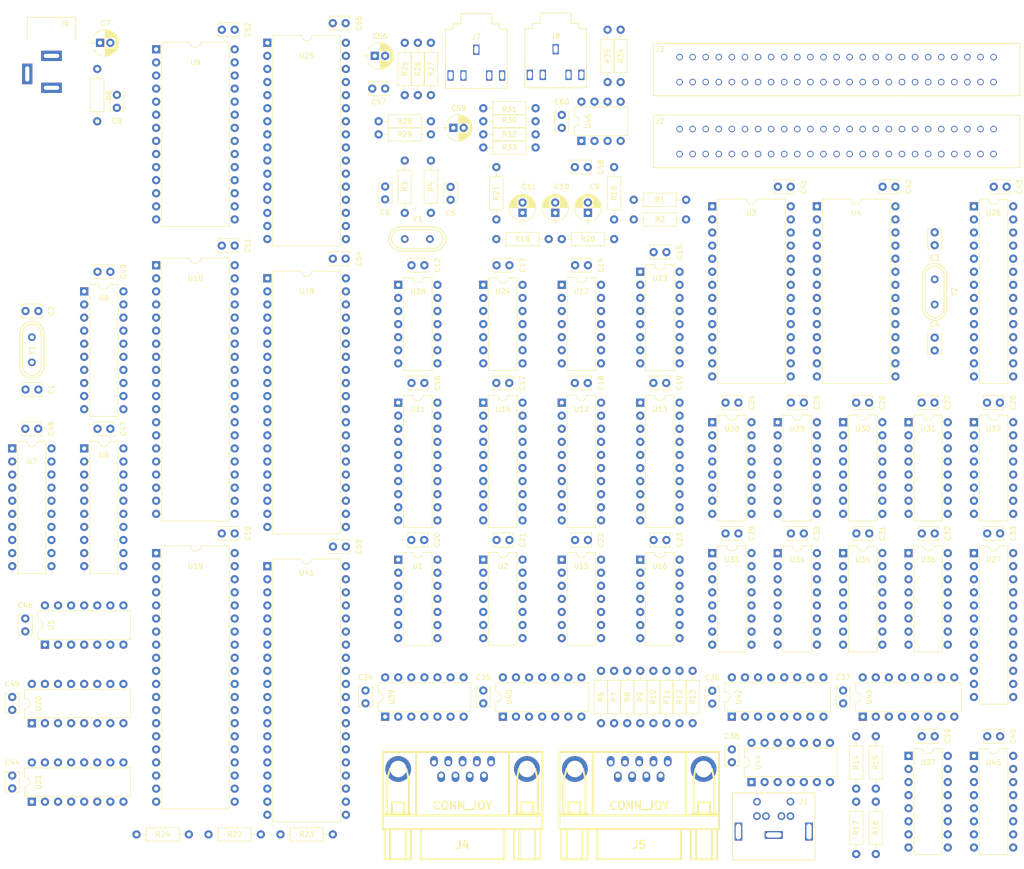
<source format=kicad_pcb>
(kicad_pcb (version 4) (host pcbnew 4.0.7)
  (layers (0 F.Cu signal) (31 B.Cu signal) (34 B.Paste user) (35 F.Paste user) (36 B.SilkS user) (37 F.SilkS user) (38 B.Mask user) (39 F.Mask user) (44 Edge.Cuts user))
  (net 0 "")
  (net 1 "Net-(C1-Pad1)")
  (net 2 GND)
  (net 3 "Net-(C2-Pad1)")
  (net 4 "Net-(C3-Pad1)")
  (net 5 "Net-(C4-Pad1)")
  (net 6 "Net-(C5-Pad1)")
  (net 7 "Net-(C6-Pad1)")
  (net 8 "Net-(C7-Pad1)")
  (net 9 /~RESET)
  (net 10 /BEEP)
  (net 11 "Net-(C9-Pad2)")
  (net 12 /SOUND)
  (net 13 "Net-(C10-Pad2)")
  (net 14 "Net-(C11-Pad1)")
  (net 15 "Net-(C11-Pad2)")
  (net 16 "Net-(J1-Pad2)")
  (net 17 "Net-(J1-Pad1)")
  (net 18 VCC)
  (net 19 "Net-(J1-Pad5)")
  (net 20 "Net-(J1-Pad6)")
  (net 21 /~CS1)
  (net 22 /~CS2)
  (net 23 /~CS12)
  (net 24 /~SLTSL2)
  (net 25 "Net-(J2-Pad5)")
  (net 26 /~RFSH)
  (net 27 /~EXTWAIT)
  (net 28 /~EXTINT)
  (net 29 /~M1)
  (net 30 "Net-(J2-Pad10)")
  (net 31 /~IORQ)
  (net 32 /~MREQ)
  (net 33 /~WR)
  (net 34 /~RD)
  (net 35 /SLOTS/~EXTRESET)
  (net 36 "Net-(J2-Pad16)")
  (net 37 /CPU/ADDR9)
  (net 38 /ADDR15)
  (net 39 /CPU/ADDR11)
  (net 40 /CPU/ADDR10)
  (net 41 /ADDR7)
  (net 42 /ADDR6)
  (net 43 /CPU/ADDR12)
  (net 44 /CPU/ADDR8)
  (net 45 /ADDR14)
  (net 46 /CPU/ADDR13)
  (net 47 /ADDR1)
  (net 48 /ADDR0)
  (net 49 /ADDR3)
  (net 50 /CPU/ADDR2)
  (net 51 /ADDR5)
  (net 52 /ADDR4)
  (net 53 /CPU/DATA1)
  (net 54 /CPU/DATA0)
  (net 55 /CPU/DATA3)
  (net 56 /CPU/DATA2)
  (net 57 /CPU/DATA5)
  (net 58 /CPU/DATA4)
  (net 59 /CPU/DATA7)
  (net 60 /CPU/DATA6)
  (net 61 /SLOTS/EXTCLK)
  (net 62 "Net-(J2-Pad44)")
  (net 63 "Net-(J2-Pad46)")
  (net 64 /~SLTSL3)
  (net 65 "Net-(J3-Pad5)")
  (net 66 "Net-(J3-Pad10)")
  (net 67 "Net-(J3-Pad16)")
  (net 68 "Net-(J3-Pad44)")
  (net 69 "Net-(J3-Pad46)")
  (net 70 /PSG/JOYA3)
  (net 71 /PSG/JOYA4)
  (net 72 /PSG/JOYA2)
  (net 73 /PSG/JOYA1)
  (net 74 /PSG/JOYA6)
  (net 75 /PSG/JOYA7)
  (net 76 /PSG/IOB4)
  (net 77 /PSG/JOYB3)
  (net 78 /PSG/JOYB4)
  (net 79 /PSG/JOYB2)
  (net 80 /PSG/JOYB1)
  (net 81 /PSG/JOYB6)
  (net 82 /PSG/JOYB7)
  (net 83 /PSG/IOB5)
  (net 84 "Net-(R3-Pad1)")
  (net 85 /AUDIO)
  (net 86 "Net-(R22-Pad1)")
  (net 87 "Net-(R23-Pad1)")
  (net 88 /PSG/IOA7)
  (net 89 /~SLTSL1)
  (net 90 /VDP/~CSW)
  (net 91 "Net-(U1-Pad3)")
  (net 92 /~IOSL3)
  (net 93 /VDP/~CSR)
  (net 94 "Net-(U1-Pad5)")
  (net 95 "Net-(U1-Pad6)")
  (net 96 "Net-(U2-Pad8)")
  (net 97 "Net-(U2-Pad10)")
  (net 98 "Net-(U19-Pad35)")
  (net 99 "Net-(U16-Pad11)")
  (net 100 /CLK)
  (net 101 "Net-(U17-Pad13)")
  (net 102 "Net-(U2-Pad13)")
  (net 103 "Net-(U10-Pad11)")
  (net 104 "Net-(U5-Pad11)")
  (net 105 /VDP/WR)
  (net 106 /VDP/~CAS)
  (net 107 "Net-(U5-Pad10)")
  (net 108 /VDP/RD)
  (net 109 /VDP/~RAS)
  (net 110 /VDP/COL)
  (net 111 /VDP/ROW)
  (net 112 /VDP/AD0)
  (net 113 /VDP/VD7)
  (net 114 /VDP/AD1)
  (net 115 /VDP/VD6)
  (net 116 /VDP/AD2)
  (net 117 /VDP/VD5)
  (net 118 /VDP/AD3)
  (net 119 /VDP/VD4)
  (net 120 /VDP/AD4)
  (net 121 /VDP/VD3)
  (net 122 /VDP/AD5)
  (net 123 /VDP/VD2)
  (net 124 /VDP/AD6)
  (net 125 /VDP/VD1)
  (net 126 /VDP/AD7)
  (net 127 /VDP/VD0)
  (net 128 "Net-(U7-Pad12)")
  (net 129 "Net-(U7-Pad13)")
  (net 130 "Net-(U7-Pad14)")
  (net 131 "Net-(U7-Pad15)")
  (net 132 "Net-(U7-Pad16)")
  (net 133 "Net-(U7-Pad17)")
  (net 134 "Net-(U7-Pad18)")
  (net 135 "Net-(U7-Pad19)")
  (net 136 "Net-(U8-Pad12)")
  (net 137 "Net-(U8-Pad13)")
  (net 138 "Net-(U8-Pad14)")
  (net 139 "Net-(U8-Pad15)")
  (net 140 "Net-(U8-Pad16)")
  (net 141 "Net-(U8-Pad17)")
  (net 142 "Net-(U8-Pad18)")
  (net 143 "Net-(U8-Pad19)")
  (net 144 "Net-(U10-Pad35)")
  (net 145 /~VDPINT)
  (net 146 "Net-(U10-Pad36)")
  (net 147 "Net-(U10-Pad37)")
  (net 148 "Net-(U10-Pad38)")
  (net 149 /CPU/A4)
  (net 150 /CPU/A0)
  (net 151 /CPU/A5)
  (net 152 /CPU/A1)
  (net 153 /CPU/A6)
  (net 154 /CPU/A2)
  (net 155 /CPU/A7)
  (net 156 /CPU/A3)
  (net 157 /CPU/A12)
  (net 158 /CPU/A8)
  (net 159 /CPU/A13)
  (net 160 /CPU/A9)
  (net 161 /CPU/A14)
  (net 162 /CPU/A10)
  (net 163 /CPU/A15)
  (net 164 /CPU/A11)
  (net 165 "Net-(U13-Pad1)")
  (net 166 /CPU/D0)
  (net 167 /CPU/D1)
  (net 168 /CPU/D2)
  (net 169 /CPU/D3)
  (net 170 /CPU/D4)
  (net 171 /CPU/D5)
  (net 172 /CPU/D6)
  (net 173 /CPU/D7)
  (net 174 "Net-(U14-Pad11)")
  (net 175 "Net-(U14-Pad2)")
  (net 176 "Net-(U14-Pad12)")
  (net 177 "Net-(U14-Pad3)")
  (net 178 "Net-(U14-Pad13)")
  (net 179 "Net-(U14-Pad4)")
  (net 180 "Net-(U14-Pad15)")
  (net 181 "Net-(U14-Pad6)")
  (net 182 "Net-(U15-Pad8)")
  (net 183 "Net-(U15-Pad4)")
  (net 184 "Net-(U15-Pad12)")
  (net 185 "Net-(U15-Pad6)")
  (net 186 /CPU/~INT)
  (net 187 "Net-(U16-Pad5)")
  (net 188 "Net-(U16-Pad12)")
  (net 189 "Net-(U16-Pad13)")
  (net 190 "Net-(U17-Pad8)")
  (net 191 /~IOSL5)
  (net 192 "Net-(U17-Pad11)")
  (net 193 "Net-(U17-Pad6)")
  (net 194 "Net-(U18-Pad23)")
  (net 195 "Net-(U18-Pad18)")
  (net 196 /PPI/PA3)
  (net 197 /KBD/KBCOL3)
  (net 198 /PPI/PA2)
  (net 199 /KBD/KBCOL4)
  (net 200 /PPI/PA1)
  (net 201 /KBD/KBCOL5)
  (net 202 /PPI/PA0)
  (net 203 /KBD/KBCOL6)
  (net 204 /KBD/KBCOL7)
  (net 205 "Net-(U19-Pad11)")
  (net 206 "Net-(U19-Pad13)")
  (net 207 /KBD/KBROW0)
  (net 208 /KBD/KBROW1)
  (net 209 /KBD/KBROW2)
  (net 210 /KBD/KBROW3)
  (net 211 /PPI/PA7)
  (net 212 /KBD/KBCOL0)
  (net 213 /PPI/PA6)
  (net 214 /KBD/KBCOL1)
  (net 215 /PPI/PA5)
  (net 216 /KBD/KBCOL2)
  (net 217 /PPI/PA4)
  (net 218 "Net-(U20-Pad1)")
  (net 219 "Net-(U20-Pad9)")
  (net 220 "Net-(U20-Pad7)")
  (net 221 "Net-(U21-Pad9)")
  (net 222 /~SLTSL0)
  (net 223 "Net-(U21-Pad12)")
  (net 224 "Net-(U23-Pad9)")
  (net 225 /~IOSL4)
  (net 226 "Net-(U23-Pad4)")
  (net 227 "Net-(U23-Pad13)")
  (net 228 "Net-(U23-Pad14)")
  (net 229 "Net-(U23-Pad7)")
  (net 230 "Net-(U23-Pad15)")
  (net 231 "Net-(U24-Pad6)")
  (net 232 "Net-(U24-Pad5)")
  (net 233 "Net-(U24-Pad13)")
  (net 234 /KBD/STCP7)
  (net 235 "Net-(U26-Pad2)")
  (net 236 /KBD/STCP8)
  (net 237 "Net-(U26-Pad3)")
  (net 238 /KBD/STCP9)
  (net 239 /KBD/STCP10)
  (net 240 "Net-(U26-Pad19)")
  (net 241 /KBD/SHCP)
  (net 242 /KBD/STCP0)
  (net 243 /KBD/STCP1)
  (net 244 /KBD/DS)
  (net 245 /KBD/STCP2)
  (net 246 "Net-(U26-Pad12)")
  (net 247 /KBD/STCP3)
  (net 248 "Net-(U26-Pad13)")
  (net 249 /KBD/STCP4)
  (net 250 /KBD/STCP6)
  (net 251 /KBD/STCP5)
  (net 252 /KBD/~RSL0)
  (net 253 "Net-(U27-Pad13)")
  (net 254 /KBD/~RSL1)
  (net 255 "Net-(U27-Pad14)")
  (net 256 /KBD/~RSL2)
  (net 257 "Net-(U27-Pad15)")
  (net 258 /KBD/~RSL3)
  (net 259 "Net-(U27-Pad16)")
  (net 260 /KBD/~RSL4)
  (net 261 "Net-(U27-Pad17)")
  (net 262 /KBD/~RSL5)
  (net 263 /KBD/~RSL6)
  (net 264 /KBD/~RSL7)
  (net 265 /KBD/~RSL8)
  (net 266 /KBD/~RSL9)
  (net 267 /KBD/~RSL10)
  (net 268 "Net-(U28-Pad9)")
  (net 269 "Net-(U29-Pad9)")
  (net 270 "Net-(U30-Pad9)")
  (net 271 "Net-(U31-Pad9)")
  (net 272 "Net-(U32-Pad9)")
  (net 273 "Net-(U33-Pad9)")
  (net 274 "Net-(U34-Pad9)")
  (net 275 "Net-(U35-Pad9)")
  (net 276 "Net-(U36-Pad9)")
  (net 277 "Net-(U37-Pad9)")
  (net 278 "Net-(U38-Pad2)")
  (net 279 "Net-(U38-Pad10)")
  (net 280 /PSG/IOB0)
  (net 281 /PSG/IOB3)
  (net 282 /PSG/IOB1)
  (net 283 "Net-(U39-Pad10)")
  (net 284 /PSG/IOB2)
  (net 285 "Net-(U39-Pad12)")
  (net 286 "Net-(U40-Pad2)")
  (net 287 "Net-(U40-Pad9)")
  (net 288 "Net-(U40-Pad5)")
  (net 289 /PSG/IOA0)
  (net 290 "Net-(U41-Pad2)")
  (net 291 "Net-(U41-Pad5)")
  (net 292 "Net-(U41-Pad26)")
  (net 293 /PSG/IOB6)
  (net 294 /PSG/IOA5)
  (net 295 /PSG/IOA4)
  (net 296 /PSG/IOA3)
  (net 297 /PSG/IOA2)
  (net 298 "Net-(U41-Pad39)")
  (net 299 /PSG/IOA1)
  (net 300 "Net-(U43-Pad9)")
  (net 301 "Net-(U43-Pad12)")
  (net 302 "Net-(U44-Pad3)")
  (net 303 "Net-(U45-Pad9)")
  (net 304 /CASOUT)
  (net 305 "Net-(C56-Pad2)")
  (net 306 "Net-(C57-Pad1)")
  (net 307 "Net-(C58-Pad1)")
  (net 308 /CASIN)
  (net 309 "Net-(C59-Pad1)")
  (net 310 "Net-(J7-Pad3)")
  (net 311 "Net-(J7-Pad2)")
  (net 312 "Net-(J7-Pad4)")
  (net 313 "Net-(J7-Pad5)")
  (net 314 "Net-(J8-Pad3)")
  (net 315 "Net-(J8-Pad2)")
  (net 316 "Net-(J8-Pad4)")
  (net 317 "Net-(J8-Pad5)")
  (net 318 "Net-(R30-Pad1)")
  (net 319 "Net-(R31-Pad2)")
  (net 320 "Net-(U46-Pad5)")
  (net 321 "Net-(U46-Pad6)")
  (module artemsx:PS2_conn (layer F.Cu) (at 243.07 208.15)
    (fp_text reference J1 (at 5.85 -11.3 180) (layer F.SilkS))
    (fp_text value PS2_CONN)
    (pad 2 thru_hole circle (at -1.5 -8.5 180) (size 1.5 1.5) (drill 0.9) (layers *.Cu *.Mask) (net 16 "Net-(J1-Pad2)"))
    (pad 1 thru_hole circle (at 1.5 -8.5 180) (size 1.5 1.5) (drill 0.9) (layers *.Cu *.Mask) (net 17 "Net-(J1-Pad1)"))
    (pad 4 thru_hole circle (at -3.25 -8.5 180) (size 1.5 1.5) (drill 0.9) (layers *.Cu *.Mask) (net 18 VCC))
    (pad 3 thru_hole circle (at 3.25 -8.5 180) (size 1.5 1.5) (drill 0.9) (layers *.Cu *.Mask) (net 2 GND))
    (pad 5 thru_hole circle (at 3.25 -11.3 180) (size 1.5 1.5) (drill 0.9) (layers *.Cu *.Mask) (net 19 "Net-(J1-Pad5)"))
    (pad 6 thru_hole circle (at -3.25 -11.3 180) (size 1.5 1.5) (drill 0.9) (layers *.Cu *.Mask) (net 20 "Net-(J1-Pad6)"))
    (pad "" thru_hole rect (at 0 -4.85 180) (size 3.5 1.5) (drill oval 3 1) (layers *.Cu *.Mask))
    (pad "" thru_hole rect (at -6.85 -5.5 270) (size 3.5 1.5) (drill oval 3 1) (layers *.Cu *.Mask))
    (pad "" thru_hole rect (at 6.85 -5.5 270) (size 3.5 1.5) (drill oval 3 1) (layers *.Cu *.Mask))
  )
  (module artemsx:Slot_conn (layer F.Cu) (at 255.27 68.695)
    (fp_text reference J2 (at -34.29 -3.925) (layer F.SilkS))
    (fp_text value MSX_Slot)
    (pad 1 thru_hole circle (at -30.48 2.425 270) (size 1.25 1.25) (drill 0.9) (layers *.Cu *.Mask) (net 21 /~CS1))
    (pad 2 thru_hole circle (at -30.48 -2.425 270) (size 1.25 1.25) (drill 0.9) (layers *.Cu *.Mask) (net 22 /~CS2))
    (pad 3 thru_hole circle (at -27.94 2.425 270) (size 1.25 1.25) (drill 0.9) (layers *.Cu *.Mask) (net 23 /~CS12))
    (pad 4 thru_hole circle (at -27.94 -2.425 270) (size 1.25 1.25) (drill 0.9) (layers *.Cu *.Mask) (net 24 /~SLTSL2))
    (pad 5 thru_hole circle (at -25.4 2.425 270) (size 1.25 1.25) (drill 0.9) (layers *.Cu *.Mask) (net 25 "Net-(J2-Pad5)"))
    (pad 6 thru_hole circle (at -25.4 -2.425 270) (size 1.25 1.25) (drill 0.9) (layers *.Cu *.Mask) (net 26 /~RFSH))
    (pad 7 thru_hole circle (at -22.86 2.425 270) (size 1.25 1.25) (drill 0.9) (layers *.Cu *.Mask) (net 27 /~EXTWAIT))
    (pad 8 thru_hole circle (at -22.86 -2.425 270) (size 1.25 1.25) (drill 0.9) (layers *.Cu *.Mask) (net 28 /~EXTINT))
    (pad 9 thru_hole circle (at -20.32 2.425 270) (size 1.25 1.25) (drill 0.9) (layers *.Cu *.Mask) (net 29 /~M1))
    (pad 10 thru_hole circle (at -20.32 -2.425 270) (size 1.25 1.25) (drill 0.9) (layers *.Cu *.Mask) (net 30 "Net-(J2-Pad10)"))
    (pad 11 thru_hole circle (at -17.78 2.425 270) (size 1.25 1.25) (drill 0.9) (layers *.Cu *.Mask) (net 31 /~IORQ))
    (pad 12 thru_hole circle (at -17.78 -2.425 270) (size 1.25 1.25) (drill 0.9) (layers *.Cu *.Mask) (net 32 /~MREQ))
    (pad 13 thru_hole circle (at -15.24 2.425 270) (size 1.25 1.25) (drill 0.9) (layers *.Cu *.Mask) (net 33 /~WR))
    (pad 14 thru_hole circle (at -15.24 -2.425 270) (size 1.25 1.25) (drill 0.9) (layers *.Cu *.Mask) (net 34 /~RD))
    (pad 15 thru_hole circle (at -12.7 2.425 270) (size 1.25 1.25) (drill 0.9) (layers *.Cu *.Mask) (net 35 /SLOTS/~EXTRESET))
    (pad 16 thru_hole circle (at -12.7 -2.425 270) (size 1.25 1.25) (drill 0.9) (layers *.Cu *.Mask) (net 36 "Net-(J2-Pad16)"))
    (pad 17 thru_hole circle (at -10.16 2.425 270) (size 1.25 1.25) (drill 0.9) (layers *.Cu *.Mask) (net 37 /CPU/ADDR9))
    (pad 18 thru_hole circle (at -10.16 -2.425 270) (size 1.25 1.25) (drill 0.9) (layers *.Cu *.Mask) (net 38 /ADDR15))
    (pad 19 thru_hole circle (at -7.62 2.425 270) (size 1.25 1.25) (drill 0.9) (layers *.Cu *.Mask) (net 39 /CPU/ADDR11))
    (pad 20 thru_hole circle (at -7.62 -2.425 270) (size 1.25 1.25) (drill 0.9) (layers *.Cu *.Mask) (net 40 /CPU/ADDR10))
    (pad 21 thru_hole circle (at -5.08 2.425 270) (size 1.25 1.25) (drill 0.9) (layers *.Cu *.Mask) (net 41 /ADDR7))
    (pad 22 thru_hole circle (at -5.08 -2.425 270) (size 1.25 1.25) (drill 0.9) (layers *.Cu *.Mask) (net 42 /ADDR6))
    (pad 23 thru_hole circle (at -2.54 2.425 270) (size 1.25 1.25) (drill 0.9) (layers *.Cu *.Mask) (net 43 /CPU/ADDR12))
    (pad 24 thru_hole circle (at -2.54 -2.425 270) (size 1.25 1.25) (drill 0.9) (layers *.Cu *.Mask) (net 44 /CPU/ADDR8))
    (pad 25 thru_hole circle (at 0 2.425 270) (size 1.25 1.25) (drill 0.9) (layers *.Cu *.Mask) (net 45 /ADDR14))
    (pad 26 thru_hole circle (at 0 -2.425 270) (size 1.25 1.25) (drill 0.9) (layers *.Cu *.Mask) (net 46 /CPU/ADDR13))
    (pad 27 thru_hole circle (at 2.54 2.425 270) (size 1.25 1.25) (drill 0.9) (layers *.Cu *.Mask) (net 47 /ADDR1))
    (pad 28 thru_hole circle (at 2.54 -2.425 270) (size 1.25 1.25) (drill 0.9) (layers *.Cu *.Mask) (net 48 /ADDR0))
    (pad 29 thru_hole circle (at 5.08 2.425 270) (size 1.25 1.25) (drill 0.9) (layers *.Cu *.Mask) (net 49 /ADDR3))
    (pad 30 thru_hole circle (at 5.08 -2.425 270) (size 1.25 1.25) (drill 0.9) (layers *.Cu *.Mask) (net 50 /CPU/ADDR2))
    (pad 31 thru_hole circle (at 7.62 2.425 270) (size 1.25 1.25) (drill 0.9) (layers *.Cu *.Mask) (net 51 /ADDR5))
    (pad 32 thru_hole circle (at 7.62 -2.425 270) (size 1.25 1.25) (drill 0.9) (layers *.Cu *.Mask) (net 52 /ADDR4))
    (pad 33 thru_hole circle (at 10.16 2.425 270) (size 1.25 1.25) (drill 0.9) (layers *.Cu *.Mask) (net 53 /CPU/DATA1))
    (pad 34 thru_hole circle (at 10.16 -2.425 270) (size 1.25 1.25) (drill 0.9) (layers *.Cu *.Mask) (net 54 /CPU/DATA0))
    (pad 35 thru_hole circle (at 12.7 2.425 270) (size 1.25 1.25) (drill 0.9) (layers *.Cu *.Mask) (net 55 /CPU/DATA3))
    (pad 36 thru_hole circle (at 12.7 -2.425 270) (size 1.25 1.25) (drill 0.9) (layers *.Cu *.Mask) (net 56 /CPU/DATA2))
    (pad 37 thru_hole circle (at 15.24 2.425 270) (size 1.25 1.25) (drill 0.9) (layers *.Cu *.Mask) (net 57 /CPU/DATA5))
    (pad 38 thru_hole circle (at 15.24 -2.425 270) (size 1.25 1.25) (drill 0.9) (layers *.Cu *.Mask) (net 58 /CPU/DATA4))
    (pad 39 thru_hole circle (at 17.78 2.425 270) (size 1.25 1.25) (drill 0.9) (layers *.Cu *.Mask) (net 59 /CPU/DATA7))
    (pad 40 thru_hole circle (at 17.78 -2.425 270) (size 1.25 1.25) (drill 0.9) (layers *.Cu *.Mask) (net 60 /CPU/DATA6))
    (pad 41 thru_hole circle (at 20.32 2.425 270) (size 1.25 1.25) (drill 0.9) (layers *.Cu *.Mask) (net 2 GND))
    (pad 42 thru_hole circle (at 20.32 -2.425 270) (size 1.25 1.25) (drill 0.9) (layers *.Cu *.Mask) (net 61 /SLOTS/EXTCLK))
    (pad 43 thru_hole circle (at 22.86 2.425 270) (size 1.25 1.25) (drill 0.9) (layers *.Cu *.Mask) (net 2 GND))
    (pad 44 thru_hole circle (at 22.86 -2.425 270) (size 1.25 1.25) (drill 0.9) (layers *.Cu *.Mask) (net 62 "Net-(J2-Pad44)"))
    (pad 45 thru_hole circle (at 25.4 2.425 270) (size 1.25 1.25) (drill 0.9) (layers *.Cu *.Mask) (net 18 VCC))
    (pad 46 thru_hole circle (at 25.4 -2.425 270) (size 1.25 1.25) (drill 0.9) (layers *.Cu *.Mask) (net 63 "Net-(J2-Pad46)"))
    (pad 47 thru_hole circle (at 27.94 2.425 270) (size 1.25 1.25) (drill 0.9) (layers *.Cu *.Mask) (net 18 VCC))
    (pad 48 thru_hole circle (at 27.94 -2.425 270) (size 1.25 1.25) (drill 0.9) (layers *.Cu *.Mask) (net 2 GND))
    (pad 49 thru_hole circle (at 30.48 2.425 270) (size 1.25 1.25) (drill 0.9) (layers *.Cu *.Mask) (net 12 /SOUND))
    (pad 50 thru_hole circle (at 30.48 -2.425 270) (size 1.25 1.25) (drill 0.9) (layers *.Cu *.Mask) (net 2 GND))
  )
  (module artemsx:Slot_conn (layer F.Cu) (at 255.27 54.725)
    (fp_text reference J3 (at -34.29 -3.925) (layer F.SilkS))
    (fp_text value MSX_Slot)
    (pad 1 thru_hole circle (at -30.48 2.425 270) (size 1.25 1.25) (drill 0.9) (layers *.Cu *.Mask) (net 21 /~CS1))
    (pad 2 thru_hole circle (at -30.48 -2.425 270) (size 1.25 1.25) (drill 0.9) (layers *.Cu *.Mask) (net 22 /~CS2))
    (pad 3 thru_hole circle (at -27.94 2.425 270) (size 1.25 1.25) (drill 0.9) (layers *.Cu *.Mask) (net 23 /~CS12))
    (pad 4 thru_hole circle (at -27.94 -2.425 270) (size 1.25 1.25) (drill 0.9) (layers *.Cu *.Mask) (net 64 /~SLTSL3))
    (pad 5 thru_hole circle (at -25.4 2.425 270) (size 1.25 1.25) (drill 0.9) (layers *.Cu *.Mask) (net 65 "Net-(J3-Pad5)"))
    (pad 6 thru_hole circle (at -25.4 -2.425 270) (size 1.25 1.25) (drill 0.9) (layers *.Cu *.Mask) (net 26 /~RFSH))
    (pad 7 thru_hole circle (at -22.86 2.425 270) (size 1.25 1.25) (drill 0.9) (layers *.Cu *.Mask) (net 27 /~EXTWAIT))
    (pad 8 thru_hole circle (at -22.86 -2.425 270) (size 1.25 1.25) (drill 0.9) (layers *.Cu *.Mask) (net 28 /~EXTINT))
    (pad 9 thru_hole circle (at -20.32 2.425 270) (size 1.25 1.25) (drill 0.9) (layers *.Cu *.Mask) (net 29 /~M1))
    (pad 10 thru_hole circle (at -20.32 -2.425 270) (size 1.25 1.25) (drill 0.9) (layers *.Cu *.Mask) (net 66 "Net-(J3-Pad10)"))
    (pad 11 thru_hole circle (at -17.78 2.425 270) (size 1.25 1.25) (drill 0.9) (layers *.Cu *.Mask) (net 31 /~IORQ))
    (pad 12 thru_hole circle (at -17.78 -2.425 270) (size 1.25 1.25) (drill 0.9) (layers *.Cu *.Mask) (net 32 /~MREQ))
    (pad 13 thru_hole circle (at -15.24 2.425 270) (size 1.25 1.25) (drill 0.9) (layers *.Cu *.Mask) (net 33 /~WR))
    (pad 14 thru_hole circle (at -15.24 -2.425 270) (size 1.25 1.25) (drill 0.9) (layers *.Cu *.Mask) (net 34 /~RD))
    (pad 15 thru_hole circle (at -12.7 2.425 270) (size 1.25 1.25) (drill 0.9) (layers *.Cu *.Mask) (net 35 /SLOTS/~EXTRESET))
    (pad 16 thru_hole circle (at -12.7 -2.425 270) (size 1.25 1.25) (drill 0.9) (layers *.Cu *.Mask) (net 67 "Net-(J3-Pad16)"))
    (pad 17 thru_hole circle (at -10.16 2.425 270) (size 1.25 1.25) (drill 0.9) (layers *.Cu *.Mask) (net 37 /CPU/ADDR9))
    (pad 18 thru_hole circle (at -10.16 -2.425 270) (size 1.25 1.25) (drill 0.9) (layers *.Cu *.Mask) (net 38 /ADDR15))
    (pad 19 thru_hole circle (at -7.62 2.425 270) (size 1.25 1.25) (drill 0.9) (layers *.Cu *.Mask) (net 39 /CPU/ADDR11))
    (pad 20 thru_hole circle (at -7.62 -2.425 270) (size 1.25 1.25) (drill 0.9) (layers *.Cu *.Mask) (net 40 /CPU/ADDR10))
    (pad 21 thru_hole circle (at -5.08 2.425 270) (size 1.25 1.25) (drill 0.9) (layers *.Cu *.Mask) (net 41 /ADDR7))
    (pad 22 thru_hole circle (at -5.08 -2.425 270) (size 1.25 1.25) (drill 0.9) (layers *.Cu *.Mask) (net 42 /ADDR6))
    (pad 23 thru_hole circle (at -2.54 2.425 270) (size 1.25 1.25) (drill 0.9) (layers *.Cu *.Mask) (net 43 /CPU/ADDR12))
    (pad 24 thru_hole circle (at -2.54 -2.425 270) (size 1.25 1.25) (drill 0.9) (layers *.Cu *.Mask) (net 44 /CPU/ADDR8))
    (pad 25 thru_hole circle (at 0 2.425 270) (size 1.25 1.25) (drill 0.9) (layers *.Cu *.Mask) (net 45 /ADDR14))
    (pad 26 thru_hole circle (at 0 -2.425 270) (size 1.25 1.25) (drill 0.9) (layers *.Cu *.Mask) (net 46 /CPU/ADDR13))
    (pad 27 thru_hole circle (at 2.54 2.425 270) (size 1.25 1.25) (drill 0.9) (layers *.Cu *.Mask) (net 47 /ADDR1))
    (pad 28 thru_hole circle (at 2.54 -2.425 270) (size 1.25 1.25) (drill 0.9) (layers *.Cu *.Mask) (net 48 /ADDR0))
    (pad 29 thru_hole circle (at 5.08 2.425 270) (size 1.25 1.25) (drill 0.9) (layers *.Cu *.Mask) (net 49 /ADDR3))
    (pad 30 thru_hole circle (at 5.08 -2.425 270) (size 1.25 1.25) (drill 0.9) (layers *.Cu *.Mask) (net 50 /CPU/ADDR2))
    (pad 31 thru_hole circle (at 7.62 2.425 270) (size 1.25 1.25) (drill 0.9) (layers *.Cu *.Mask) (net 51 /ADDR5))
    (pad 32 thru_hole circle (at 7.62 -2.425 270) (size 1.25 1.25) (drill 0.9) (layers *.Cu *.Mask) (net 52 /ADDR4))
    (pad 33 thru_hole circle (at 10.16 2.425 270) (size 1.25 1.25) (drill 0.9) (layers *.Cu *.Mask) (net 53 /CPU/DATA1))
    (pad 34 thru_hole circle (at 10.16 -2.425 270) (size 1.25 1.25) (drill 0.9) (layers *.Cu *.Mask) (net 54 /CPU/DATA0))
    (pad 35 thru_hole circle (at 12.7 2.425 270) (size 1.25 1.25) (drill 0.9) (layers *.Cu *.Mask) (net 55 /CPU/DATA3))
    (pad 36 thru_hole circle (at 12.7 -2.425 270) (size 1.25 1.25) (drill 0.9) (layers *.Cu *.Mask) (net 56 /CPU/DATA2))
    (pad 37 thru_hole circle (at 15.24 2.425 270) (size 1.25 1.25) (drill 0.9) (layers *.Cu *.Mask) (net 57 /CPU/DATA5))
    (pad 38 thru_hole circle (at 15.24 -2.425 270) (size 1.25 1.25) (drill 0.9) (layers *.Cu *.Mask) (net 58 /CPU/DATA4))
    (pad 39 thru_hole circle (at 17.78 2.425 270) (size 1.25 1.25) (drill 0.9) (layers *.Cu *.Mask) (net 59 /CPU/DATA7))
    (pad 40 thru_hole circle (at 17.78 -2.425 270) (size 1.25 1.25) (drill 0.9) (layers *.Cu *.Mask) (net 60 /CPU/DATA6))
    (pad 41 thru_hole circle (at 20.32 2.425 270) (size 1.25 1.25) (drill 0.9) (layers *.Cu *.Mask) (net 2 GND))
    (pad 42 thru_hole circle (at 20.32 -2.425 270) (size 1.25 1.25) (drill 0.9) (layers *.Cu *.Mask) (net 61 /SLOTS/EXTCLK))
    (pad 43 thru_hole circle (at 22.86 2.425 270) (size 1.25 1.25) (drill 0.9) (layers *.Cu *.Mask) (net 2 GND))
    (pad 44 thru_hole circle (at 22.86 -2.425 270) (size 1.25 1.25) (drill 0.9) (layers *.Cu *.Mask) (net 68 "Net-(J3-Pad44)"))
    (pad 45 thru_hole circle (at 25.4 2.425 270) (size 1.25 1.25) (drill 0.9) (layers *.Cu *.Mask) (net 18 VCC))
    (pad 46 thru_hole circle (at 25.4 -2.425 270) (size 1.25 1.25) (drill 0.9) (layers *.Cu *.Mask) (net 69 "Net-(J3-Pad46)"))
    (pad 47 thru_hole circle (at 27.94 2.425 270) (size 1.25 1.25) (drill 0.9) (layers *.Cu *.Mask) (net 18 VCC))
    (pad 48 thru_hole circle (at 27.94 -2.425 270) (size 1.25 1.25) (drill 0.9) (layers *.Cu *.Mask) (net 2 GND))
    (pad 49 thru_hole circle (at 30.48 2.425 270) (size 1.25 1.25) (drill 0.9) (layers *.Cu *.Mask) (net 12 /SOUND))
    (pad 50 thru_hole circle (at 30.48 -2.425 270) (size 1.25 1.25) (drill 0.9) (layers *.Cu *.Mask) (net 2 GND))
  )
  (module artemsx:Joystick_conn (layer F.Cu) (at 182.67426 197.612)
    (fp_text reference J4 (at 0 7.62) (layer F.SilkS) (effects (font (thickness 0.3048))))
    (fp_text value CONN_JOY (at 0 0) (layer F.SilkS) (effects (font (thickness 0.3048))))
    (pad "" thru_hole circle (at 12.49426 -7.112) (size 5.00126 5.00126) (drill 3.2004) (layers *.Cu *.Mask))
    (pad 3 thru_hole oval (at 0 -8.382) (size 1.50114 1.99898) (drill 0.89916 (offset 0 -0.24892)) (layers *.Cu *.Mask) (net 70 /PSG/JOYA3))
    (pad 4 thru_hole oval (at 2.77114 -8.382) (size 1.50114 1.99898) (drill 0.89916 (offset 0 -0.24892)) (layers *.Cu *.Mask) (net 71 /PSG/JOYA4))
    (pad 5 thru_hole oval (at 5.53974 -8.382) (size 1.50114 1.99898) (drill 0.89916 (offset 0 -0.24892)) (layers *.Cu *.Mask) (net 18 VCC))
    (pad 2 thru_hole oval (at -2.77114 -8.382) (size 1.50114 1.99898) (drill 0.89916 (offset 0 -0.24892)) (layers *.Cu *.Mask) (net 72 /PSG/JOYA2))
    (pad 1 thru_hole oval (at -5.53974 -8.382) (size 1.50114 1.99898) (drill 0.89916 (offset 0 -0.24892)) (layers *.Cu *.Mask) (net 73 /PSG/JOYA1))
    (pad 6 thru_hole oval (at -4.15544 -5.842) (size 1.50114 1.99898) (drill 0.89916 (offset 0 0.24892)) (layers *.Cu *.Mask) (net 74 /PSG/JOYA6))
    (pad 7 thru_hole oval (at -1.3843 -5.842) (size 1.50114 1.99898) (drill 0.89916 (offset 0 0.24892)) (layers *.Cu *.Mask) (net 75 /PSG/JOYA7))
    (pad 8 thru_hole oval (at 1.3843 -5.842) (size 1.50114 1.99898) (drill 0.89916 (offset 0 0.24892)) (layers *.Cu *.Mask) (net 76 /PSG/IOB4))
    (pad 9 thru_hole oval (at 4.15544 -5.842) (size 1.50114 1.99898) (drill 0.89916 (offset 0 0.24892)) (layers *.Cu *.Mask) (net 2 GND))
    (pad "" thru_hole circle (at -12.49426 -7.112) (size 5.00126 5.00126) (drill 3.2004) (layers *.Cu *.Mask))
  )
  (module artemsx:Joystick_conn (layer F.Cu) (at 216.96426 197.612)
    (fp_text reference J5 (at 0 7.62) (layer F.SilkS) (effects (font (thickness 0.3048))))
    (fp_text value CONN_JOY (at 0 0) (layer F.SilkS) (effects (font (thickness 0.3048))))
    (pad "" thru_hole circle (at 12.49426 -7.112) (size 5.00126 5.00126) (drill 3.2004) (layers *.Cu *.Mask))
    (pad 3 thru_hole oval (at 0 -8.382) (size 1.50114 1.99898) (drill 0.89916 (offset 0 -0.24892)) (layers *.Cu *.Mask) (net 77 /PSG/JOYB3))
    (pad 4 thru_hole oval (at 2.77114 -8.382) (size 1.50114 1.99898) (drill 0.89916 (offset 0 -0.24892)) (layers *.Cu *.Mask) (net 78 /PSG/JOYB4))
    (pad 5 thru_hole oval (at 5.53974 -8.382) (size 1.50114 1.99898) (drill 0.89916 (offset 0 -0.24892)) (layers *.Cu *.Mask) (net 18 VCC))
    (pad 2 thru_hole oval (at -2.77114 -8.382) (size 1.50114 1.99898) (drill 0.89916 (offset 0 -0.24892)) (layers *.Cu *.Mask) (net 79 /PSG/JOYB2))
    (pad 1 thru_hole oval (at -5.53974 -8.382) (size 1.50114 1.99898) (drill 0.89916 (offset 0 -0.24892)) (layers *.Cu *.Mask) (net 80 /PSG/JOYB1))
    (pad 6 thru_hole oval (at -4.15544 -5.842) (size 1.50114 1.99898) (drill 0.89916 (offset 0 0.24892)) (layers *.Cu *.Mask) (net 81 /PSG/JOYB6))
    (pad 7 thru_hole oval (at -1.3843 -5.842) (size 1.50114 1.99898) (drill 0.89916 (offset 0 0.24892)) (layers *.Cu *.Mask) (net 82 /PSG/JOYB7))
    (pad 8 thru_hole oval (at 1.3843 -5.842) (size 1.50114 1.99898) (drill 0.89916 (offset 0 0.24892)) (layers *.Cu *.Mask) (net 83 /PSG/IOB5))
    (pad 9 thru_hole oval (at 4.15544 -5.842) (size 1.50114 1.99898) (drill 0.89916 (offset 0 0.24892)) (layers *.Cu *.Mask) (net 2 GND))
    (pad "" thru_hole circle (at -12.49426 -7.112) (size 5.00126 5.00126) (drill 3.2004) (layers *.Cu *.Mask))
  )
  (module artemsx:Axial_resistor (layer F.Cu) (at 226.06 80.01 180)
    (fp_text reference R1 (at 5.08 0 180) (layer F.SilkS))
    (fp_text value 10K)
    (pad 1 thru_hole circle (at 0 0 180) (size 1.6 1.6) (drill 0.8) (layers *.Cu *.Mask) (net 18 VCC))
    (pad 2 thru_hole oval (at 10.16 0 180) (size 1.6 1.6) (drill 0.8) (layers *.Cu *.Mask) (net 28 /~EXTINT))
  )
  (module artemsx:Axial_resistor (layer F.Cu) (at 226.06 83.82 180)
    (fp_text reference R2 (at 5.08 0 180) (layer F.SilkS))
    (fp_text value 10K)
    (pad 1 thru_hole circle (at 0 0 180) (size 1.6 1.6) (drill 0.8) (layers *.Cu *.Mask) (net 18 VCC))
    (pad 2 thru_hole oval (at 10.16 0 180) (size 1.6 1.6) (drill 0.8) (layers *.Cu *.Mask) (net 27 /~EXTWAIT))
  )
  (module artemsx:Axial_resistor (layer F.Cu) (at 171.45 72.39 270)
    (fp_text reference R3 (at 5.08 0 270) (layer F.SilkS))
    (fp_text value 1M)
    (pad 1 thru_hole circle (at 0 0 270) (size 1.6 1.6) (drill 0.8) (layers *.Cu *.Mask) (net 84 "Net-(R3-Pad1)"))
    (pad 2 thru_hole oval (at 10.16 0 270) (size 1.6 1.6) (drill 0.8) (layers *.Cu *.Mask) (net 7 "Net-(C6-Pad1)"))
  )
  (module artemsx:Axial_resistor (layer F.Cu) (at 176.53 72.39 270)
    (fp_text reference R4 (at 5.08 0 270) (layer F.SilkS))
    (fp_text value 1K)
    (pad 1 thru_hole circle (at 0 0 270) (size 1.6 1.6) (drill 0.8) (layers *.Cu *.Mask) (net 84 "Net-(R3-Pad1)"))
    (pad 2 thru_hole oval (at 10.16 0 270) (size 1.6 1.6) (drill 0.8) (layers *.Cu *.Mask) (net 6 "Net-(C5-Pad1)"))
  )
  (module artemsx:Axial_resistor (layer F.Cu) (at 111.76 54.61 270)
    (fp_text reference R5 (at 5.08 -2.31 270) (layer F.SilkS))
    (fp_text value 10K)
    (pad 1 thru_hole circle (at 0 0 270) (size 1.6 1.6) (drill 0.8) (layers *.Cu *.Mask) (net 18 VCC))
    (pad 2 thru_hole oval (at 10.16 0 270) (size 1.6 1.6) (drill 0.8) (layers *.Cu *.Mask) (net 8 "Net-(C7-Pad1)"))
  )
  (module artemsx:Axial_resistor (layer F.Cu) (at 209.55 181.61 90)
    (fp_text reference R6 (at 5.08 0 90) (layer F.SilkS))
    (fp_text value 10K)
    (pad 1 thru_hole circle (at 0 0 90) (size 1.6 1.6) (drill 0.8) (layers *.Cu *.Mask) (net 18 VCC))
    (pad 2 thru_hole oval (at 10.16 0 90) (size 1.6 1.6) (drill 0.8) (layers *.Cu *.Mask) (net 78 /PSG/JOYB4))
  )
  (module artemsx:Axial_resistor (layer F.Cu) (at 212.09 181.61 90)
    (fp_text reference R7 (at 5.08 0 90) (layer F.SilkS))
    (fp_text value 10K)
    (pad 1 thru_hole circle (at 0 0 90) (size 1.6 1.6) (drill 0.8) (layers *.Cu *.Mask) (net 18 VCC))
    (pad 2 thru_hole oval (at 10.16 0 90) (size 1.6 1.6) (drill 0.8) (layers *.Cu *.Mask) (net 77 /PSG/JOYB3))
  )
  (module artemsx:Axial_resistor (layer F.Cu) (at 214.63 181.61 90)
    (fp_text reference R8 (at 5.08 0 90) (layer F.SilkS))
    (fp_text value 10K)
    (pad 1 thru_hole circle (at 0 0 90) (size 1.6 1.6) (drill 0.8) (layers *.Cu *.Mask) (net 18 VCC))
    (pad 2 thru_hole oval (at 10.16 0 90) (size 1.6 1.6) (drill 0.8) (layers *.Cu *.Mask) (net 79 /PSG/JOYB2))
  )
  (module artemsx:Axial_resistor (layer F.Cu) (at 217.17 181.61 90)
    (fp_text reference R9 (at 5.08 0 90) (layer F.SilkS))
    (fp_text value 10K)
    (pad 1 thru_hole circle (at 0 0 90) (size 1.6 1.6) (drill 0.8) (layers *.Cu *.Mask) (net 18 VCC))
    (pad 2 thru_hole oval (at 10.16 0 90) (size 1.6 1.6) (drill 0.8) (layers *.Cu *.Mask) (net 80 /PSG/JOYB1))
  )
  (module artemsx:Axial_resistor (layer F.Cu) (at 219.71 181.61 90)
    (fp_text reference R10 (at 5.08 0 90) (layer F.SilkS))
    (fp_text value 10K)
    (pad 1 thru_hole circle (at 0 0 90) (size 1.6 1.6) (drill 0.8) (layers *.Cu *.Mask) (net 18 VCC))
    (pad 2 thru_hole oval (at 10.16 0 90) (size 1.6 1.6) (drill 0.8) (layers *.Cu *.Mask) (net 71 /PSG/JOYA4))
  )
  (module artemsx:Axial_resistor (layer F.Cu) (at 222.25 181.61 90)
    (fp_text reference R11 (at 5.08 0 90) (layer F.SilkS))
    (fp_text value 10K)
    (pad 1 thru_hole circle (at 0 0 90) (size 1.6 1.6) (drill 0.8) (layers *.Cu *.Mask) (net 18 VCC))
    (pad 2 thru_hole oval (at 10.16 0 90) (size 1.6 1.6) (drill 0.8) (layers *.Cu *.Mask) (net 70 /PSG/JOYA3))
  )
  (module artemsx:Axial_resistor (layer F.Cu) (at 224.79 181.61 90)
    (fp_text reference R12 (at 5.08 0 90) (layer F.SilkS))
    (fp_text value 10K)
    (pad 1 thru_hole circle (at 0 0 90) (size 1.6 1.6) (drill 0.8) (layers *.Cu *.Mask) (net 18 VCC))
    (pad 2 thru_hole oval (at 10.16 0 90) (size 1.6 1.6) (drill 0.8) (layers *.Cu *.Mask) (net 72 /PSG/JOYA2))
  )
  (module artemsx:Axial_resistor (layer F.Cu) (at 227.33 181.61 90)
    (fp_text reference R13 (at 5.08 0 90) (layer F.SilkS))
    (fp_text value 10K)
    (pad 1 thru_hole circle (at 0 0 90) (size 1.6 1.6) (drill 0.8) (layers *.Cu *.Mask) (net 18 VCC))
    (pad 2 thru_hole oval (at 10.16 0 90) (size 1.6 1.6) (drill 0.8) (layers *.Cu *.Mask) (net 73 /PSG/JOYA1))
  )
  (module artemsx:Axial_resistor (layer F.Cu) (at 259.08 184.15 270)
    (fp_text reference R14 (at 5.08 0 270) (layer F.SilkS))
    (fp_text value 10K)
    (pad 1 thru_hole circle (at 0 0 270) (size 1.6 1.6) (drill 0.8) (layers *.Cu *.Mask) (net 82 /PSG/JOYB7))
    (pad 2 thru_hole oval (at 10.16 0 270) (size 1.6 1.6) (drill 0.8) (layers *.Cu *.Mask) (net 18 VCC))
  )
  (module artemsx:Axial_resistor (layer F.Cu) (at 262.89 184.15 270)
    (fp_text reference R15 (at 5.08 0 270) (layer F.SilkS))
    (fp_text value 10K)
    (pad 1 thru_hole circle (at 0 0 270) (size 1.6 1.6) (drill 0.8) (layers *.Cu *.Mask) (net 81 /PSG/JOYB6))
    (pad 2 thru_hole oval (at 10.16 0 270) (size 1.6 1.6) (drill 0.8) (layers *.Cu *.Mask) (net 18 VCC))
  )
  (module artemsx:Axial_resistor (layer F.Cu) (at 262.89 207.01 90)
    (fp_text reference R16 (at 5.08 0 90) (layer F.SilkS))
    (fp_text value 10K)
    (pad 1 thru_hole circle (at 0 0 90) (size 1.6 1.6) (drill 0.8) (layers *.Cu *.Mask) (net 75 /PSG/JOYA7))
    (pad 2 thru_hole oval (at 10.16 0 90) (size 1.6 1.6) (drill 0.8) (layers *.Cu *.Mask) (net 18 VCC))
  )
  (module artemsx:Axial_resistor (layer F.Cu) (at 259.08 207.01 90)
    (fp_text reference R17 (at 5.08 0 90) (layer F.SilkS))
    (fp_text value 10K)
    (pad 1 thru_hole circle (at 0 0 90) (size 1.6 1.6) (drill 0.8) (layers *.Cu *.Mask) (net 74 /PSG/JOYA6))
    (pad 2 thru_hole oval (at 10.16 0 90) (size 1.6 1.6) (drill 0.8) (layers *.Cu *.Mask) (net 18 VCC))
  )
  (module artemsx:Axial_resistor (layer F.Cu) (at 189.23 87.63)
    (fp_text reference R18 (at 5.08 0) (layer F.SilkS))
    (fp_text value 470)
    (pad 1 thru_hole circle (at 0 0) (size 1.6 1.6) (drill 0.8) (layers *.Cu *.Mask) (net 14 "Net-(C11-Pad1)"))
    (pad 2 thru_hole oval (at 10.16 0) (size 1.6 1.6) (drill 0.8) (layers *.Cu *.Mask) (net 2 GND))
  )
  (module artemsx:Axial_resistor (layer F.Cu) (at 212.09 73.66 270)
    (fp_text reference R19 (at 5.08 0 270) (layer F.SilkS))
    (fp_text value 20k)
    (pad 1 thru_hole circle (at 0 0 270) (size 1.6 1.6) (drill 0.8) (layers *.Cu *.Mask) (net 11 "Net-(C9-Pad2)"))
    (pad 2 thru_hole oval (at 10.16 0 270) (size 1.6 1.6) (drill 0.8) (layers *.Cu *.Mask) (net 85 /AUDIO))
  )
  (module artemsx:Axial_resistor (layer F.Cu) (at 212.09 87.63 180)
    (fp_text reference R20 (at 5.08 0 180) (layer F.SilkS))
    (fp_text value 4k7)
    (pad 1 thru_hole circle (at 0 0 180) (size 1.6 1.6) (drill 0.8) (layers *.Cu *.Mask) (net 13 "Net-(C10-Pad2)"))
    (pad 2 thru_hole oval (at 10.16 0 180) (size 1.6 1.6) (drill 0.8) (layers *.Cu *.Mask) (net 85 /AUDIO))
  )
  (module artemsx:Axial_resistor (layer F.Cu) (at 189.23 83.82 90)
    (fp_text reference R21 (at 5.08 0 90) (layer F.SilkS))
    (fp_text value 2k7)
    (pad 1 thru_hole circle (at 0 0 90) (size 1.6 1.6) (drill 0.8) (layers *.Cu *.Mask) (net 15 "Net-(C11-Pad2)"))
    (pad 2 thru_hole oval (at 10.16 0 90) (size 1.6 1.6) (drill 0.8) (layers *.Cu *.Mask) (net 85 /AUDIO))
  )
  (module artemsx:Axial_resistor (layer F.Cu) (at 133.35 203.2)
    (fp_text reference R22 (at 5.08 0) (layer F.SilkS))
    (fp_text value 10K)
    (pad 1 thru_hole circle (at 0 0) (size 1.6 1.6) (drill 0.8) (layers *.Cu *.Mask) (net 86 "Net-(R22-Pad1)"))
    (pad 2 thru_hole oval (at 10.16 0) (size 1.6 1.6) (drill 0.8) (layers *.Cu *.Mask) (net 2 GND))
  )
  (module artemsx:Axial_resistor (layer F.Cu) (at 147.32 203.2)
    (fp_text reference R23 (at 5.08 0) (layer F.SilkS))
    (fp_text value 10K)
    (pad 1 thru_hole circle (at 0 0) (size 1.6 1.6) (drill 0.8) (layers *.Cu *.Mask) (net 87 "Net-(R23-Pad1)"))
    (pad 2 thru_hole oval (at 10.16 0) (size 1.6 1.6) (drill 0.8) (layers *.Cu *.Mask) (net 2 GND))
  )
  (module artemsx:Axial_resistor (layer F.Cu) (at 129.54 203.2 180)
    (fp_text reference R24 (at 5.08 0 180) (layer F.SilkS))
    (fp_text value 10K)
    (pad 1 thru_hole circle (at 0 0 180) (size 1.6 1.6) (drill 0.8) (layers *.Cu *.Mask) (net 2 GND))
    (pad 2 thru_hole oval (at 10.16 0 180) (size 1.6 1.6) (drill 0.8) (layers *.Cu *.Mask) (net 88 /PSG/IOA7))
  )
  (module artemsx:DIP-14_300 (layer F.Cu) (at 170.18 149.86)
    (fp_text reference U1 (at 3.81 1.27) (layer F.SilkS))
    (fp_text value 74HC32)
    (pad 1 thru_hole rect (at 0 0) (size 1.6 1.6) (drill 0.8) (layers *.Cu *.Mask) (net 89 /~SLTSL1))
    (pad 8 thru_hole oval (at 7.62 15.24) (size 1.6 1.6) (drill 0.8) (layers *.Cu *.Mask) (net 90 /VDP/~CSW))
    (pad 2 thru_hole oval (at 0 2.54) (size 1.6 1.6) (drill 0.8) (layers *.Cu *.Mask) (net 38 /ADDR15))
    (pad 9 thru_hole oval (at 7.62 12.7) (size 1.6 1.6) (drill 0.8) (layers *.Cu *.Mask) (net 33 /~WR))
    (pad 3 thru_hole oval (at 0 5.08) (size 1.6 1.6) (drill 0.8) (layers *.Cu *.Mask) (net 91 "Net-(U1-Pad3)"))
    (pad 10 thru_hole oval (at 7.62 10.16) (size 1.6 1.6) (drill 0.8) (layers *.Cu *.Mask) (net 92 /~IOSL3))
    (pad 4 thru_hole oval (at 0 7.62) (size 1.6 1.6) (drill 0.8) (layers *.Cu *.Mask) (net 89 /~SLTSL1))
    (pad 11 thru_hole oval (at 7.62 7.62) (size 1.6 1.6) (drill 0.8) (layers *.Cu *.Mask) (net 93 /VDP/~CSR))
    (pad 5 thru_hole oval (at 0 10.16) (size 1.6 1.6) (drill 0.8) (layers *.Cu *.Mask) (net 94 "Net-(U1-Pad5)"))
    (pad 12 thru_hole oval (at 7.62 5.08) (size 1.6 1.6) (drill 0.8) (layers *.Cu *.Mask) (net 92 /~IOSL3))
    (pad 6 thru_hole oval (at 0 12.7) (size 1.6 1.6) (drill 0.8) (layers *.Cu *.Mask) (net 95 "Net-(U1-Pad6)"))
    (pad 13 thru_hole oval (at 7.62 2.54) (size 1.6 1.6) (drill 0.8) (layers *.Cu *.Mask) (net 34 /~RD))
    (pad 7 thru_hole oval (at 0 15.24) (size 1.6 1.6) (drill 0.8) (layers *.Cu *.Mask) (net 2 GND))
    (pad 14 thru_hole oval (at 7.62 0) (size 1.6 1.6) (drill 0.8) (layers *.Cu *.Mask) (net 18 VCC))
  )
  (module artemsx:DIP-14_300 (layer F.Cu) (at 186.69 149.86)
    (fp_text reference U2 (at 3.81 1.27) (layer F.SilkS))
    (fp_text value 74HC04)
    (pad 1 thru_hole rect (at 0 0) (size 1.6 1.6) (drill 0.8) (layers *.Cu *.Mask) (net 38 /ADDR15))
    (pad 8 thru_hole oval (at 7.62 15.24) (size 1.6 1.6) (drill 0.8) (layers *.Cu *.Mask) (net 96 "Net-(U2-Pad8)"))
    (pad 2 thru_hole oval (at 0 2.54) (size 1.6 1.6) (drill 0.8) (layers *.Cu *.Mask) (net 94 "Net-(U1-Pad5)"))
    (pad 9 thru_hole oval (at 7.62 12.7) (size 1.6 1.6) (drill 0.8) (layers *.Cu *.Mask) (net 41 /ADDR7))
    (pad 3 thru_hole oval (at 0 5.08) (size 1.6 1.6) (drill 0.8) (layers *.Cu *.Mask) (net 9 /~RESET))
    (pad 10 thru_hole oval (at 7.62 10.16) (size 1.6 1.6) (drill 0.8) (layers *.Cu *.Mask) (net 97 "Net-(U2-Pad10)"))
    (pad 4 thru_hole oval (at 0 7.62) (size 1.6 1.6) (drill 0.8) (layers *.Cu *.Mask) (net 98 "Net-(U19-Pad35)"))
    (pad 11 thru_hole oval (at 7.62 7.62) (size 1.6 1.6) (drill 0.8) (layers *.Cu *.Mask) (net 99 "Net-(U16-Pad11)"))
    (pad 5 thru_hole oval (at 0 10.16) (size 1.6 1.6) (drill 0.8) (layers *.Cu *.Mask) (net 26 /~RFSH))
    (pad 12 thru_hole oval (at 7.62 5.08) (size 1.6 1.6) (drill 0.8) (layers *.Cu *.Mask) (net 100 /CLK))
    (pad 6 thru_hole oval (at 0 12.7) (size 1.6 1.6) (drill 0.8) (layers *.Cu *.Mask) (net 101 "Net-(U17-Pad13)"))
    (pad 13 thru_hole oval (at 7.62 2.54) (size 1.6 1.6) (drill 0.8) (layers *.Cu *.Mask) (net 102 "Net-(U2-Pad13)"))
    (pad 7 thru_hole oval (at 0 15.24) (size 1.6 1.6) (drill 0.8) (layers *.Cu *.Mask) (net 2 GND))
    (pad 14 thru_hole oval (at 7.62 0) (size 1.6 1.6) (drill 0.8) (layers *.Cu *.Mask) (net 18 VCC))
  )
  (module artemsx:DIP-28_600 (layer F.Cu) (at 231.14 81.28)
    (fp_text reference U3 (at 7.62 1.27) (layer F.SilkS))
    (fp_text value HM62256ALP-10)
    (pad 1 thru_hole rect (at 0 0) (size 1.6 1.6) (drill 0.8) (layers *.Cu *.Mask) (net 45 /ADDR14))
    (pad 15 thru_hole oval (at 15.24 33.02) (size 1.6 1.6) (drill 0.8) (layers *.Cu *.Mask) (net 55 /CPU/DATA3))
    (pad 2 thru_hole oval (at 0 2.54) (size 1.6 1.6) (drill 0.8) (layers *.Cu *.Mask) (net 43 /CPU/ADDR12))
    (pad 16 thru_hole oval (at 15.24 30.48) (size 1.6 1.6) (drill 0.8) (layers *.Cu *.Mask) (net 58 /CPU/DATA4))
    (pad 3 thru_hole oval (at 0 5.08) (size 1.6 1.6) (drill 0.8) (layers *.Cu *.Mask) (net 41 /ADDR7))
    (pad 17 thru_hole oval (at 15.24 27.94) (size 1.6 1.6) (drill 0.8) (layers *.Cu *.Mask) (net 57 /CPU/DATA5))
    (pad 4 thru_hole oval (at 0 7.62) (size 1.6 1.6) (drill 0.8) (layers *.Cu *.Mask) (net 42 /ADDR6))
    (pad 18 thru_hole oval (at 15.24 25.4) (size 1.6 1.6) (drill 0.8) (layers *.Cu *.Mask) (net 60 /CPU/DATA6))
    (pad 5 thru_hole oval (at 0 10.16) (size 1.6 1.6) (drill 0.8) (layers *.Cu *.Mask) (net 51 /ADDR5))
    (pad 19 thru_hole oval (at 15.24 22.86) (size 1.6 1.6) (drill 0.8) (layers *.Cu *.Mask) (net 59 /CPU/DATA7))
    (pad 6 thru_hole oval (at 0 12.7) (size 1.6 1.6) (drill 0.8) (layers *.Cu *.Mask) (net 52 /ADDR4))
    (pad 20 thru_hole oval (at 15.24 20.32) (size 1.6 1.6) (drill 0.8) (layers *.Cu *.Mask) (net 91 "Net-(U1-Pad3)"))
    (pad 7 thru_hole oval (at 0 15.24) (size 1.6 1.6) (drill 0.8) (layers *.Cu *.Mask) (net 49 /ADDR3))
    (pad 21 thru_hole oval (at 15.24 17.78) (size 1.6 1.6) (drill 0.8) (layers *.Cu *.Mask) (net 40 /CPU/ADDR10))
    (pad 8 thru_hole oval (at 0 17.78) (size 1.6 1.6) (drill 0.8) (layers *.Cu *.Mask) (net 50 /CPU/ADDR2))
    (pad 22 thru_hole oval (at 15.24 15.24) (size 1.6 1.6) (drill 0.8) (layers *.Cu *.Mask) (net 34 /~RD))
    (pad 9 thru_hole oval (at 0 20.32) (size 1.6 1.6) (drill 0.8) (layers *.Cu *.Mask) (net 47 /ADDR1))
    (pad 23 thru_hole oval (at 15.24 12.7) (size 1.6 1.6) (drill 0.8) (layers *.Cu *.Mask) (net 39 /CPU/ADDR11))
    (pad 10 thru_hole oval (at 0 22.86) (size 1.6 1.6) (drill 0.8) (layers *.Cu *.Mask) (net 48 /ADDR0))
    (pad 24 thru_hole oval (at 15.24 10.16) (size 1.6 1.6) (drill 0.8) (layers *.Cu *.Mask) (net 37 /CPU/ADDR9))
    (pad 11 thru_hole oval (at 0 25.4) (size 1.6 1.6) (drill 0.8) (layers *.Cu *.Mask) (net 54 /CPU/DATA0))
    (pad 25 thru_hole oval (at 15.24 7.62) (size 1.6 1.6) (drill 0.8) (layers *.Cu *.Mask) (net 44 /CPU/ADDR8))
    (pad 12 thru_hole oval (at 0 27.94) (size 1.6 1.6) (drill 0.8) (layers *.Cu *.Mask) (net 53 /CPU/DATA1))
    (pad 26 thru_hole oval (at 15.24 5.08) (size 1.6 1.6) (drill 0.8) (layers *.Cu *.Mask) (net 46 /CPU/ADDR13))
    (pad 13 thru_hole oval (at 0 30.48) (size 1.6 1.6) (drill 0.8) (layers *.Cu *.Mask) (net 56 /CPU/DATA2))
    (pad 27 thru_hole oval (at 15.24 2.54) (size 1.6 1.6) (drill 0.8) (layers *.Cu *.Mask) (net 33 /~WR))
    (pad 14 thru_hole oval (at 0 33.02) (size 1.6 1.6) (drill 0.8) (layers *.Cu *.Mask) (net 2 GND))
    (pad 28 thru_hole oval (at 15.24 0) (size 1.6 1.6) (drill 0.8) (layers *.Cu *.Mask) (net 18 VCC))
  )
  (module artemsx:DIP-28_600 (layer F.Cu) (at 251.46 81.28)
    (fp_text reference U4 (at 7.62 1.27) (layer F.SilkS))
    (fp_text value HM62256ALP-10)
    (pad 1 thru_hole rect (at 0 0) (size 1.6 1.6) (drill 0.8) (layers *.Cu *.Mask) (net 45 /ADDR14))
    (pad 15 thru_hole oval (at 15.24 33.02) (size 1.6 1.6) (drill 0.8) (layers *.Cu *.Mask) (net 55 /CPU/DATA3))
    (pad 2 thru_hole oval (at 0 2.54) (size 1.6 1.6) (drill 0.8) (layers *.Cu *.Mask) (net 43 /CPU/ADDR12))
    (pad 16 thru_hole oval (at 15.24 30.48) (size 1.6 1.6) (drill 0.8) (layers *.Cu *.Mask) (net 58 /CPU/DATA4))
    (pad 3 thru_hole oval (at 0 5.08) (size 1.6 1.6) (drill 0.8) (layers *.Cu *.Mask) (net 41 /ADDR7))
    (pad 17 thru_hole oval (at 15.24 27.94) (size 1.6 1.6) (drill 0.8) (layers *.Cu *.Mask) (net 57 /CPU/DATA5))
    (pad 4 thru_hole oval (at 0 7.62) (size 1.6 1.6) (drill 0.8) (layers *.Cu *.Mask) (net 42 /ADDR6))
    (pad 18 thru_hole oval (at 15.24 25.4) (size 1.6 1.6) (drill 0.8) (layers *.Cu *.Mask) (net 60 /CPU/DATA6))
    (pad 5 thru_hole oval (at 0 10.16) (size 1.6 1.6) (drill 0.8) (layers *.Cu *.Mask) (net 51 /ADDR5))
    (pad 19 thru_hole oval (at 15.24 22.86) (size 1.6 1.6) (drill 0.8) (layers *.Cu *.Mask) (net 59 /CPU/DATA7))
    (pad 6 thru_hole oval (at 0 12.7) (size 1.6 1.6) (drill 0.8) (layers *.Cu *.Mask) (net 52 /ADDR4))
    (pad 20 thru_hole oval (at 15.24 20.32) (size 1.6 1.6) (drill 0.8) (layers *.Cu *.Mask) (net 95 "Net-(U1-Pad6)"))
    (pad 7 thru_hole oval (at 0 15.24) (size 1.6 1.6) (drill 0.8) (layers *.Cu *.Mask) (net 49 /ADDR3))
    (pad 21 thru_hole oval (at 15.24 17.78) (size 1.6 1.6) (drill 0.8) (layers *.Cu *.Mask) (net 40 /CPU/ADDR10))
    (pad 8 thru_hole oval (at 0 17.78) (size 1.6 1.6) (drill 0.8) (layers *.Cu *.Mask) (net 50 /CPU/ADDR2))
    (pad 22 thru_hole oval (at 15.24 15.24) (size 1.6 1.6) (drill 0.8) (layers *.Cu *.Mask) (net 34 /~RD))
    (pad 9 thru_hole oval (at 0 20.32) (size 1.6 1.6) (drill 0.8) (layers *.Cu *.Mask) (net 47 /ADDR1))
    (pad 23 thru_hole oval (at 15.24 12.7) (size 1.6 1.6) (drill 0.8) (layers *.Cu *.Mask) (net 39 /CPU/ADDR11))
    (pad 10 thru_hole oval (at 0 22.86) (size 1.6 1.6) (drill 0.8) (layers *.Cu *.Mask) (net 48 /ADDR0))
    (pad 24 thru_hole oval (at 15.24 10.16) (size 1.6 1.6) (drill 0.8) (layers *.Cu *.Mask) (net 37 /CPU/ADDR9))
    (pad 11 thru_hole oval (at 0 25.4) (size 1.6 1.6) (drill 0.8) (layers *.Cu *.Mask) (net 54 /CPU/DATA0))
    (pad 25 thru_hole oval (at 15.24 7.62) (size 1.6 1.6) (drill 0.8) (layers *.Cu *.Mask) (net 44 /CPU/ADDR8))
    (pad 12 thru_hole oval (at 0 27.94) (size 1.6 1.6) (drill 0.8) (layers *.Cu *.Mask) (net 53 /CPU/DATA1))
    (pad 26 thru_hole oval (at 15.24 5.08) (size 1.6 1.6) (drill 0.8) (layers *.Cu *.Mask) (net 46 /CPU/ADDR13))
    (pad 13 thru_hole oval (at 0 30.48) (size 1.6 1.6) (drill 0.8) (layers *.Cu *.Mask) (net 56 /CPU/DATA2))
    (pad 27 thru_hole oval (at 15.24 2.54) (size 1.6 1.6) (drill 0.8) (layers *.Cu *.Mask) (net 33 /~WR))
    (pad 14 thru_hole oval (at 0 33.02) (size 1.6 1.6) (drill 0.8) (layers *.Cu *.Mask) (net 2 GND))
    (pad 28 thru_hole oval (at 15.24 0) (size 1.6 1.6) (drill 0.8) (layers *.Cu *.Mask) (net 18 VCC))
  )
  (module artemsx:DIP-14_300 (layer F.Cu) (at 101.6 166.37 90)
    (fp_text reference U5 (at 3.81 1.27 90) (layer F.SilkS))
    (fp_text value 74HCT04)
    (pad 1 thru_hole rect (at 0 0 90) (size 1.6 1.6) (drill 0.8) (layers *.Cu *.Mask) (net 103 "Net-(U10-Pad11)"))
    (pad 8 thru_hole oval (at 7.62 15.24 90) (size 1.6 1.6) (drill 0.8) (layers *.Cu *.Mask) (net 104 "Net-(U5-Pad11)"))
    (pad 2 thru_hole oval (at 0 2.54 90) (size 1.6 1.6) (drill 0.8) (layers *.Cu *.Mask) (net 105 /VDP/WR))
    (pad 9 thru_hole oval (at 7.62 12.7 90) (size 1.6 1.6) (drill 0.8) (layers *.Cu *.Mask) (net 106 /VDP/~CAS))
    (pad 3 thru_hole oval (at 0 5.08 90) (size 1.6 1.6) (drill 0.8) (layers *.Cu *.Mask) (net 105 /VDP/WR))
    (pad 10 thru_hole oval (at 7.62 10.16 90) (size 1.6 1.6) (drill 0.8) (layers *.Cu *.Mask) (net 107 "Net-(U5-Pad10)"))
    (pad 4 thru_hole oval (at 0 7.62 90) (size 1.6 1.6) (drill 0.8) (layers *.Cu *.Mask) (net 108 /VDP/RD))
    (pad 11 thru_hole oval (at 7.62 7.62 90) (size 1.6 1.6) (drill 0.8) (layers *.Cu *.Mask) (net 104 "Net-(U5-Pad11)"))
    (pad 5 thru_hole oval (at 0 10.16 90) (size 1.6 1.6) (drill 0.8) (layers *.Cu *.Mask) (net 109 /VDP/~RAS))
    (pad 12 thru_hole oval (at 7.62 5.08 90) (size 1.6 1.6) (drill 0.8) (layers *.Cu *.Mask) (net 110 /VDP/COL))
    (pad 6 thru_hole oval (at 0 12.7 90) (size 1.6 1.6) (drill 0.8) (layers *.Cu *.Mask) (net 111 /VDP/ROW))
    (pad 13 thru_hole oval (at 7.62 2.54 90) (size 1.6 1.6) (drill 0.8) (layers *.Cu *.Mask) (net 107 "Net-(U5-Pad10)"))
    (pad 7 thru_hole oval (at 0 15.24 90) (size 1.6 1.6) (drill 0.8) (layers *.Cu *.Mask) (net 2 GND))
    (pad 14 thru_hole oval (at 7.62 0 90) (size 1.6 1.6) (drill 0.8) (layers *.Cu *.Mask) (net 18 VCC))
  )
  (module artemsx:DIP-20_300 (layer F.Cu) (at 109.22 128.27)
    (fp_text reference U6 (at 3.81 1.27) (layer F.SilkS))
    (fp_text value 74HCT574)
    (pad 1 thru_hole rect (at 0 0) (size 1.6 1.6) (drill 0.8) (layers *.Cu *.Mask) (net 108 /VDP/RD))
    (pad 11 thru_hole oval (at 7.62 22.86) (size 1.6 1.6) (drill 0.8) (layers *.Cu *.Mask) (net 105 /VDP/WR))
    (pad 2 thru_hole oval (at 0 2.54) (size 1.6 1.6) (drill 0.8) (layers *.Cu *.Mask) (net 112 /VDP/AD0))
    (pad 12 thru_hole oval (at 7.62 20.32) (size 1.6 1.6) (drill 0.8) (layers *.Cu *.Mask) (net 113 /VDP/VD7))
    (pad 3 thru_hole oval (at 0 5.08) (size 1.6 1.6) (drill 0.8) (layers *.Cu *.Mask) (net 114 /VDP/AD1))
    (pad 13 thru_hole oval (at 7.62 17.78) (size 1.6 1.6) (drill 0.8) (layers *.Cu *.Mask) (net 115 /VDP/VD6))
    (pad 4 thru_hole oval (at 0 7.62) (size 1.6 1.6) (drill 0.8) (layers *.Cu *.Mask) (net 116 /VDP/AD2))
    (pad 14 thru_hole oval (at 7.62 15.24) (size 1.6 1.6) (drill 0.8) (layers *.Cu *.Mask) (net 117 /VDP/VD5))
    (pad 5 thru_hole oval (at 0 10.16) (size 1.6 1.6) (drill 0.8) (layers *.Cu *.Mask) (net 118 /VDP/AD3))
    (pad 15 thru_hole oval (at 7.62 12.7) (size 1.6 1.6) (drill 0.8) (layers *.Cu *.Mask) (net 119 /VDP/VD4))
    (pad 6 thru_hole oval (at 0 12.7) (size 1.6 1.6) (drill 0.8) (layers *.Cu *.Mask) (net 120 /VDP/AD4))
    (pad 16 thru_hole oval (at 7.62 10.16) (size 1.6 1.6) (drill 0.8) (layers *.Cu *.Mask) (net 121 /VDP/VD3))
    (pad 7 thru_hole oval (at 0 15.24) (size 1.6 1.6) (drill 0.8) (layers *.Cu *.Mask) (net 122 /VDP/AD5))
    (pad 17 thru_hole oval (at 7.62 7.62) (size 1.6 1.6) (drill 0.8) (layers *.Cu *.Mask) (net 123 /VDP/VD2))
    (pad 8 thru_hole oval (at 0 17.78) (size 1.6 1.6) (drill 0.8) (layers *.Cu *.Mask) (net 124 /VDP/AD6))
    (pad 18 thru_hole oval (at 7.62 5.08) (size 1.6 1.6) (drill 0.8) (layers *.Cu *.Mask) (net 125 /VDP/VD1))
    (pad 9 thru_hole oval (at 0 20.32) (size 1.6 1.6) (drill 0.8) (layers *.Cu *.Mask) (net 126 /VDP/AD7))
    (pad 19 thru_hole oval (at 7.62 2.54) (size 1.6 1.6) (drill 0.8) (layers *.Cu *.Mask) (net 127 /VDP/VD0))
    (pad 10 thru_hole oval (at 0 22.86) (size 1.6 1.6) (drill 0.8) (layers *.Cu *.Mask) (net 2 GND))
    (pad 20 thru_hole oval (at 7.62 0) (size 1.6 1.6) (drill 0.8) (layers *.Cu *.Mask) (net 18 VCC))
  )
  (module artemsx:DIP-20_300 (layer F.Cu) (at 95.25 128.27)
    (fp_text reference U7 (at 3.81 2.54) (layer F.SilkS))
    (fp_text value 74HCT574)
    (pad 1 thru_hole rect (at 0 0) (size 1.6 1.6) (drill 0.8) (layers *.Cu *.Mask) (net 2 GND))
    (pad 11 thru_hole oval (at 7.62 22.86) (size 1.6 1.6) (drill 0.8) (layers *.Cu *.Mask) (net 111 /VDP/ROW))
    (pad 2 thru_hole oval (at 0 2.54) (size 1.6 1.6) (drill 0.8) (layers *.Cu *.Mask) (net 112 /VDP/AD0))
    (pad 12 thru_hole oval (at 7.62 20.32) (size 1.6 1.6) (drill 0.8) (layers *.Cu *.Mask) (net 128 "Net-(U7-Pad12)"))
    (pad 3 thru_hole oval (at 0 5.08) (size 1.6 1.6) (drill 0.8) (layers *.Cu *.Mask) (net 114 /VDP/AD1))
    (pad 13 thru_hole oval (at 7.62 17.78) (size 1.6 1.6) (drill 0.8) (layers *.Cu *.Mask) (net 129 "Net-(U7-Pad13)"))
    (pad 4 thru_hole oval (at 0 7.62) (size 1.6 1.6) (drill 0.8) (layers *.Cu *.Mask) (net 116 /VDP/AD2))
    (pad 14 thru_hole oval (at 7.62 15.24) (size 1.6 1.6) (drill 0.8) (layers *.Cu *.Mask) (net 130 "Net-(U7-Pad14)"))
    (pad 5 thru_hole oval (at 0 10.16) (size 1.6 1.6) (drill 0.8) (layers *.Cu *.Mask) (net 118 /VDP/AD3))
    (pad 15 thru_hole oval (at 7.62 12.7) (size 1.6 1.6) (drill 0.8) (layers *.Cu *.Mask) (net 131 "Net-(U7-Pad15)"))
    (pad 6 thru_hole oval (at 0 12.7) (size 1.6 1.6) (drill 0.8) (layers *.Cu *.Mask) (net 120 /VDP/AD4))
    (pad 16 thru_hole oval (at 7.62 10.16) (size 1.6 1.6) (drill 0.8) (layers *.Cu *.Mask) (net 132 "Net-(U7-Pad16)"))
    (pad 7 thru_hole oval (at 0 15.24) (size 1.6 1.6) (drill 0.8) (layers *.Cu *.Mask) (net 122 /VDP/AD5))
    (pad 17 thru_hole oval (at 7.62 7.62) (size 1.6 1.6) (drill 0.8) (layers *.Cu *.Mask) (net 133 "Net-(U7-Pad17)"))
    (pad 8 thru_hole oval (at 0 17.78) (size 1.6 1.6) (drill 0.8) (layers *.Cu *.Mask) (net 124 /VDP/AD6))
    (pad 18 thru_hole oval (at 7.62 5.08) (size 1.6 1.6) (drill 0.8) (layers *.Cu *.Mask) (net 134 "Net-(U7-Pad18)"))
    (pad 9 thru_hole oval (at 0 20.32) (size 1.6 1.6) (drill 0.8) (layers *.Cu *.Mask) (net 126 /VDP/AD7))
    (pad 19 thru_hole oval (at 7.62 2.54) (size 1.6 1.6) (drill 0.8) (layers *.Cu *.Mask) (net 135 "Net-(U7-Pad19)"))
    (pad 10 thru_hole oval (at 0 22.86) (size 1.6 1.6) (drill 0.8) (layers *.Cu *.Mask) (net 2 GND))
    (pad 20 thru_hole oval (at 7.62 0) (size 1.6 1.6) (drill 0.8) (layers *.Cu *.Mask) (net 18 VCC))
  )
  (module artemsx:DIP-20_300 (layer F.Cu) (at 109.22 97.79)
    (fp_text reference U8 (at 3.81 1.27) (layer F.SilkS))
    (fp_text value 74HCT574)
    (pad 1 thru_hole rect (at 0 0) (size 1.6 1.6) (drill 0.8) (layers *.Cu *.Mask) (net 2 GND))
    (pad 11 thru_hole oval (at 7.62 22.86) (size 1.6 1.6) (drill 0.8) (layers *.Cu *.Mask) (net 110 /VDP/COL))
    (pad 2 thru_hole oval (at 0 2.54) (size 1.6 1.6) (drill 0.8) (layers *.Cu *.Mask) (net 112 /VDP/AD0))
    (pad 12 thru_hole oval (at 7.62 20.32) (size 1.6 1.6) (drill 0.8) (layers *.Cu *.Mask) (net 136 "Net-(U8-Pad12)"))
    (pad 3 thru_hole oval (at 0 5.08) (size 1.6 1.6) (drill 0.8) (layers *.Cu *.Mask) (net 114 /VDP/AD1))
    (pad 13 thru_hole oval (at 7.62 17.78) (size 1.6 1.6) (drill 0.8) (layers *.Cu *.Mask) (net 137 "Net-(U8-Pad13)"))
    (pad 4 thru_hole oval (at 0 7.62) (size 1.6 1.6) (drill 0.8) (layers *.Cu *.Mask) (net 116 /VDP/AD2))
    (pad 14 thru_hole oval (at 7.62 15.24) (size 1.6 1.6) (drill 0.8) (layers *.Cu *.Mask) (net 138 "Net-(U8-Pad14)"))
    (pad 5 thru_hole oval (at 0 10.16) (size 1.6 1.6) (drill 0.8) (layers *.Cu *.Mask) (net 118 /VDP/AD3))
    (pad 15 thru_hole oval (at 7.62 12.7) (size 1.6 1.6) (drill 0.8) (layers *.Cu *.Mask) (net 139 "Net-(U8-Pad15)"))
    (pad 6 thru_hole oval (at 0 12.7) (size 1.6 1.6) (drill 0.8) (layers *.Cu *.Mask) (net 120 /VDP/AD4))
    (pad 16 thru_hole oval (at 7.62 10.16) (size 1.6 1.6) (drill 0.8) (layers *.Cu *.Mask) (net 140 "Net-(U8-Pad16)"))
    (pad 7 thru_hole oval (at 0 15.24) (size 1.6 1.6) (drill 0.8) (layers *.Cu *.Mask) (net 122 /VDP/AD5))
    (pad 17 thru_hole oval (at 7.62 7.62) (size 1.6 1.6) (drill 0.8) (layers *.Cu *.Mask) (net 141 "Net-(U8-Pad17)"))
    (pad 8 thru_hole oval (at 0 17.78) (size 1.6 1.6) (drill 0.8) (layers *.Cu *.Mask) (net 124 /VDP/AD6))
    (pad 18 thru_hole oval (at 7.62 5.08) (size 1.6 1.6) (drill 0.8) (layers *.Cu *.Mask) (net 142 "Net-(U8-Pad18)"))
    (pad 9 thru_hole oval (at 0 20.32) (size 1.6 1.6) (drill 0.8) (layers *.Cu *.Mask) (net 126 /VDP/AD7))
    (pad 19 thru_hole oval (at 7.62 2.54) (size 1.6 1.6) (drill 0.8) (layers *.Cu *.Mask) (net 143 "Net-(U8-Pad19)"))
    (pad 10 thru_hole oval (at 0 22.86) (size 1.6 1.6) (drill 0.8) (layers *.Cu *.Mask) (net 2 GND))
    (pad 20 thru_hole oval (at 7.62 0) (size 1.6 1.6) (drill 0.8) (layers *.Cu *.Mask) (net 18 VCC))
  )
  (module artemsx:DIP-28_600 (layer F.Cu) (at 123.19 50.8)
    (fp_text reference U9 (at 7.62 2.54) (layer F.SilkS))
    (fp_text value HM62256ALP-10)
    (pad 1 thru_hole rect (at 0 0) (size 1.6 1.6) (drill 0.8) (layers *.Cu *.Mask) (net 2 GND))
    (pad 15 thru_hole oval (at 15.24 33.02) (size 1.6 1.6) (drill 0.8) (layers *.Cu *.Mask) (net 121 /VDP/VD3))
    (pad 2 thru_hole oval (at 0 2.54) (size 1.6 1.6) (drill 0.8) (layers *.Cu *.Mask) (net 137 "Net-(U8-Pad13)"))
    (pad 16 thru_hole oval (at 15.24 30.48) (size 1.6 1.6) (drill 0.8) (layers *.Cu *.Mask) (net 119 /VDP/VD4))
    (pad 3 thru_hole oval (at 0 5.08) (size 1.6 1.6) (drill 0.8) (layers *.Cu *.Mask) (net 142 "Net-(U8-Pad18)"))
    (pad 17 thru_hole oval (at 15.24 27.94) (size 1.6 1.6) (drill 0.8) (layers *.Cu *.Mask) (net 117 /VDP/VD5))
    (pad 4 thru_hole oval (at 0 7.62) (size 1.6 1.6) (drill 0.8) (layers *.Cu *.Mask) (net 128 "Net-(U7-Pad12)"))
    (pad 18 thru_hole oval (at 15.24 25.4) (size 1.6 1.6) (drill 0.8) (layers *.Cu *.Mask) (net 115 /VDP/VD6))
    (pad 5 thru_hole oval (at 0 10.16) (size 1.6 1.6) (drill 0.8) (layers *.Cu *.Mask) (net 129 "Net-(U7-Pad13)"))
    (pad 19 thru_hole oval (at 15.24 22.86) (size 1.6 1.6) (drill 0.8) (layers *.Cu *.Mask) (net 113 /VDP/VD7))
    (pad 6 thru_hole oval (at 0 12.7) (size 1.6 1.6) (drill 0.8) (layers *.Cu *.Mask) (net 130 "Net-(U7-Pad14)"))
    (pad 20 thru_hole oval (at 15.24 20.32) (size 1.6 1.6) (drill 0.8) (layers *.Cu *.Mask) (net 106 /VDP/~CAS))
    (pad 7 thru_hole oval (at 0 15.24) (size 1.6 1.6) (drill 0.8) (layers *.Cu *.Mask) (net 131 "Net-(U7-Pad15)"))
    (pad 21 thru_hole oval (at 15.24 17.78) (size 1.6 1.6) (drill 0.8) (layers *.Cu *.Mask) (net 139 "Net-(U8-Pad15)"))
    (pad 8 thru_hole oval (at 0 17.78) (size 1.6 1.6) (drill 0.8) (layers *.Cu *.Mask) (net 132 "Net-(U7-Pad16)"))
    (pad 22 thru_hole oval (at 15.24 15.24) (size 1.6 1.6) (drill 0.8) (layers *.Cu *.Mask) (net 105 /VDP/WR))
    (pad 9 thru_hole oval (at 0 20.32) (size 1.6 1.6) (drill 0.8) (layers *.Cu *.Mask) (net 133 "Net-(U7-Pad17)"))
    (pad 23 thru_hole oval (at 15.24 12.7) (size 1.6 1.6) (drill 0.8) (layers *.Cu *.Mask) (net 138 "Net-(U8-Pad14)"))
    (pad 10 thru_hole oval (at 0 22.86) (size 1.6 1.6) (drill 0.8) (layers *.Cu *.Mask) (net 134 "Net-(U7-Pad18)"))
    (pad 24 thru_hole oval (at 15.24 10.16) (size 1.6 1.6) (drill 0.8) (layers *.Cu *.Mask) (net 140 "Net-(U8-Pad16)"))
    (pad 11 thru_hole oval (at 0 25.4) (size 1.6 1.6) (drill 0.8) (layers *.Cu *.Mask) (net 127 /VDP/VD0))
    (pad 25 thru_hole oval (at 15.24 7.62) (size 1.6 1.6) (drill 0.8) (layers *.Cu *.Mask) (net 141 "Net-(U8-Pad17)"))
    (pad 12 thru_hole oval (at 0 27.94) (size 1.6 1.6) (drill 0.8) (layers *.Cu *.Mask) (net 125 /VDP/VD1))
    (pad 26 thru_hole oval (at 15.24 5.08) (size 1.6 1.6) (drill 0.8) (layers *.Cu *.Mask) (net 136 "Net-(U8-Pad12)"))
    (pad 13 thru_hole oval (at 0 30.48) (size 1.6 1.6) (drill 0.8) (layers *.Cu *.Mask) (net 123 /VDP/VD2))
    (pad 27 thru_hole oval (at 15.24 2.54) (size 1.6 1.6) (drill 0.8) (layers *.Cu *.Mask) (net 108 /VDP/RD))
    (pad 14 thru_hole oval (at 0 33.02) (size 1.6 1.6) (drill 0.8) (layers *.Cu *.Mask) (net 2 GND))
    (pad 28 thru_hole oval (at 15.24 0) (size 1.6 1.6) (drill 0.8) (layers *.Cu *.Mask) (net 18 VCC))
  )
  (module artemsx:DIP-40_600 (layer F.Cu) (at 123.19 92.71)
    (fp_text reference U10 (at 7.62 2.54) (layer F.SilkS))
    (fp_text value TMS99x8)
    (pad 1 thru_hole rect (at 0 0) (size 1.6 1.6) (drill 0.8) (layers *.Cu *.Mask) (net 109 /VDP/~RAS))
    (pad 21 thru_hole oval (at 15.24 48.26) (size 1.6 1.6) (drill 0.8) (layers *.Cu *.Mask) (net 55 /CPU/DATA3))
    (pad 2 thru_hole oval (at 0 2.54) (size 1.6 1.6) (drill 0.8) (layers *.Cu *.Mask) (net 106 /VDP/~CAS))
    (pad 22 thru_hole oval (at 15.24 45.72) (size 1.6 1.6) (drill 0.8) (layers *.Cu *.Mask) (net 56 /CPU/DATA2))
    (pad 3 thru_hole oval (at 0 5.08) (size 1.6 1.6) (drill 0.8) (layers *.Cu *.Mask) (net 126 /VDP/AD7))
    (pad 23 thru_hole oval (at 15.24 43.18) (size 1.6 1.6) (drill 0.8) (layers *.Cu *.Mask) (net 53 /CPU/DATA1))
    (pad 4 thru_hole oval (at 0 7.62) (size 1.6 1.6) (drill 0.8) (layers *.Cu *.Mask) (net 124 /VDP/AD6))
    (pad 24 thru_hole oval (at 15.24 40.64) (size 1.6 1.6) (drill 0.8) (layers *.Cu *.Mask) (net 54 /CPU/DATA0))
    (pad 5 thru_hole oval (at 0 10.16) (size 1.6 1.6) (drill 0.8) (layers *.Cu *.Mask) (net 122 /VDP/AD5))
    (pad 25 thru_hole oval (at 15.24 38.1) (size 1.6 1.6) (drill 0.8) (layers *.Cu *.Mask) (net 113 /VDP/VD7))
    (pad 6 thru_hole oval (at 0 12.7) (size 1.6 1.6) (drill 0.8) (layers *.Cu *.Mask) (net 120 /VDP/AD4))
    (pad 26 thru_hole oval (at 15.24 35.56) (size 1.6 1.6) (drill 0.8) (layers *.Cu *.Mask) (net 115 /VDP/VD6))
    (pad 7 thru_hole oval (at 0 15.24) (size 1.6 1.6) (drill 0.8) (layers *.Cu *.Mask) (net 118 /VDP/AD3))
    (pad 27 thru_hole oval (at 15.24 33.02) (size 1.6 1.6) (drill 0.8) (layers *.Cu *.Mask) (net 117 /VDP/VD5))
    (pad 8 thru_hole oval (at 0 17.78) (size 1.6 1.6) (drill 0.8) (layers *.Cu *.Mask) (net 116 /VDP/AD2))
    (pad 28 thru_hole oval (at 15.24 30.48) (size 1.6 1.6) (drill 0.8) (layers *.Cu *.Mask) (net 119 /VDP/VD4))
    (pad 9 thru_hole oval (at 0 20.32) (size 1.6 1.6) (drill 0.8) (layers *.Cu *.Mask) (net 114 /VDP/AD1))
    (pad 29 thru_hole oval (at 15.24 27.94) (size 1.6 1.6) (drill 0.8) (layers *.Cu *.Mask) (net 121 /VDP/VD3))
    (pad 10 thru_hole oval (at 0 22.86) (size 1.6 1.6) (drill 0.8) (layers *.Cu *.Mask) (net 112 /VDP/AD0))
    (pad 30 thru_hole oval (at 15.24 25.4) (size 1.6 1.6) (drill 0.8) (layers *.Cu *.Mask) (net 123 /VDP/VD2))
    (pad 11 thru_hole oval (at 0 25.4) (size 1.6 1.6) (drill 0.8) (layers *.Cu *.Mask) (net 103 "Net-(U10-Pad11)"))
    (pad 31 thru_hole oval (at 15.24 22.86) (size 1.6 1.6) (drill 0.8) (layers *.Cu *.Mask) (net 125 /VDP/VD1))
    (pad 12 thru_hole oval (at 0 27.94) (size 1.6 1.6) (drill 0.8) (layers *.Cu *.Mask) (net 2 GND))
    (pad 32 thru_hole oval (at 15.24 20.32) (size 1.6 1.6) (drill 0.8) (layers *.Cu *.Mask) (net 127 /VDP/VD0))
    (pad 13 thru_hole oval (at 0 30.48) (size 1.6 1.6) (drill 0.8) (layers *.Cu *.Mask) (net 48 /ADDR0))
    (pad 33 thru_hole oval (at 15.24 17.78) (size 1.6 1.6) (drill 0.8) (layers *.Cu *.Mask) (net 18 VCC))
    (pad 14 thru_hole oval (at 0 33.02) (size 1.6 1.6) (drill 0.8) (layers *.Cu *.Mask) (net 90 /VDP/~CSW))
    (pad 34 thru_hole oval (at 15.24 15.24) (size 1.6 1.6) (drill 0.8) (layers *.Cu *.Mask) (net 9 /~RESET))
    (pad 15 thru_hole oval (at 0 35.56) (size 1.6 1.6) (drill 0.8) (layers *.Cu *.Mask) (net 93 /VDP/~CSR))
    (pad 35 thru_hole oval (at 15.24 12.7) (size 1.6 1.6) (drill 0.8) (layers *.Cu *.Mask) (net 144 "Net-(U10-Pad35)"))
    (pad 16 thru_hole oval (at 0 38.1) (size 1.6 1.6) (drill 0.8) (layers *.Cu *.Mask) (net 145 /~VDPINT))
    (pad 36 thru_hole oval (at 15.24 10.16) (size 1.6 1.6) (drill 0.8) (layers *.Cu *.Mask) (net 146 "Net-(U10-Pad36)"))
    (pad 17 thru_hole oval (at 0 40.64) (size 1.6 1.6) (drill 0.8) (layers *.Cu *.Mask) (net 59 /CPU/DATA7))
    (pad 37 thru_hole oval (at 15.24 7.62) (size 1.6 1.6) (drill 0.8) (layers *.Cu *.Mask) (net 147 "Net-(U10-Pad37)"))
    (pad 18 thru_hole oval (at 0 43.18) (size 1.6 1.6) (drill 0.8) (layers *.Cu *.Mask) (net 60 /CPU/DATA6))
    (pad 38 thru_hole oval (at 15.24 5.08) (size 1.6 1.6) (drill 0.8) (layers *.Cu *.Mask) (net 148 "Net-(U10-Pad38)"))
    (pad 19 thru_hole oval (at 0 45.72) (size 1.6 1.6) (drill 0.8) (layers *.Cu *.Mask) (net 57 /CPU/DATA5))
    (pad 39 thru_hole oval (at 15.24 2.54) (size 1.6 1.6) (drill 0.8) (layers *.Cu *.Mask) (net 3 "Net-(C2-Pad1)"))
    (pad 20 thru_hole oval (at 0 48.26) (size 1.6 1.6) (drill 0.8) (layers *.Cu *.Mask) (net 58 /CPU/DATA4))
    (pad 40 thru_hole oval (at 15.24 0) (size 1.6 1.6) (drill 0.8) (layers *.Cu *.Mask) (net 1 "Net-(C1-Pad1)"))
  )
  (module artemsx:DIP-20_300 (layer F.Cu) (at 170.18 119.38)
    (fp_text reference U11 (at 3.81 1.27) (layer F.SilkS))
    (fp_text value 74HCT244)
    (pad 1 thru_hole rect (at 0 0) (size 1.6 1.6) (drill 0.8) (layers *.Cu *.Mask) (net 2 GND))
    (pad 11 thru_hole oval (at 7.62 22.86) (size 1.6 1.6) (drill 0.8) (layers *.Cu *.Mask) (net 149 /CPU/A4))
    (pad 2 thru_hole oval (at 0 2.54) (size 1.6 1.6) (drill 0.8) (layers *.Cu *.Mask) (net 150 /CPU/A0))
    (pad 12 thru_hole oval (at 7.62 20.32) (size 1.6 1.6) (drill 0.8) (layers *.Cu *.Mask) (net 49 /ADDR3))
    (pad 3 thru_hole oval (at 0 5.08) (size 1.6 1.6) (drill 0.8) (layers *.Cu *.Mask) (net 41 /ADDR7))
    (pad 13 thru_hole oval (at 7.62 17.78) (size 1.6 1.6) (drill 0.8) (layers *.Cu *.Mask) (net 151 /CPU/A5))
    (pad 4 thru_hole oval (at 0 7.62) (size 1.6 1.6) (drill 0.8) (layers *.Cu *.Mask) (net 152 /CPU/A1))
    (pad 14 thru_hole oval (at 7.62 15.24) (size 1.6 1.6) (drill 0.8) (layers *.Cu *.Mask) (net 50 /CPU/ADDR2))
    (pad 5 thru_hole oval (at 0 10.16) (size 1.6 1.6) (drill 0.8) (layers *.Cu *.Mask) (net 42 /ADDR6))
    (pad 15 thru_hole oval (at 7.62 12.7) (size 1.6 1.6) (drill 0.8) (layers *.Cu *.Mask) (net 153 /CPU/A6))
    (pad 6 thru_hole oval (at 0 12.7) (size 1.6 1.6) (drill 0.8) (layers *.Cu *.Mask) (net 154 /CPU/A2))
    (pad 16 thru_hole oval (at 7.62 10.16) (size 1.6 1.6) (drill 0.8) (layers *.Cu *.Mask) (net 47 /ADDR1))
    (pad 7 thru_hole oval (at 0 15.24) (size 1.6 1.6) (drill 0.8) (layers *.Cu *.Mask) (net 51 /ADDR5))
    (pad 17 thru_hole oval (at 7.62 7.62) (size 1.6 1.6) (drill 0.8) (layers *.Cu *.Mask) (net 155 /CPU/A7))
    (pad 8 thru_hole oval (at 0 17.78) (size 1.6 1.6) (drill 0.8) (layers *.Cu *.Mask) (net 156 /CPU/A3))
    (pad 18 thru_hole oval (at 7.62 5.08) (size 1.6 1.6) (drill 0.8) (layers *.Cu *.Mask) (net 48 /ADDR0))
    (pad 9 thru_hole oval (at 0 20.32) (size 1.6 1.6) (drill 0.8) (layers *.Cu *.Mask) (net 52 /ADDR4))
    (pad 19 thru_hole oval (at 7.62 2.54) (size 1.6 1.6) (drill 0.8) (layers *.Cu *.Mask) (net 2 GND))
    (pad 10 thru_hole oval (at 0 22.86) (size 1.6 1.6) (drill 0.8) (layers *.Cu *.Mask) (net 2 GND))
    (pad 20 thru_hole oval (at 7.62 0) (size 1.6 1.6) (drill 0.8) (layers *.Cu *.Mask) (net 18 VCC))
  )
  (module artemsx:DIP-20_300 (layer F.Cu) (at 201.93 119.38)
    (fp_text reference U12 (at 3.81 1.27) (layer F.SilkS))
    (fp_text value 74HCT244)
    (pad 1 thru_hole rect (at 0 0) (size 1.6 1.6) (drill 0.8) (layers *.Cu *.Mask) (net 2 GND))
    (pad 11 thru_hole oval (at 7.62 22.86) (size 1.6 1.6) (drill 0.8) (layers *.Cu *.Mask) (net 157 /CPU/A12))
    (pad 2 thru_hole oval (at 0 2.54) (size 1.6 1.6) (drill 0.8) (layers *.Cu *.Mask) (net 158 /CPU/A8))
    (pad 12 thru_hole oval (at 7.62 20.32) (size 1.6 1.6) (drill 0.8) (layers *.Cu *.Mask) (net 39 /CPU/ADDR11))
    (pad 3 thru_hole oval (at 0 5.08) (size 1.6 1.6) (drill 0.8) (layers *.Cu *.Mask) (net 38 /ADDR15))
    (pad 13 thru_hole oval (at 7.62 17.78) (size 1.6 1.6) (drill 0.8) (layers *.Cu *.Mask) (net 159 /CPU/A13))
    (pad 4 thru_hole oval (at 0 7.62) (size 1.6 1.6) (drill 0.8) (layers *.Cu *.Mask) (net 160 /CPU/A9))
    (pad 14 thru_hole oval (at 7.62 15.24) (size 1.6 1.6) (drill 0.8) (layers *.Cu *.Mask) (net 40 /CPU/ADDR10))
    (pad 5 thru_hole oval (at 0 10.16) (size 1.6 1.6) (drill 0.8) (layers *.Cu *.Mask) (net 45 /ADDR14))
    (pad 15 thru_hole oval (at 7.62 12.7) (size 1.6 1.6) (drill 0.8) (layers *.Cu *.Mask) (net 161 /CPU/A14))
    (pad 6 thru_hole oval (at 0 12.7) (size 1.6 1.6) (drill 0.8) (layers *.Cu *.Mask) (net 162 /CPU/A10))
    (pad 16 thru_hole oval (at 7.62 10.16) (size 1.6 1.6) (drill 0.8) (layers *.Cu *.Mask) (net 37 /CPU/ADDR9))
    (pad 7 thru_hole oval (at 0 15.24) (size 1.6 1.6) (drill 0.8) (layers *.Cu *.Mask) (net 46 /CPU/ADDR13))
    (pad 17 thru_hole oval (at 7.62 7.62) (size 1.6 1.6) (drill 0.8) (layers *.Cu *.Mask) (net 163 /CPU/A15))
    (pad 8 thru_hole oval (at 0 17.78) (size 1.6 1.6) (drill 0.8) (layers *.Cu *.Mask) (net 164 /CPU/A11))
    (pad 18 thru_hole oval (at 7.62 5.08) (size 1.6 1.6) (drill 0.8) (layers *.Cu *.Mask) (net 44 /CPU/ADDR8))
    (pad 9 thru_hole oval (at 0 20.32) (size 1.6 1.6) (drill 0.8) (layers *.Cu *.Mask) (net 43 /CPU/ADDR12))
    (pad 19 thru_hole oval (at 7.62 2.54) (size 1.6 1.6) (drill 0.8) (layers *.Cu *.Mask) (net 2 GND))
    (pad 10 thru_hole oval (at 0 22.86) (size 1.6 1.6) (drill 0.8) (layers *.Cu *.Mask) (net 2 GND))
    (pad 20 thru_hole oval (at 7.62 0) (size 1.6 1.6) (drill 0.8) (layers *.Cu *.Mask) (net 18 VCC))
  )
  (module artemsx:DIP-20_300 (layer F.Cu) (at 217.17 119.38)
    (fp_text reference U13 (at 3.81 1.27) (layer F.SilkS))
    (fp_text value 74HCT245)
    (pad 1 thru_hole rect (at 0 0) (size 1.6 1.6) (drill 0.8) (layers *.Cu *.Mask) (net 165 "Net-(U13-Pad1)"))
    (pad 11 thru_hole oval (at 7.62 22.86) (size 1.6 1.6) (drill 0.8) (layers *.Cu *.Mask) (net 59 /CPU/DATA7))
    (pad 2 thru_hole oval (at 0 2.54) (size 1.6 1.6) (drill 0.8) (layers *.Cu *.Mask) (net 166 /CPU/D0))
    (pad 12 thru_hole oval (at 7.62 20.32) (size 1.6 1.6) (drill 0.8) (layers *.Cu *.Mask) (net 60 /CPU/DATA6))
    (pad 3 thru_hole oval (at 0 5.08) (size 1.6 1.6) (drill 0.8) (layers *.Cu *.Mask) (net 167 /CPU/D1))
    (pad 13 thru_hole oval (at 7.62 17.78) (size 1.6 1.6) (drill 0.8) (layers *.Cu *.Mask) (net 57 /CPU/DATA5))
    (pad 4 thru_hole oval (at 0 7.62) (size 1.6 1.6) (drill 0.8) (layers *.Cu *.Mask) (net 168 /CPU/D2))
    (pad 14 thru_hole oval (at 7.62 15.24) (size 1.6 1.6) (drill 0.8) (layers *.Cu *.Mask) (net 58 /CPU/DATA4))
    (pad 5 thru_hole oval (at 0 10.16) (size 1.6 1.6) (drill 0.8) (layers *.Cu *.Mask) (net 169 /CPU/D3))
    (pad 15 thru_hole oval (at 7.62 12.7) (size 1.6 1.6) (drill 0.8) (layers *.Cu *.Mask) (net 55 /CPU/DATA3))
    (pad 6 thru_hole oval (at 0 12.7) (size 1.6 1.6) (drill 0.8) (layers *.Cu *.Mask) (net 170 /CPU/D4))
    (pad 16 thru_hole oval (at 7.62 10.16) (size 1.6 1.6) (drill 0.8) (layers *.Cu *.Mask) (net 56 /CPU/DATA2))
    (pad 7 thru_hole oval (at 0 15.24) (size 1.6 1.6) (drill 0.8) (layers *.Cu *.Mask) (net 171 /CPU/D5))
    (pad 17 thru_hole oval (at 7.62 7.62) (size 1.6 1.6) (drill 0.8) (layers *.Cu *.Mask) (net 53 /CPU/DATA1))
    (pad 8 thru_hole oval (at 0 17.78) (size 1.6 1.6) (drill 0.8) (layers *.Cu *.Mask) (net 172 /CPU/D6))
    (pad 18 thru_hole oval (at 7.62 5.08) (size 1.6 1.6) (drill 0.8) (layers *.Cu *.Mask) (net 54 /CPU/DATA0))
    (pad 9 thru_hole oval (at 0 20.32) (size 1.6 1.6) (drill 0.8) (layers *.Cu *.Mask) (net 173 /CPU/D7))
    (pad 19 thru_hole oval (at 7.62 2.54) (size 1.6 1.6) (drill 0.8) (layers *.Cu *.Mask) (net 2 GND))
    (pad 10 thru_hole oval (at 0 22.86) (size 1.6 1.6) (drill 0.8) (layers *.Cu *.Mask) (net 2 GND))
    (pad 20 thru_hole oval (at 7.62 0) (size 1.6 1.6) (drill 0.8) (layers *.Cu *.Mask) (net 18 VCC))
  )
  (module artemsx:DIP-20_300 (layer F.Cu) (at 186.69 119.38)
    (fp_text reference U14 (at 3.81 1.27) (layer F.SilkS))
    (fp_text value 74HCT244)
    (pad 1 thru_hole rect (at 0 0) (size 1.6 1.6) (drill 0.8) (layers *.Cu *.Mask) (net 2 GND))
    (pad 11 thru_hole oval (at 7.62 22.86) (size 1.6 1.6) (drill 0.8) (layers *.Cu *.Mask) (net 174 "Net-(U14-Pad11)"))
    (pad 2 thru_hole oval (at 0 2.54) (size 1.6 1.6) (drill 0.8) (layers *.Cu *.Mask) (net 175 "Net-(U14-Pad2)"))
    (pad 12 thru_hole oval (at 7.62 20.32) (size 1.6 1.6) (drill 0.8) (layers *.Cu *.Mask) (net 176 "Net-(U14-Pad12)"))
    (pad 3 thru_hole oval (at 0 5.08) (size 1.6 1.6) (drill 0.8) (layers *.Cu *.Mask) (net 177 "Net-(U14-Pad3)"))
    (pad 13 thru_hole oval (at 7.62 17.78) (size 1.6 1.6) (drill 0.8) (layers *.Cu *.Mask) (net 178 "Net-(U14-Pad13)"))
    (pad 4 thru_hole oval (at 0 7.62) (size 1.6 1.6) (drill 0.8) (layers *.Cu *.Mask) (net 179 "Net-(U14-Pad4)"))
    (pad 14 thru_hole oval (at 7.62 15.24) (size 1.6 1.6) (drill 0.8) (layers *.Cu *.Mask) (net 31 /~IORQ))
    (pad 5 thru_hole oval (at 0 10.16) (size 1.6 1.6) (drill 0.8) (layers *.Cu *.Mask) (net 26 /~RFSH))
    (pad 15 thru_hole oval (at 7.62 12.7) (size 1.6 1.6) (drill 0.8) (layers *.Cu *.Mask) (net 180 "Net-(U14-Pad15)"))
    (pad 6 thru_hole oval (at 0 12.7) (size 1.6 1.6) (drill 0.8) (layers *.Cu *.Mask) (net 181 "Net-(U14-Pad6)"))
    (pad 16 thru_hole oval (at 7.62 10.16) (size 1.6 1.6) (drill 0.8) (layers *.Cu *.Mask) (net 32 /~MREQ))
    (pad 7 thru_hole oval (at 0 15.24) (size 1.6 1.6) (drill 0.8) (layers *.Cu *.Mask) (net 33 /~WR))
    (pad 17 thru_hole oval (at 7.62 7.62) (size 1.6 1.6) (drill 0.8) (layers *.Cu *.Mask) (net 2 GND))
    (pad 8 thru_hole oval (at 0 17.78) (size 1.6 1.6) (drill 0.8) (layers *.Cu *.Mask) (net 2 GND))
    (pad 18 thru_hole oval (at 7.62 5.08) (size 1.6 1.6) (drill 0.8) (layers *.Cu *.Mask) (net 29 /~M1))
    (pad 9 thru_hole oval (at 0 20.32) (size 1.6 1.6) (drill 0.8) (layers *.Cu *.Mask) (net 34 /~RD))
    (pad 19 thru_hole oval (at 7.62 2.54) (size 1.6 1.6) (drill 0.8) (layers *.Cu *.Mask) (net 2 GND))
    (pad 10 thru_hole oval (at 0 22.86) (size 1.6 1.6) (drill 0.8) (layers *.Cu *.Mask) (net 2 GND))
    (pad 20 thru_hole oval (at 7.62 0) (size 1.6 1.6) (drill 0.8) (layers *.Cu *.Mask) (net 18 VCC))
  )
  (module artemsx:DIP-14_300 (layer F.Cu) (at 201.93 149.86)
    (fp_text reference U15 (at 3.81 1.27) (layer F.SilkS))
    (fp_text value 74HC74)
    (pad 1 thru_hole rect (at 0 0) (size 1.6 1.6) (drill 0.8) (layers *.Cu *.Mask) (net 27 /~EXTWAIT))
    (pad 8 thru_hole oval (at 7.62 15.24) (size 1.6 1.6) (drill 0.8) (layers *.Cu *.Mask) (net 182 "Net-(U15-Pad8)"))
    (pad 2 thru_hole oval (at 0 2.54) (size 1.6 1.6) (drill 0.8) (layers *.Cu *.Mask) (net 29 /~M1))
    (pad 9 thru_hole oval (at 7.62 12.7) (size 1.6 1.6) (drill 0.8) (layers *.Cu *.Mask) (net 183 "Net-(U15-Pad4)"))
    (pad 3 thru_hole oval (at 0 5.08) (size 1.6 1.6) (drill 0.8) (layers *.Cu *.Mask) (net 100 /CLK))
    (pad 10 thru_hole oval (at 7.62 10.16) (size 1.6 1.6) (drill 0.8) (layers *.Cu *.Mask) (net 27 /~EXTWAIT))
    (pad 4 thru_hole oval (at 0 7.62) (size 1.6 1.6) (drill 0.8) (layers *.Cu *.Mask) (net 183 "Net-(U15-Pad4)"))
    (pad 11 thru_hole oval (at 7.62 7.62) (size 1.6 1.6) (drill 0.8) (layers *.Cu *.Mask) (net 100 /CLK))
    (pad 5 thru_hole oval (at 0 10.16) (size 1.6 1.6) (drill 0.8) (layers *.Cu *.Mask) (net 184 "Net-(U15-Pad12)"))
    (pad 12 thru_hole oval (at 7.62 5.08) (size 1.6 1.6) (drill 0.8) (layers *.Cu *.Mask) (net 184 "Net-(U15-Pad12)"))
    (pad 6 thru_hole oval (at 0 12.7) (size 1.6 1.6) (drill 0.8) (layers *.Cu *.Mask) (net 185 "Net-(U15-Pad6)"))
    (pad 13 thru_hole oval (at 7.62 2.54) (size 1.6 1.6) (drill 0.8) (layers *.Cu *.Mask) (net 18 VCC))
    (pad 7 thru_hole oval (at 0 15.24) (size 1.6 1.6) (drill 0.8) (layers *.Cu *.Mask) (net 2 GND))
    (pad 14 thru_hole oval (at 7.62 0) (size 1.6 1.6) (drill 0.8) (layers *.Cu *.Mask) (net 18 VCC))
  )
  (module artemsx:DIP-14_300 (layer F.Cu) (at 217.17 149.86)
    (fp_text reference U16 (at 3.81 1.27) (layer F.SilkS))
    (fp_text value 74HC08)
    (pad 1 thru_hole rect (at 0 0) (size 1.6 1.6) (drill 0.8) (layers *.Cu *.Mask) (net 28 /~EXTINT))
    (pad 8 thru_hole oval (at 7.62 15.24) (size 1.6 1.6) (drill 0.8) (layers *.Cu *.Mask) (net 23 /~CS12))
    (pad 2 thru_hole oval (at 0 2.54) (size 1.6 1.6) (drill 0.8) (layers *.Cu *.Mask) (net 145 /~VDPINT))
    (pad 9 thru_hole oval (at 7.62 12.7) (size 1.6 1.6) (drill 0.8) (layers *.Cu *.Mask) (net 22 /~CS2))
    (pad 3 thru_hole oval (at 0 5.08) (size 1.6 1.6) (drill 0.8) (layers *.Cu *.Mask) (net 186 /CPU/~INT))
    (pad 10 thru_hole oval (at 7.62 10.16) (size 1.6 1.6) (drill 0.8) (layers *.Cu *.Mask) (net 21 /~CS1))
    (pad 4 thru_hole oval (at 0 7.62) (size 1.6 1.6) (drill 0.8) (layers *.Cu *.Mask) (net 34 /~RD))
    (pad 11 thru_hole oval (at 7.62 7.62) (size 1.6 1.6) (drill 0.8) (layers *.Cu *.Mask) (net 99 "Net-(U16-Pad11)"))
    (pad 5 thru_hole oval (at 0 10.16) (size 1.6 1.6) (drill 0.8) (layers *.Cu *.Mask) (net 187 "Net-(U16-Pad5)"))
    (pad 12 thru_hole oval (at 7.62 5.08) (size 1.6 1.6) (drill 0.8) (layers *.Cu *.Mask) (net 188 "Net-(U16-Pad12)"))
    (pad 6 thru_hole oval (at 0 12.7) (size 1.6 1.6) (drill 0.8) (layers *.Cu *.Mask) (net 165 "Net-(U13-Pad1)"))
    (pad 13 thru_hole oval (at 7.62 2.54) (size 1.6 1.6) (drill 0.8) (layers *.Cu *.Mask) (net 189 "Net-(U16-Pad13)"))
    (pad 7 thru_hole oval (at 0 15.24) (size 1.6 1.6) (drill 0.8) (layers *.Cu *.Mask) (net 2 GND))
    (pad 14 thru_hole oval (at 7.62 0) (size 1.6 1.6) (drill 0.8) (layers *.Cu *.Mask) (net 18 VCC))
  )
  (module artemsx:DIP-14_300 (layer F.Cu) (at 201.93 96.52)
    (fp_text reference U17 (at 3.81 1.27) (layer F.SilkS))
    (fp_text value 74HC32)
    (pad 1 thru_hole rect (at 0 0) (size 1.6 1.6) (drill 0.8) (layers *.Cu *.Mask) (net 31 /~IORQ))
    (pad 8 thru_hole oval (at 7.62 15.24) (size 1.6 1.6) (drill 0.8) (layers *.Cu *.Mask) (net 190 "Net-(U17-Pad8)"))
    (pad 2 thru_hole oval (at 0 2.54) (size 1.6 1.6) (drill 0.8) (layers *.Cu *.Mask) (net 29 /~M1))
    (pad 9 thru_hole oval (at 7.62 12.7) (size 1.6 1.6) (drill 0.8) (layers *.Cu *.Mask) (net 191 /~IOSL5))
    (pad 3 thru_hole oval (at 0 5.08) (size 1.6 1.6) (drill 0.8) (layers *.Cu *.Mask) (net 187 "Net-(U16-Pad5)"))
    (pad 10 thru_hole oval (at 7.62 10.16) (size 1.6 1.6) (drill 0.8) (layers *.Cu *.Mask) (net 33 /~WR))
    (pad 4 thru_hole oval (at 0 7.62) (size 1.6 1.6) (drill 0.8) (layers *.Cu *.Mask) (net 34 /~RD))
    (pad 11 thru_hole oval (at 7.62 7.62) (size 1.6 1.6) (drill 0.8) (layers *.Cu *.Mask) (net 192 "Net-(U17-Pad11)"))
    (pad 5 thru_hole oval (at 0 10.16) (size 1.6 1.6) (drill 0.8) (layers *.Cu *.Mask) (net 191 /~IOSL5))
    (pad 12 thru_hole oval (at 7.62 5.08) (size 1.6 1.6) (drill 0.8) (layers *.Cu *.Mask) (net 32 /~MREQ))
    (pad 6 thru_hole oval (at 0 12.7) (size 1.6 1.6) (drill 0.8) (layers *.Cu *.Mask) (net 193 "Net-(U17-Pad6)"))
    (pad 13 thru_hole oval (at 7.62 2.54) (size 1.6 1.6) (drill 0.8) (layers *.Cu *.Mask) (net 101 "Net-(U17-Pad13)"))
    (pad 7 thru_hole oval (at 0 15.24) (size 1.6 1.6) (drill 0.8) (layers *.Cu *.Mask) (net 2 GND))
    (pad 14 thru_hole oval (at 7.62 0) (size 1.6 1.6) (drill 0.8) (layers *.Cu *.Mask) (net 18 VCC))
  )
  (module artemsx:DIP-40_600 (layer F.Cu) (at 144.78 95.25)
    (fp_text reference U18 (at 7.62 2.54) (layer F.SilkS))
    (fp_text value Z84C00)
    (pad 1 thru_hole rect (at 0 0) (size 1.6 1.6) (drill 0.8) (layers *.Cu *.Mask) (net 164 /CPU/A11))
    (pad 21 thru_hole oval (at 15.24 48.26) (size 1.6 1.6) (drill 0.8) (layers *.Cu *.Mask) (net 174 "Net-(U14-Pad11)"))
    (pad 2 thru_hole oval (at 0 2.54) (size 1.6 1.6) (drill 0.8) (layers *.Cu *.Mask) (net 157 /CPU/A12))
    (pad 22 thru_hole oval (at 15.24 45.72) (size 1.6 1.6) (drill 0.8) (layers *.Cu *.Mask) (net 178 "Net-(U14-Pad13)"))
    (pad 3 thru_hole oval (at 0 5.08) (size 1.6 1.6) (drill 0.8) (layers *.Cu *.Mask) (net 159 /CPU/A13))
    (pad 23 thru_hole oval (at 15.24 43.18) (size 1.6 1.6) (drill 0.8) (layers *.Cu *.Mask) (net 194 "Net-(U18-Pad23)"))
    (pad 4 thru_hole oval (at 0 7.62) (size 1.6 1.6) (drill 0.8) (layers *.Cu *.Mask) (net 161 /CPU/A14))
    (pad 24 thru_hole oval (at 15.24 40.64) (size 1.6 1.6) (drill 0.8) (layers *.Cu *.Mask) (net 184 "Net-(U15-Pad12)"))
    (pad 5 thru_hole oval (at 0 10.16) (size 1.6 1.6) (drill 0.8) (layers *.Cu *.Mask) (net 163 /CPU/A15))
    (pad 25 thru_hole oval (at 15.24 38.1) (size 1.6 1.6) (drill 0.8) (layers *.Cu *.Mask) (net 18 VCC))
    (pad 6 thru_hole oval (at 0 12.7) (size 1.6 1.6) (drill 0.8) (layers *.Cu *.Mask) (net 100 /CLK))
    (pad 26 thru_hole oval (at 15.24 35.56) (size 1.6 1.6) (drill 0.8) (layers *.Cu *.Mask) (net 9 /~RESET))
    (pad 7 thru_hole oval (at 0 15.24) (size 1.6 1.6) (drill 0.8) (layers *.Cu *.Mask) (net 170 /CPU/D4))
    (pad 27 thru_hole oval (at 15.24 33.02) (size 1.6 1.6) (drill 0.8) (layers *.Cu *.Mask) (net 175 "Net-(U14-Pad2)"))
    (pad 8 thru_hole oval (at 0 17.78) (size 1.6 1.6) (drill 0.8) (layers *.Cu *.Mask) (net 169 /CPU/D3))
    (pad 28 thru_hole oval (at 15.24 30.48) (size 1.6 1.6) (drill 0.8) (layers *.Cu *.Mask) (net 180 "Net-(U14-Pad15)"))
    (pad 9 thru_hole oval (at 0 20.32) (size 1.6 1.6) (drill 0.8) (layers *.Cu *.Mask) (net 171 /CPU/D5))
    (pad 29 thru_hole oval (at 15.24 27.94) (size 1.6 1.6) (drill 0.8) (layers *.Cu *.Mask) (net 2 GND))
    (pad 10 thru_hole oval (at 0 22.86) (size 1.6 1.6) (drill 0.8) (layers *.Cu *.Mask) (net 172 /CPU/D6))
    (pad 30 thru_hole oval (at 15.24 25.4) (size 1.6 1.6) (drill 0.8) (layers *.Cu *.Mask) (net 150 /CPU/A0))
    (pad 11 thru_hole oval (at 0 25.4) (size 1.6 1.6) (drill 0.8) (layers *.Cu *.Mask) (net 18 VCC))
    (pad 31 thru_hole oval (at 15.24 22.86) (size 1.6 1.6) (drill 0.8) (layers *.Cu *.Mask) (net 152 /CPU/A1))
    (pad 12 thru_hole oval (at 0 27.94) (size 1.6 1.6) (drill 0.8) (layers *.Cu *.Mask) (net 168 /CPU/D2))
    (pad 32 thru_hole oval (at 15.24 20.32) (size 1.6 1.6) (drill 0.8) (layers *.Cu *.Mask) (net 154 /CPU/A2))
    (pad 13 thru_hole oval (at 0 30.48) (size 1.6 1.6) (drill 0.8) (layers *.Cu *.Mask) (net 173 /CPU/D7))
    (pad 33 thru_hole oval (at 15.24 17.78) (size 1.6 1.6) (drill 0.8) (layers *.Cu *.Mask) (net 156 /CPU/A3))
    (pad 14 thru_hole oval (at 0 33.02) (size 1.6 1.6) (drill 0.8) (layers *.Cu *.Mask) (net 166 /CPU/D0))
    (pad 34 thru_hole oval (at 15.24 15.24) (size 1.6 1.6) (drill 0.8) (layers *.Cu *.Mask) (net 149 /CPU/A4))
    (pad 15 thru_hole oval (at 0 35.56) (size 1.6 1.6) (drill 0.8) (layers *.Cu *.Mask) (net 167 /CPU/D1))
    (pad 35 thru_hole oval (at 15.24 12.7) (size 1.6 1.6) (drill 0.8) (layers *.Cu *.Mask) (net 151 /CPU/A5))
    (pad 16 thru_hole oval (at 0 38.1) (size 1.6 1.6) (drill 0.8) (layers *.Cu *.Mask) (net 186 /CPU/~INT))
    (pad 36 thru_hole oval (at 15.24 10.16) (size 1.6 1.6) (drill 0.8) (layers *.Cu *.Mask) (net 153 /CPU/A6))
    (pad 17 thru_hole oval (at 0 40.64) (size 1.6 1.6) (drill 0.8) (layers *.Cu *.Mask) (net 18 VCC))
    (pad 37 thru_hole oval (at 15.24 7.62) (size 1.6 1.6) (drill 0.8) (layers *.Cu *.Mask) (net 155 /CPU/A7))
    (pad 18 thru_hole oval (at 0 43.18) (size 1.6 1.6) (drill 0.8) (layers *.Cu *.Mask) (net 195 "Net-(U18-Pad18)"))
    (pad 38 thru_hole oval (at 15.24 5.08) (size 1.6 1.6) (drill 0.8) (layers *.Cu *.Mask) (net 158 /CPU/A8))
    (pad 19 thru_hole oval (at 0 45.72) (size 1.6 1.6) (drill 0.8) (layers *.Cu *.Mask) (net 179 "Net-(U14-Pad4)"))
    (pad 39 thru_hole oval (at 15.24 2.54) (size 1.6 1.6) (drill 0.8) (layers *.Cu *.Mask) (net 160 /CPU/A9))
    (pad 20 thru_hole oval (at 0 48.26) (size 1.6 1.6) (drill 0.8) (layers *.Cu *.Mask) (net 181 "Net-(U14-Pad6)"))
    (pad 40 thru_hole oval (at 15.24 0) (size 1.6 1.6) (drill 0.8) (layers *.Cu *.Mask) (net 162 /CPU/A10))
  )
  (module artemsx:DIP-40_600 (layer F.Cu) (at 123.19 148.59)
    (fp_text reference U19 (at 7.62 2.54) (layer F.SilkS))
    (fp_text value 82C55A)
    (pad 1 thru_hole rect (at 0 0) (size 1.6 1.6) (drill 0.8) (layers *.Cu *.Mask) (net 196 /PPI/PA3))
    (pad 21 thru_hole oval (at 15.24 48.26) (size 1.6 1.6) (drill 0.8) (layers *.Cu *.Mask) (net 197 /KBD/KBCOL3))
    (pad 2 thru_hole oval (at 0 2.54) (size 1.6 1.6) (drill 0.8) (layers *.Cu *.Mask) (net 198 /PPI/PA2))
    (pad 22 thru_hole oval (at 15.24 45.72) (size 1.6 1.6) (drill 0.8) (layers *.Cu *.Mask) (net 199 /KBD/KBCOL4))
    (pad 3 thru_hole oval (at 0 5.08) (size 1.6 1.6) (drill 0.8) (layers *.Cu *.Mask) (net 200 /PPI/PA1))
    (pad 23 thru_hole oval (at 15.24 43.18) (size 1.6 1.6) (drill 0.8) (layers *.Cu *.Mask) (net 201 /KBD/KBCOL5))
    (pad 4 thru_hole oval (at 0 7.62) (size 1.6 1.6) (drill 0.8) (layers *.Cu *.Mask) (net 202 /PPI/PA0))
    (pad 24 thru_hole oval (at 15.24 40.64) (size 1.6 1.6) (drill 0.8) (layers *.Cu *.Mask) (net 203 /KBD/KBCOL6))
    (pad 5 thru_hole oval (at 0 10.16) (size 1.6 1.6) (drill 0.8) (layers *.Cu *.Mask) (net 193 "Net-(U17-Pad6)"))
    (pad 25 thru_hole oval (at 15.24 38.1) (size 1.6 1.6) (drill 0.8) (layers *.Cu *.Mask) (net 204 /KBD/KBCOL7))
    (pad 6 thru_hole oval (at 0 12.7) (size 1.6 1.6) (drill 0.8) (layers *.Cu *.Mask) (net 2 GND))
    (pad 26 thru_hole oval (at 15.24 35.56) (size 1.6 1.6) (drill 0.8) (layers *.Cu *.Mask) (net 18 VCC))
    (pad 7 thru_hole oval (at 0 15.24) (size 1.6 1.6) (drill 0.8) (layers *.Cu *.Mask) (net 2 GND))
    (pad 27 thru_hole oval (at 15.24 33.02) (size 1.6 1.6) (drill 0.8) (layers *.Cu *.Mask) (net 59 /CPU/DATA7))
    (pad 8 thru_hole oval (at 0 17.78) (size 1.6 1.6) (drill 0.8) (layers *.Cu *.Mask) (net 38 /ADDR15))
    (pad 28 thru_hole oval (at 15.24 30.48) (size 1.6 1.6) (drill 0.8) (layers *.Cu *.Mask) (net 60 /CPU/DATA6))
    (pad 9 thru_hole oval (at 0 20.32) (size 1.6 1.6) (drill 0.8) (layers *.Cu *.Mask) (net 45 /ADDR14))
    (pad 29 thru_hole oval (at 15.24 27.94) (size 1.6 1.6) (drill 0.8) (layers *.Cu *.Mask) (net 57 /CPU/DATA5))
    (pad 10 thru_hole oval (at 0 22.86) (size 1.6 1.6) (drill 0.8) (layers *.Cu *.Mask) (net 10 /BEEP))
    (pad 30 thru_hole oval (at 15.24 25.4) (size 1.6 1.6) (drill 0.8) (layers *.Cu *.Mask) (net 58 /CPU/DATA4))
    (pad 11 thru_hole oval (at 0 25.4) (size 1.6 1.6) (drill 0.8) (layers *.Cu *.Mask) (net 205 "Net-(U19-Pad11)"))
    (pad 31 thru_hole oval (at 15.24 22.86) (size 1.6 1.6) (drill 0.8) (layers *.Cu *.Mask) (net 55 /CPU/DATA3))
    (pad 12 thru_hole oval (at 0 27.94) (size 1.6 1.6) (drill 0.8) (layers *.Cu *.Mask) (net 304 /CASOUT))
    (pad 32 thru_hole oval (at 15.24 20.32) (size 1.6 1.6) (drill 0.8) (layers *.Cu *.Mask) (net 56 /CPU/DATA2))
    (pad 13 thru_hole oval (at 0 30.48) (size 1.6 1.6) (drill 0.8) (layers *.Cu *.Mask) (net 206 "Net-(U19-Pad13)"))
    (pad 33 thru_hole oval (at 15.24 17.78) (size 1.6 1.6) (drill 0.8) (layers *.Cu *.Mask) (net 53 /CPU/DATA1))
    (pad 14 thru_hole oval (at 0 33.02) (size 1.6 1.6) (drill 0.8) (layers *.Cu *.Mask) (net 207 /KBD/KBROW0))
    (pad 34 thru_hole oval (at 15.24 15.24) (size 1.6 1.6) (drill 0.8) (layers *.Cu *.Mask) (net 54 /CPU/DATA0))
    (pad 15 thru_hole oval (at 0 35.56) (size 1.6 1.6) (drill 0.8) (layers *.Cu *.Mask) (net 208 /KBD/KBROW1))
    (pad 35 thru_hole oval (at 15.24 12.7) (size 1.6 1.6) (drill 0.8) (layers *.Cu *.Mask) (net 98 "Net-(U19-Pad35)"))
    (pad 16 thru_hole oval (at 0 38.1) (size 1.6 1.6) (drill 0.8) (layers *.Cu *.Mask) (net 209 /KBD/KBROW2))
    (pad 36 thru_hole oval (at 15.24 10.16) (size 1.6 1.6) (drill 0.8) (layers *.Cu *.Mask) (net 190 "Net-(U17-Pad8)"))
    (pad 17 thru_hole oval (at 0 40.64) (size 1.6 1.6) (drill 0.8) (layers *.Cu *.Mask) (net 210 /KBD/KBROW3))
    (pad 37 thru_hole oval (at 15.24 7.62) (size 1.6 1.6) (drill 0.8) (layers *.Cu *.Mask) (net 211 /PPI/PA7))
    (pad 18 thru_hole oval (at 0 43.18) (size 1.6 1.6) (drill 0.8) (layers *.Cu *.Mask) (net 212 /KBD/KBCOL0))
    (pad 38 thru_hole oval (at 15.24 5.08) (size 1.6 1.6) (drill 0.8) (layers *.Cu *.Mask) (net 213 /PPI/PA6))
    (pad 19 thru_hole oval (at 0 45.72) (size 1.6 1.6) (drill 0.8) (layers *.Cu *.Mask) (net 214 /KBD/KBCOL1))
    (pad 39 thru_hole oval (at 15.24 2.54) (size 1.6 1.6) (drill 0.8) (layers *.Cu *.Mask) (net 215 /PPI/PA5))
    (pad 20 thru_hole oval (at 0 48.26) (size 1.6 1.6) (drill 0.8) (layers *.Cu *.Mask) (net 216 /KBD/KBCOL2))
    (pad 40 thru_hole oval (at 15.24 0) (size 1.6 1.6) (drill 0.8) (layers *.Cu *.Mask) (net 217 /PPI/PA4))
  )
  (module artemsx:DIP-16_300 (layer F.Cu) (at 99.06 181.61 90)
    (fp_text reference U20 (at 3.81 1.27 90) (layer F.SilkS))
    (fp_text value 74HC153)
    (pad 1 thru_hole rect (at 0 0 90) (size 1.6 1.6) (drill 0.8) (layers *.Cu *.Mask) (net 218 "Net-(U20-Pad1)"))
    (pad 9 thru_hole oval (at 7.62 17.78 90) (size 1.6 1.6) (drill 0.8) (layers *.Cu *.Mask) (net 219 "Net-(U20-Pad9)"))
    (pad 2 thru_hole oval (at 0 2.54 90) (size 1.6 1.6) (drill 0.8) (layers *.Cu *.Mask) (net 38 /ADDR15))
    (pad 10 thru_hole oval (at 7.62 15.24 90) (size 1.6 1.6) (drill 0.8) (layers *.Cu *.Mask) (net 200 /PPI/PA1))
    (pad 3 thru_hole oval (at 0 5.08 90) (size 1.6 1.6) (drill 0.8) (layers *.Cu *.Mask) (net 213 /PPI/PA6))
    (pad 11 thru_hole oval (at 7.62 12.7 90) (size 1.6 1.6) (drill 0.8) (layers *.Cu *.Mask) (net 196 /PPI/PA3))
    (pad 4 thru_hole oval (at 0 7.62 90) (size 1.6 1.6) (drill 0.8) (layers *.Cu *.Mask) (net 217 /PPI/PA4))
    (pad 12 thru_hole oval (at 7.62 10.16 90) (size 1.6 1.6) (drill 0.8) (layers *.Cu *.Mask) (net 215 /PPI/PA5))
    (pad 5 thru_hole oval (at 0 10.16 90) (size 1.6 1.6) (drill 0.8) (layers *.Cu *.Mask) (net 198 /PPI/PA2))
    (pad 13 thru_hole oval (at 7.62 7.62 90) (size 1.6 1.6) (drill 0.8) (layers *.Cu *.Mask) (net 211 /PPI/PA7))
    (pad 6 thru_hole oval (at 0 12.7 90) (size 1.6 1.6) (drill 0.8) (layers *.Cu *.Mask) (net 202 /PPI/PA0))
    (pad 14 thru_hole oval (at 7.62 5.08 90) (size 1.6 1.6) (drill 0.8) (layers *.Cu *.Mask) (net 45 /ADDR14))
    (pad 7 thru_hole oval (at 0 15.24 90) (size 1.6 1.6) (drill 0.8) (layers *.Cu *.Mask) (net 220 "Net-(U20-Pad7)"))
    (pad 15 thru_hole oval (at 7.62 2.54 90) (size 1.6 1.6) (drill 0.8) (layers *.Cu *.Mask) (net 218 "Net-(U20-Pad1)"))
    (pad 8 thru_hole oval (at 0 17.78 90) (size 1.6 1.6) (drill 0.8) (layers *.Cu *.Mask) (net 2 GND))
    (pad 16 thru_hole oval (at 7.62 0 90) (size 1.6 1.6) (drill 0.8) (layers *.Cu *.Mask) (net 18 VCC))
  )
  (module artemsx:DIP-16_300 (layer F.Cu) (at 99.06 196.85 90)
    (fp_text reference U21 (at 3.81 1.27 90) (layer F.SilkS))
    (fp_text value 74HC139)
    (pad 1 thru_hole rect (at 0 0 90) (size 1.6 1.6) (drill 0.8) (layers *.Cu *.Mask) (net 192 "Net-(U17-Pad11)"))
    (pad 9 thru_hole oval (at 7.62 17.78 90) (size 1.6 1.6) (drill 0.8) (layers *.Cu *.Mask) (net 221 "Net-(U21-Pad9)"))
    (pad 2 thru_hole oval (at 0 2.54 90) (size 1.6 1.6) (drill 0.8) (layers *.Cu *.Mask) (net 220 "Net-(U20-Pad7)"))
    (pad 10 thru_hole oval (at 7.62 15.24 90) (size 1.6 1.6) (drill 0.8) (layers *.Cu *.Mask) (net 22 /~CS2))
    (pad 3 thru_hole oval (at 0 5.08 90) (size 1.6 1.6) (drill 0.8) (layers *.Cu *.Mask) (net 219 "Net-(U20-Pad9)"))
    (pad 11 thru_hole oval (at 7.62 12.7 90) (size 1.6 1.6) (drill 0.8) (layers *.Cu *.Mask) (net 21 /~CS1))
    (pad 4 thru_hole oval (at 0 7.62 90) (size 1.6 1.6) (drill 0.8) (layers *.Cu *.Mask) (net 222 /~SLTSL0))
    (pad 12 thru_hole oval (at 7.62 10.16 90) (size 1.6 1.6) (drill 0.8) (layers *.Cu *.Mask) (net 223 "Net-(U21-Pad12)"))
    (pad 5 thru_hole oval (at 0 10.16 90) (size 1.6 1.6) (drill 0.8) (layers *.Cu *.Mask) (net 89 /~SLTSL1))
    (pad 13 thru_hole oval (at 7.62 7.62 90) (size 1.6 1.6) (drill 0.8) (layers *.Cu *.Mask) (net 38 /ADDR15))
    (pad 6 thru_hole oval (at 0 12.7 90) (size 1.6 1.6) (drill 0.8) (layers *.Cu *.Mask) (net 24 /~SLTSL2))
    (pad 14 thru_hole oval (at 7.62 5.08 90) (size 1.6 1.6) (drill 0.8) (layers *.Cu *.Mask) (net 45 /ADDR14))
    (pad 7 thru_hole oval (at 0 15.24 90) (size 1.6 1.6) (drill 0.8) (layers *.Cu *.Mask) (net 64 /~SLTSL3))
    (pad 15 thru_hole oval (at 7.62 2.54 90) (size 1.6 1.6) (drill 0.8) (layers *.Cu *.Mask) (net 34 /~RD))
    (pad 8 thru_hole oval (at 0 17.78 90) (size 1.6 1.6) (drill 0.8) (layers *.Cu *.Mask) (net 2 GND))
    (pad 16 thru_hole oval (at 7.62 0 90) (size 1.6 1.6) (drill 0.8) (layers *.Cu *.Mask) (net 18 VCC))
  )
  (module artemsx:DIP-16_300 (layer F.Cu) (at 217.17 93.98)
    (fp_text reference U23 (at 3.81 1.27) (layer F.SilkS))
    (fp_text value 74HC138)
    (pad 1 thru_hole rect (at 0 0) (size 1.6 1.6) (drill 0.8) (layers *.Cu *.Mask) (net 49 /ADDR3))
    (pad 9 thru_hole oval (at 7.62 17.78) (size 1.6 1.6) (drill 0.8) (layers *.Cu *.Mask) (net 224 "Net-(U23-Pad9)"))
    (pad 2 thru_hole oval (at 0 2.54) (size 1.6 1.6) (drill 0.8) (layers *.Cu *.Mask) (net 52 /ADDR4))
    (pad 10 thru_hole oval (at 7.62 15.24) (size 1.6 1.6) (drill 0.8) (layers *.Cu *.Mask) (net 191 /~IOSL5))
    (pad 3 thru_hole oval (at 0 5.08) (size 1.6 1.6) (drill 0.8) (layers *.Cu *.Mask) (net 51 /ADDR5))
    (pad 11 thru_hole oval (at 7.62 12.7) (size 1.6 1.6) (drill 0.8) (layers *.Cu *.Mask) (net 225 /~IOSL4))
    (pad 4 thru_hole oval (at 0 7.62) (size 1.6 1.6) (drill 0.8) (layers *.Cu *.Mask) (net 226 "Net-(U23-Pad4)"))
    (pad 12 thru_hole oval (at 7.62 10.16) (size 1.6 1.6) (drill 0.8) (layers *.Cu *.Mask) (net 92 /~IOSL3))
    (pad 5 thru_hole oval (at 0 10.16) (size 1.6 1.6) (drill 0.8) (layers *.Cu *.Mask) (net 31 /~IORQ))
    (pad 13 thru_hole oval (at 7.62 7.62) (size 1.6 1.6) (drill 0.8) (layers *.Cu *.Mask) (net 227 "Net-(U23-Pad13)"))
    (pad 6 thru_hole oval (at 0 12.7) (size 1.6 1.6) (drill 0.8) (layers *.Cu *.Mask) (net 29 /~M1))
    (pad 14 thru_hole oval (at 7.62 5.08) (size 1.6 1.6) (drill 0.8) (layers *.Cu *.Mask) (net 228 "Net-(U23-Pad14)"))
    (pad 7 thru_hole oval (at 0 15.24) (size 1.6 1.6) (drill 0.8) (layers *.Cu *.Mask) (net 229 "Net-(U23-Pad7)"))
    (pad 15 thru_hole oval (at 7.62 2.54) (size 1.6 1.6) (drill 0.8) (layers *.Cu *.Mask) (net 230 "Net-(U23-Pad15)"))
    (pad 8 thru_hole oval (at 0 17.78) (size 1.6 1.6) (drill 0.8) (layers *.Cu *.Mask) (net 2 GND))
    (pad 16 thru_hole oval (at 7.62 0) (size 1.6 1.6) (drill 0.8) (layers *.Cu *.Mask) (net 18 VCC))
  )
  (module artemsx:DIP-14_300 (layer F.Cu) (at 186.69 96.52)
    (fp_text reference U24 (at 3.81 1.27) (layer F.SilkS))
    (fp_text value 74HC32)
    (pad 1 thru_hole rect (at 0 0) (size 1.6 1.6) (drill 0.8) (layers *.Cu *.Mask) (net 96 "Net-(U2-Pad8)"))
    (pad 8 thru_hole oval (at 7.62 15.24) (size 1.6 1.6) (drill 0.8) (layers *.Cu *.Mask) (net 188 "Net-(U16-Pad12)"))
    (pad 2 thru_hole oval (at 0 2.54) (size 1.6 1.6) (drill 0.8) (layers *.Cu *.Mask) (net 42 /ADDR6))
    (pad 9 thru_hole oval (at 7.62 12.7) (size 1.6 1.6) (drill 0.8) (layers *.Cu *.Mask) (net 231 "Net-(U24-Pad6)"))
    (pad 3 thru_hole oval (at 0 5.08) (size 1.6 1.6) (drill 0.8) (layers *.Cu *.Mask) (net 226 "Net-(U23-Pad4)"))
    (pad 10 thru_hole oval (at 7.62 10.16) (size 1.6 1.6) (drill 0.8) (layers *.Cu *.Mask) (net 225 /~IOSL4))
    (pad 4 thru_hole oval (at 0 7.62) (size 1.6 1.6) (drill 0.8) (layers *.Cu *.Mask) (net 34 /~RD))
    (pad 11 thru_hole oval (at 7.62 7.62) (size 1.6 1.6) (drill 0.8) (layers *.Cu *.Mask) (net 189 "Net-(U16-Pad13)"))
    (pad 5 thru_hole oval (at 0 10.16) (size 1.6 1.6) (drill 0.8) (layers *.Cu *.Mask) (net 232 "Net-(U24-Pad5)"))
    (pad 12 thru_hole oval (at 7.62 5.08) (size 1.6 1.6) (drill 0.8) (layers *.Cu *.Mask) (net 48 /ADDR0))
    (pad 6 thru_hole oval (at 0 12.7) (size 1.6 1.6) (drill 0.8) (layers *.Cu *.Mask) (net 231 "Net-(U24-Pad6)"))
    (pad 13 thru_hole oval (at 7.62 2.54) (size 1.6 1.6) (drill 0.8) (layers *.Cu *.Mask) (net 233 "Net-(U24-Pad13)"))
    (pad 7 thru_hole oval (at 0 15.24) (size 1.6 1.6) (drill 0.8) (layers *.Cu *.Mask) (net 2 GND))
    (pad 14 thru_hole oval (at 7.62 0) (size 1.6 1.6) (drill 0.8) (layers *.Cu *.Mask) (net 18 VCC))
  )
  (module artemsx:DIP-32_600 (layer F.Cu) (at 144.78 49.53)
    (fp_text reference U25 (at 7.62 2.54) (layer F.SilkS))
    (fp_text value SST39SF0x0)
    (pad 1 thru_hole rect (at 0 0) (size 1.6 1.6) (drill 0.8) (layers *.Cu *.Mask) (net 2 GND))
    (pad 17 thru_hole oval (at 15.24 38.1) (size 1.6 1.6) (drill 0.8) (layers *.Cu *.Mask) (net 55 /CPU/DATA3))
    (pad 2 thru_hole oval (at 0 2.54) (size 1.6 1.6) (drill 0.8) (layers *.Cu *.Mask) (net 2 GND))
    (pad 18 thru_hole oval (at 15.24 35.56) (size 1.6 1.6) (drill 0.8) (layers *.Cu *.Mask) (net 58 /CPU/DATA4))
    (pad 3 thru_hole oval (at 0 5.08) (size 1.6 1.6) (drill 0.8) (layers *.Cu *.Mask) (net 38 /ADDR15))
    (pad 19 thru_hole oval (at 15.24 33.02) (size 1.6 1.6) (drill 0.8) (layers *.Cu *.Mask) (net 57 /CPU/DATA5))
    (pad 4 thru_hole oval (at 0 7.62) (size 1.6 1.6) (drill 0.8) (layers *.Cu *.Mask) (net 43 /CPU/ADDR12))
    (pad 20 thru_hole oval (at 15.24 30.48) (size 1.6 1.6) (drill 0.8) (layers *.Cu *.Mask) (net 60 /CPU/DATA6))
    (pad 5 thru_hole oval (at 0 10.16) (size 1.6 1.6) (drill 0.8) (layers *.Cu *.Mask) (net 41 /ADDR7))
    (pad 21 thru_hole oval (at 15.24 27.94) (size 1.6 1.6) (drill 0.8) (layers *.Cu *.Mask) (net 59 /CPU/DATA7))
    (pad 6 thru_hole oval (at 0 12.7) (size 1.6 1.6) (drill 0.8) (layers *.Cu *.Mask) (net 42 /ADDR6))
    (pad 22 thru_hole oval (at 15.24 25.4) (size 1.6 1.6) (drill 0.8) (layers *.Cu *.Mask) (net 222 /~SLTSL0))
    (pad 7 thru_hole oval (at 0 15.24) (size 1.6 1.6) (drill 0.8) (layers *.Cu *.Mask) (net 51 /ADDR5))
    (pad 23 thru_hole oval (at 15.24 22.86) (size 1.6 1.6) (drill 0.8) (layers *.Cu *.Mask) (net 40 /CPU/ADDR10))
    (pad 8 thru_hole oval (at 0 17.78) (size 1.6 1.6) (drill 0.8) (layers *.Cu *.Mask) (net 52 /ADDR4))
    (pad 24 thru_hole oval (at 15.24 20.32) (size 1.6 1.6) (drill 0.8) (layers *.Cu *.Mask) (net 34 /~RD))
    (pad 9 thru_hole oval (at 0 20.32) (size 1.6 1.6) (drill 0.8) (layers *.Cu *.Mask) (net 49 /ADDR3))
    (pad 25 thru_hole oval (at 15.24 17.78) (size 1.6 1.6) (drill 0.8) (layers *.Cu *.Mask) (net 39 /CPU/ADDR11))
    (pad 10 thru_hole oval (at 0 22.86) (size 1.6 1.6) (drill 0.8) (layers *.Cu *.Mask) (net 50 /CPU/ADDR2))
    (pad 26 thru_hole oval (at 15.24 15.24) (size 1.6 1.6) (drill 0.8) (layers *.Cu *.Mask) (net 37 /CPU/ADDR9))
    (pad 11 thru_hole oval (at 0 25.4) (size 1.6 1.6) (drill 0.8) (layers *.Cu *.Mask) (net 47 /ADDR1))
    (pad 27 thru_hole oval (at 15.24 12.7) (size 1.6 1.6) (drill 0.8) (layers *.Cu *.Mask) (net 44 /CPU/ADDR8))
    (pad 12 thru_hole oval (at 0 27.94) (size 1.6 1.6) (drill 0.8) (layers *.Cu *.Mask) (net 48 /ADDR0))
    (pad 28 thru_hole oval (at 15.24 10.16) (size 1.6 1.6) (drill 0.8) (layers *.Cu *.Mask) (net 46 /CPU/ADDR13))
    (pad 13 thru_hole oval (at 0 30.48) (size 1.6 1.6) (drill 0.8) (layers *.Cu *.Mask) (net 54 /CPU/DATA0))
    (pad 29 thru_hole oval (at 15.24 7.62) (size 1.6 1.6) (drill 0.8) (layers *.Cu *.Mask) (net 45 /ADDR14))
    (pad 14 thru_hole oval (at 0 33.02) (size 1.6 1.6) (drill 0.8) (layers *.Cu *.Mask) (net 53 /CPU/DATA1))
    (pad 30 thru_hole oval (at 15.24 5.08) (size 1.6 1.6) (drill 0.8) (layers *.Cu *.Mask) (net 2 GND))
    (pad 15 thru_hole oval (at 0 35.56) (size 1.6 1.6) (drill 0.8) (layers *.Cu *.Mask) (net 56 /CPU/DATA2))
    (pad 31 thru_hole oval (at 15.24 2.54) (size 1.6 1.6) (drill 0.8) (layers *.Cu *.Mask) (net 18 VCC))
    (pad 16 thru_hole oval (at 0 38.1) (size 1.6 1.6) (drill 0.8) (layers *.Cu *.Mask) (net 2 GND))
    (pad 32 thru_hole oval (at 15.24 0) (size 1.6 1.6) (drill 0.8) (layers *.Cu *.Mask) (net 18 VCC))
  )
  (module artemsx:DIP-28_300 (layer F.Cu) (at 281.94 81.28)
    (fp_text reference U26 (at 3.81 1.27) (layer F.SilkS))
    (fp_text value ATMEGA328P)
    (pad 1 thru_hole rect (at 0 0) (size 1.6 1.6) (drill 0.8) (layers *.Cu *.Mask) (net 9 /~RESET))
    (pad 15 thru_hole oval (at 7.62 33.02) (size 1.6 1.6) (drill 0.8) (layers *.Cu *.Mask) (net 234 /KBD/STCP7))
    (pad 2 thru_hole oval (at 0 2.54) (size 1.6 1.6) (drill 0.8) (layers *.Cu *.Mask) (net 235 "Net-(U26-Pad2)"))
    (pad 16 thru_hole oval (at 7.62 30.48) (size 1.6 1.6) (drill 0.8) (layers *.Cu *.Mask) (net 236 /KBD/STCP8))
    (pad 3 thru_hole oval (at 0 5.08) (size 1.6 1.6) (drill 0.8) (layers *.Cu *.Mask) (net 237 "Net-(U26-Pad3)"))
    (pad 17 thru_hole oval (at 7.62 27.94) (size 1.6 1.6) (drill 0.8) (layers *.Cu *.Mask) (net 238 /KBD/STCP9))
    (pad 4 thru_hole oval (at 0 7.62) (size 1.6 1.6) (drill 0.8) (layers *.Cu *.Mask) (net 19 "Net-(J1-Pad5)"))
    (pad 18 thru_hole oval (at 7.62 25.4) (size 1.6 1.6) (drill 0.8) (layers *.Cu *.Mask) (net 239 /KBD/STCP10))
    (pad 5 thru_hole oval (at 0 10.16) (size 1.6 1.6) (drill 0.8) (layers *.Cu *.Mask) (net 17 "Net-(J1-Pad1)"))
    (pad 19 thru_hole oval (at 7.62 22.86) (size 1.6 1.6) (drill 0.8) (layers *.Cu *.Mask) (net 240 "Net-(U26-Pad19)"))
    (pad 6 thru_hole oval (at 0 12.7) (size 1.6 1.6) (drill 0.8) (layers *.Cu *.Mask) (net 241 /KBD/SHCP))
    (pad 20 thru_hole oval (at 7.62 20.32) (size 1.6 1.6) (drill 0.8) (layers *.Cu *.Mask) (net 18 VCC))
    (pad 7 thru_hole oval (at 0 15.24) (size 1.6 1.6) (drill 0.8) (layers *.Cu *.Mask) (net 18 VCC))
    (pad 21 thru_hole oval (at 7.62 17.78) (size 1.6 1.6) (drill 0.8) (layers *.Cu *.Mask) (net 18 VCC))
    (pad 8 thru_hole oval (at 0 17.78) (size 1.6 1.6) (drill 0.8) (layers *.Cu *.Mask) (net 2 GND))
    (pad 22 thru_hole oval (at 7.62 15.24) (size 1.6 1.6) (drill 0.8) (layers *.Cu *.Mask) (net 2 GND))
    (pad 9 thru_hole oval (at 0 20.32) (size 1.6 1.6) (drill 0.8) (layers *.Cu *.Mask) (net 4 "Net-(C3-Pad1)"))
    (pad 23 thru_hole oval (at 7.62 12.7) (size 1.6 1.6) (drill 0.8) (layers *.Cu *.Mask) (net 242 /KBD/STCP0))
    (pad 10 thru_hole oval (at 0 22.86) (size 1.6 1.6) (drill 0.8) (layers *.Cu *.Mask) (net 5 "Net-(C4-Pad1)"))
    (pad 24 thru_hole oval (at 7.62 10.16) (size 1.6 1.6) (drill 0.8) (layers *.Cu *.Mask) (net 243 /KBD/STCP1))
    (pad 11 thru_hole oval (at 0 25.4) (size 1.6 1.6) (drill 0.8) (layers *.Cu *.Mask) (net 244 /KBD/DS))
    (pad 25 thru_hole oval (at 7.62 7.62) (size 1.6 1.6) (drill 0.8) (layers *.Cu *.Mask) (net 245 /KBD/STCP2))
    (pad 12 thru_hole oval (at 0 27.94) (size 1.6 1.6) (drill 0.8) (layers *.Cu *.Mask) (net 246 "Net-(U26-Pad12)"))
    (pad 26 thru_hole oval (at 7.62 5.08) (size 1.6 1.6) (drill 0.8) (layers *.Cu *.Mask) (net 247 /KBD/STCP3))
    (pad 13 thru_hole oval (at 0 30.48) (size 1.6 1.6) (drill 0.8) (layers *.Cu *.Mask) (net 248 "Net-(U26-Pad13)"))
    (pad 27 thru_hole oval (at 7.62 2.54) (size 1.6 1.6) (drill 0.8) (layers *.Cu *.Mask) (net 249 /KBD/STCP4))
    (pad 14 thru_hole oval (at 0 33.02) (size 1.6 1.6) (drill 0.8) (layers *.Cu *.Mask) (net 250 /KBD/STCP6))
    (pad 28 thru_hole oval (at 7.62 0) (size 1.6 1.6) (drill 0.8) (layers *.Cu *.Mask) (net 251 /KBD/STCP5))
  )
  (module artemsx:DIP-24_300 (layer F.Cu) (at 281.94 148.59)
    (fp_text reference U27 (at 3.81 1.27) (layer F.SilkS))
    (fp_text value 74HC154)
    (pad 1 thru_hole rect (at 0 0) (size 1.6 1.6) (drill 0.8) (layers *.Cu *.Mask) (net 252 /KBD/~RSL0))
    (pad 13 thru_hole oval (at 7.62 27.94) (size 1.6 1.6) (drill 0.8) (layers *.Cu *.Mask) (net 253 "Net-(U27-Pad13)"))
    (pad 2 thru_hole oval (at 0 2.54) (size 1.6 1.6) (drill 0.8) (layers *.Cu *.Mask) (net 254 /KBD/~RSL1))
    (pad 14 thru_hole oval (at 7.62 25.4) (size 1.6 1.6) (drill 0.8) (layers *.Cu *.Mask) (net 255 "Net-(U27-Pad14)"))
    (pad 3 thru_hole oval (at 0 5.08) (size 1.6 1.6) (drill 0.8) (layers *.Cu *.Mask) (net 256 /KBD/~RSL2))
    (pad 15 thru_hole oval (at 7.62 22.86) (size 1.6 1.6) (drill 0.8) (layers *.Cu *.Mask) (net 257 "Net-(U27-Pad15)"))
    (pad 4 thru_hole oval (at 0 7.62) (size 1.6 1.6) (drill 0.8) (layers *.Cu *.Mask) (net 258 /KBD/~RSL3))
    (pad 16 thru_hole oval (at 7.62 20.32) (size 1.6 1.6) (drill 0.8) (layers *.Cu *.Mask) (net 259 "Net-(U27-Pad16)"))
    (pad 5 thru_hole oval (at 0 10.16) (size 1.6 1.6) (drill 0.8) (layers *.Cu *.Mask) (net 260 /KBD/~RSL4))
    (pad 17 thru_hole oval (at 7.62 17.78) (size 1.6 1.6) (drill 0.8) (layers *.Cu *.Mask) (net 261 "Net-(U27-Pad17)"))
    (pad 6 thru_hole oval (at 0 12.7) (size 1.6 1.6) (drill 0.8) (layers *.Cu *.Mask) (net 262 /KBD/~RSL5))
    (pad 18 thru_hole oval (at 7.62 15.24) (size 1.6 1.6) (drill 0.8) (layers *.Cu *.Mask) (net 2 GND))
    (pad 7 thru_hole oval (at 0 15.24) (size 1.6 1.6) (drill 0.8) (layers *.Cu *.Mask) (net 263 /KBD/~RSL6))
    (pad 19 thru_hole oval (at 7.62 12.7) (size 1.6 1.6) (drill 0.8) (layers *.Cu *.Mask) (net 2 GND))
    (pad 8 thru_hole oval (at 0 17.78) (size 1.6 1.6) (drill 0.8) (layers *.Cu *.Mask) (net 264 /KBD/~RSL7))
    (pad 20 thru_hole oval (at 7.62 10.16) (size 1.6 1.6) (drill 0.8) (layers *.Cu *.Mask) (net 210 /KBD/KBROW3))
    (pad 9 thru_hole oval (at 0 20.32) (size 1.6 1.6) (drill 0.8) (layers *.Cu *.Mask) (net 265 /KBD/~RSL8))
    (pad 21 thru_hole oval (at 7.62 7.62) (size 1.6 1.6) (drill 0.8) (layers *.Cu *.Mask) (net 209 /KBD/KBROW2))
    (pad 10 thru_hole oval (at 0 22.86) (size 1.6 1.6) (drill 0.8) (layers *.Cu *.Mask) (net 266 /KBD/~RSL9))
    (pad 22 thru_hole oval (at 7.62 5.08) (size 1.6 1.6) (drill 0.8) (layers *.Cu *.Mask) (net 208 /KBD/KBROW1))
    (pad 11 thru_hole oval (at 0 25.4) (size 1.6 1.6) (drill 0.8) (layers *.Cu *.Mask) (net 267 /KBD/~RSL10))
    (pad 23 thru_hole oval (at 7.62 2.54) (size 1.6 1.6) (drill 0.8) (layers *.Cu *.Mask) (net 207 /KBD/KBROW0))
    (pad 12 thru_hole oval (at 0 27.94) (size 1.6 1.6) (drill 0.8) (layers *.Cu *.Mask) (net 2 GND))
    (pad 24 thru_hole oval (at 7.62 0) (size 1.6 1.6) (drill 0.8) (layers *.Cu *.Mask) (net 18 VCC))
  )
  (module artemsx:DIP-16_300 (layer F.Cu) (at 231.14 123.19)
    (fp_text reference U28 (at 3.81 1.27) (layer F.SilkS))
    (fp_text value 74HC595)
    (pad 1 thru_hole rect (at 0 0) (size 1.6 1.6) (drill 0.8) (layers *.Cu *.Mask) (net 214 /KBD/KBCOL1))
    (pad 9 thru_hole oval (at 7.62 17.78) (size 1.6 1.6) (drill 0.8) (layers *.Cu *.Mask) (net 268 "Net-(U28-Pad9)"))
    (pad 2 thru_hole oval (at 0 2.54) (size 1.6 1.6) (drill 0.8) (layers *.Cu *.Mask) (net 216 /KBD/KBCOL2))
    (pad 10 thru_hole oval (at 7.62 15.24) (size 1.6 1.6) (drill 0.8) (layers *.Cu *.Mask) (net 18 VCC))
    (pad 3 thru_hole oval (at 0 5.08) (size 1.6 1.6) (drill 0.8) (layers *.Cu *.Mask) (net 197 /KBD/KBCOL3))
    (pad 11 thru_hole oval (at 7.62 12.7) (size 1.6 1.6) (drill 0.8) (layers *.Cu *.Mask) (net 241 /KBD/SHCP))
    (pad 4 thru_hole oval (at 0 7.62) (size 1.6 1.6) (drill 0.8) (layers *.Cu *.Mask) (net 199 /KBD/KBCOL4))
    (pad 12 thru_hole oval (at 7.62 10.16) (size 1.6 1.6) (drill 0.8) (layers *.Cu *.Mask) (net 242 /KBD/STCP0))
    (pad 5 thru_hole oval (at 0 10.16) (size 1.6 1.6) (drill 0.8) (layers *.Cu *.Mask) (net 201 /KBD/KBCOL5))
    (pad 13 thru_hole oval (at 7.62 7.62) (size 1.6 1.6) (drill 0.8) (layers *.Cu *.Mask) (net 252 /KBD/~RSL0))
    (pad 6 thru_hole oval (at 0 12.7) (size 1.6 1.6) (drill 0.8) (layers *.Cu *.Mask) (net 203 /KBD/KBCOL6))
    (pad 14 thru_hole oval (at 7.62 5.08) (size 1.6 1.6) (drill 0.8) (layers *.Cu *.Mask) (net 244 /KBD/DS))
    (pad 7 thru_hole oval (at 0 15.24) (size 1.6 1.6) (drill 0.8) (layers *.Cu *.Mask) (net 204 /KBD/KBCOL7))
    (pad 15 thru_hole oval (at 7.62 2.54) (size 1.6 1.6) (drill 0.8) (layers *.Cu *.Mask) (net 212 /KBD/KBCOL0))
    (pad 8 thru_hole oval (at 0 17.78) (size 1.6 1.6) (drill 0.8) (layers *.Cu *.Mask) (net 2 GND))
    (pad 16 thru_hole oval (at 7.62 0) (size 1.6 1.6) (drill 0.8) (layers *.Cu *.Mask) (net 18 VCC))
  )
  (module artemsx:DIP-16_300 (layer F.Cu) (at 243.84 123.19)
    (fp_text reference U29 (at 3.81 1.27) (layer F.SilkS))
    (fp_text value 74HC595)
    (pad 1 thru_hole rect (at 0 0) (size 1.6 1.6) (drill 0.8) (layers *.Cu *.Mask) (net 214 /KBD/KBCOL1))
    (pad 9 thru_hole oval (at 7.62 17.78) (size 1.6 1.6) (drill 0.8) (layers *.Cu *.Mask) (net 269 "Net-(U29-Pad9)"))
    (pad 2 thru_hole oval (at 0 2.54) (size 1.6 1.6) (drill 0.8) (layers *.Cu *.Mask) (net 216 /KBD/KBCOL2))
    (pad 10 thru_hole oval (at 7.62 15.24) (size 1.6 1.6) (drill 0.8) (layers *.Cu *.Mask) (net 18 VCC))
    (pad 3 thru_hole oval (at 0 5.08) (size 1.6 1.6) (drill 0.8) (layers *.Cu *.Mask) (net 197 /KBD/KBCOL3))
    (pad 11 thru_hole oval (at 7.62 12.7) (size 1.6 1.6) (drill 0.8) (layers *.Cu *.Mask) (net 241 /KBD/SHCP))
    (pad 4 thru_hole oval (at 0 7.62) (size 1.6 1.6) (drill 0.8) (layers *.Cu *.Mask) (net 199 /KBD/KBCOL4))
    (pad 12 thru_hole oval (at 7.62 10.16) (size 1.6 1.6) (drill 0.8) (layers *.Cu *.Mask) (net 243 /KBD/STCP1))
    (pad 5 thru_hole oval (at 0 10.16) (size 1.6 1.6) (drill 0.8) (layers *.Cu *.Mask) (net 201 /KBD/KBCOL5))
    (pad 13 thru_hole oval (at 7.62 7.62) (size 1.6 1.6) (drill 0.8) (layers *.Cu *.Mask) (net 254 /KBD/~RSL1))
    (pad 6 thru_hole oval (at 0 12.7) (size 1.6 1.6) (drill 0.8) (layers *.Cu *.Mask) (net 203 /KBD/KBCOL6))
    (pad 14 thru_hole oval (at 7.62 5.08) (size 1.6 1.6) (drill 0.8) (layers *.Cu *.Mask) (net 244 /KBD/DS))
    (pad 7 thru_hole oval (at 0 15.24) (size 1.6 1.6) (drill 0.8) (layers *.Cu *.Mask) (net 204 /KBD/KBCOL7))
    (pad 15 thru_hole oval (at 7.62 2.54) (size 1.6 1.6) (drill 0.8) (layers *.Cu *.Mask) (net 212 /KBD/KBCOL0))
    (pad 8 thru_hole oval (at 0 17.78) (size 1.6 1.6) (drill 0.8) (layers *.Cu *.Mask) (net 2 GND))
    (pad 16 thru_hole oval (at 7.62 0) (size 1.6 1.6) (drill 0.8) (layers *.Cu *.Mask) (net 18 VCC))
  )
  (module artemsx:DIP-16_300 (layer F.Cu) (at 256.54 123.19)
    (fp_text reference U30 (at 3.81 1.27) (layer F.SilkS))
    (fp_text value 74HC595)
    (pad 1 thru_hole rect (at 0 0) (size 1.6 1.6) (drill 0.8) (layers *.Cu *.Mask) (net 214 /KBD/KBCOL1))
    (pad 9 thru_hole oval (at 7.62 17.78) (size 1.6 1.6) (drill 0.8) (layers *.Cu *.Mask) (net 270 "Net-(U30-Pad9)"))
    (pad 2 thru_hole oval (at 0 2.54) (size 1.6 1.6) (drill 0.8) (layers *.Cu *.Mask) (net 216 /KBD/KBCOL2))
    (pad 10 thru_hole oval (at 7.62 15.24) (size 1.6 1.6) (drill 0.8) (layers *.Cu *.Mask) (net 18 VCC))
    (pad 3 thru_hole oval (at 0 5.08) (size 1.6 1.6) (drill 0.8) (layers *.Cu *.Mask) (net 197 /KBD/KBCOL3))
    (pad 11 thru_hole oval (at 7.62 12.7) (size 1.6 1.6) (drill 0.8) (layers *.Cu *.Mask) (net 241 /KBD/SHCP))
    (pad 4 thru_hole oval (at 0 7.62) (size 1.6 1.6) (drill 0.8) (layers *.Cu *.Mask) (net 199 /KBD/KBCOL4))
    (pad 12 thru_hole oval (at 7.62 10.16) (size 1.6 1.6) (drill 0.8) (layers *.Cu *.Mask) (net 245 /KBD/STCP2))
    (pad 5 thru_hole oval (at 0 10.16) (size 1.6 1.6) (drill 0.8) (layers *.Cu *.Mask) (net 201 /KBD/KBCOL5))
    (pad 13 thru_hole oval (at 7.62 7.62) (size 1.6 1.6) (drill 0.8) (layers *.Cu *.Mask) (net 256 /KBD/~RSL2))
    (pad 6 thru_hole oval (at 0 12.7) (size 1.6 1.6) (drill 0.8) (layers *.Cu *.Mask) (net 203 /KBD/KBCOL6))
    (pad 14 thru_hole oval (at 7.62 5.08) (size 1.6 1.6) (drill 0.8) (layers *.Cu *.Mask) (net 244 /KBD/DS))
    (pad 7 thru_hole oval (at 0 15.24) (size 1.6 1.6) (drill 0.8) (layers *.Cu *.Mask) (net 204 /KBD/KBCOL7))
    (pad 15 thru_hole oval (at 7.62 2.54) (size 1.6 1.6) (drill 0.8) (layers *.Cu *.Mask) (net 212 /KBD/KBCOL0))
    (pad 8 thru_hole oval (at 0 17.78) (size 1.6 1.6) (drill 0.8) (layers *.Cu *.Mask) (net 2 GND))
    (pad 16 thru_hole oval (at 7.62 0) (size 1.6 1.6) (drill 0.8) (layers *.Cu *.Mask) (net 18 VCC))
  )
  (module artemsx:DIP-16_300 (layer F.Cu) (at 269.24 123.19)
    (fp_text reference U31 (at 3.81 1.27) (layer F.SilkS))
    (fp_text value 74HC595)
    (pad 1 thru_hole rect (at 0 0) (size 1.6 1.6) (drill 0.8) (layers *.Cu *.Mask) (net 214 /KBD/KBCOL1))
    (pad 9 thru_hole oval (at 7.62 17.78) (size 1.6 1.6) (drill 0.8) (layers *.Cu *.Mask) (net 271 "Net-(U31-Pad9)"))
    (pad 2 thru_hole oval (at 0 2.54) (size 1.6 1.6) (drill 0.8) (layers *.Cu *.Mask) (net 216 /KBD/KBCOL2))
    (pad 10 thru_hole oval (at 7.62 15.24) (size 1.6 1.6) (drill 0.8) (layers *.Cu *.Mask) (net 18 VCC))
    (pad 3 thru_hole oval (at 0 5.08) (size 1.6 1.6) (drill 0.8) (layers *.Cu *.Mask) (net 197 /KBD/KBCOL3))
    (pad 11 thru_hole oval (at 7.62 12.7) (size 1.6 1.6) (drill 0.8) (layers *.Cu *.Mask) (net 241 /KBD/SHCP))
    (pad 4 thru_hole oval (at 0 7.62) (size 1.6 1.6) (drill 0.8) (layers *.Cu *.Mask) (net 199 /KBD/KBCOL4))
    (pad 12 thru_hole oval (at 7.62 10.16) (size 1.6 1.6) (drill 0.8) (layers *.Cu *.Mask) (net 247 /KBD/STCP3))
    (pad 5 thru_hole oval (at 0 10.16) (size 1.6 1.6) (drill 0.8) (layers *.Cu *.Mask) (net 201 /KBD/KBCOL5))
    (pad 13 thru_hole oval (at 7.62 7.62) (size 1.6 1.6) (drill 0.8) (layers *.Cu *.Mask) (net 258 /KBD/~RSL3))
    (pad 6 thru_hole oval (at 0 12.7) (size 1.6 1.6) (drill 0.8) (layers *.Cu *.Mask) (net 203 /KBD/KBCOL6))
    (pad 14 thru_hole oval (at 7.62 5.08) (size 1.6 1.6) (drill 0.8) (layers *.Cu *.Mask) (net 244 /KBD/DS))
    (pad 7 thru_hole oval (at 0 15.24) (size 1.6 1.6) (drill 0.8) (layers *.Cu *.Mask) (net 204 /KBD/KBCOL7))
    (pad 15 thru_hole oval (at 7.62 2.54) (size 1.6 1.6) (drill 0.8) (layers *.Cu *.Mask) (net 212 /KBD/KBCOL0))
    (pad 8 thru_hole oval (at 0 17.78) (size 1.6 1.6) (drill 0.8) (layers *.Cu *.Mask) (net 2 GND))
    (pad 16 thru_hole oval (at 7.62 0) (size 1.6 1.6) (drill 0.8) (layers *.Cu *.Mask) (net 18 VCC))
  )
  (module artemsx:DIP-16_300 (layer F.Cu) (at 281.94 123.19)
    (fp_text reference U32 (at 3.81 1.27) (layer F.SilkS))
    (fp_text value 74HC595)
    (pad 1 thru_hole rect (at 0 0) (size 1.6 1.6) (drill 0.8) (layers *.Cu *.Mask) (net 214 /KBD/KBCOL1))
    (pad 9 thru_hole oval (at 7.62 17.78) (size 1.6 1.6) (drill 0.8) (layers *.Cu *.Mask) (net 272 "Net-(U32-Pad9)"))
    (pad 2 thru_hole oval (at 0 2.54) (size 1.6 1.6) (drill 0.8) (layers *.Cu *.Mask) (net 216 /KBD/KBCOL2))
    (pad 10 thru_hole oval (at 7.62 15.24) (size 1.6 1.6) (drill 0.8) (layers *.Cu *.Mask) (net 18 VCC))
    (pad 3 thru_hole oval (at 0 5.08) (size 1.6 1.6) (drill 0.8) (layers *.Cu *.Mask) (net 197 /KBD/KBCOL3))
    (pad 11 thru_hole oval (at 7.62 12.7) (size 1.6 1.6) (drill 0.8) (layers *.Cu *.Mask) (net 241 /KBD/SHCP))
    (pad 4 thru_hole oval (at 0 7.62) (size 1.6 1.6) (drill 0.8) (layers *.Cu *.Mask) (net 199 /KBD/KBCOL4))
    (pad 12 thru_hole oval (at 7.62 10.16) (size 1.6 1.6) (drill 0.8) (layers *.Cu *.Mask) (net 249 /KBD/STCP4))
    (pad 5 thru_hole oval (at 0 10.16) (size 1.6 1.6) (drill 0.8) (layers *.Cu *.Mask) (net 201 /KBD/KBCOL5))
    (pad 13 thru_hole oval (at 7.62 7.62) (size 1.6 1.6) (drill 0.8) (layers *.Cu *.Mask) (net 260 /KBD/~RSL4))
    (pad 6 thru_hole oval (at 0 12.7) (size 1.6 1.6) (drill 0.8) (layers *.Cu *.Mask) (net 203 /KBD/KBCOL6))
    (pad 14 thru_hole oval (at 7.62 5.08) (size 1.6 1.6) (drill 0.8) (layers *.Cu *.Mask) (net 244 /KBD/DS))
    (pad 7 thru_hole oval (at 0 15.24) (size 1.6 1.6) (drill 0.8) (layers *.Cu *.Mask) (net 204 /KBD/KBCOL7))
    (pad 15 thru_hole oval (at 7.62 2.54) (size 1.6 1.6) (drill 0.8) (layers *.Cu *.Mask) (net 212 /KBD/KBCOL0))
    (pad 8 thru_hole oval (at 0 17.78) (size 1.6 1.6) (drill 0.8) (layers *.Cu *.Mask) (net 2 GND))
    (pad 16 thru_hole oval (at 7.62 0) (size 1.6 1.6) (drill 0.8) (layers *.Cu *.Mask) (net 18 VCC))
  )
  (module artemsx:DIP-16_300 (layer F.Cu) (at 231.14 148.59)
    (fp_text reference U33 (at 3.81 1.27) (layer F.SilkS))
    (fp_text value 74HC595)
    (pad 1 thru_hole rect (at 0 0) (size 1.6 1.6) (drill 0.8) (layers *.Cu *.Mask) (net 214 /KBD/KBCOL1))
    (pad 9 thru_hole oval (at 7.62 17.78) (size 1.6 1.6) (drill 0.8) (layers *.Cu *.Mask) (net 273 "Net-(U33-Pad9)"))
    (pad 2 thru_hole oval (at 0 2.54) (size 1.6 1.6) (drill 0.8) (layers *.Cu *.Mask) (net 216 /KBD/KBCOL2))
    (pad 10 thru_hole oval (at 7.62 15.24) (size 1.6 1.6) (drill 0.8) (layers *.Cu *.Mask) (net 18 VCC))
    (pad 3 thru_hole oval (at 0 5.08) (size 1.6 1.6) (drill 0.8) (layers *.Cu *.Mask) (net 197 /KBD/KBCOL3))
    (pad 11 thru_hole oval (at 7.62 12.7) (size 1.6 1.6) (drill 0.8) (layers *.Cu *.Mask) (net 241 /KBD/SHCP))
    (pad 4 thru_hole oval (at 0 7.62) (size 1.6 1.6) (drill 0.8) (layers *.Cu *.Mask) (net 199 /KBD/KBCOL4))
    (pad 12 thru_hole oval (at 7.62 10.16) (size 1.6 1.6) (drill 0.8) (layers *.Cu *.Mask) (net 251 /KBD/STCP5))
    (pad 5 thru_hole oval (at 0 10.16) (size 1.6 1.6) (drill 0.8) (layers *.Cu *.Mask) (net 201 /KBD/KBCOL5))
    (pad 13 thru_hole oval (at 7.62 7.62) (size 1.6 1.6) (drill 0.8) (layers *.Cu *.Mask) (net 262 /KBD/~RSL5))
    (pad 6 thru_hole oval (at 0 12.7) (size 1.6 1.6) (drill 0.8) (layers *.Cu *.Mask) (net 203 /KBD/KBCOL6))
    (pad 14 thru_hole oval (at 7.62 5.08) (size 1.6 1.6) (drill 0.8) (layers *.Cu *.Mask) (net 244 /KBD/DS))
    (pad 7 thru_hole oval (at 0 15.24) (size 1.6 1.6) (drill 0.8) (layers *.Cu *.Mask) (net 204 /KBD/KBCOL7))
    (pad 15 thru_hole oval (at 7.62 2.54) (size 1.6 1.6) (drill 0.8) (layers *.Cu *.Mask) (net 212 /KBD/KBCOL0))
    (pad 8 thru_hole oval (at 0 17.78) (size 1.6 1.6) (drill 0.8) (layers *.Cu *.Mask) (net 2 GND))
    (pad 16 thru_hole oval (at 7.62 0) (size 1.6 1.6) (drill 0.8) (layers *.Cu *.Mask) (net 18 VCC))
  )
  (module artemsx:DIP-16_300 (layer F.Cu) (at 243.84 148.59)
    (fp_text reference U34 (at 3.81 1.27) (layer F.SilkS))
    (fp_text value 74HC595)
    (pad 1 thru_hole rect (at 0 0) (size 1.6 1.6) (drill 0.8) (layers *.Cu *.Mask) (net 214 /KBD/KBCOL1))
    (pad 9 thru_hole oval (at 7.62 17.78) (size 1.6 1.6) (drill 0.8) (layers *.Cu *.Mask) (net 274 "Net-(U34-Pad9)"))
    (pad 2 thru_hole oval (at 0 2.54) (size 1.6 1.6) (drill 0.8) (layers *.Cu *.Mask) (net 216 /KBD/KBCOL2))
    (pad 10 thru_hole oval (at 7.62 15.24) (size 1.6 1.6) (drill 0.8) (layers *.Cu *.Mask) (net 18 VCC))
    (pad 3 thru_hole oval (at 0 5.08) (size 1.6 1.6) (drill 0.8) (layers *.Cu *.Mask) (net 197 /KBD/KBCOL3))
    (pad 11 thru_hole oval (at 7.62 12.7) (size 1.6 1.6) (drill 0.8) (layers *.Cu *.Mask) (net 241 /KBD/SHCP))
    (pad 4 thru_hole oval (at 0 7.62) (size 1.6 1.6) (drill 0.8) (layers *.Cu *.Mask) (net 199 /KBD/KBCOL4))
    (pad 12 thru_hole oval (at 7.62 10.16) (size 1.6 1.6) (drill 0.8) (layers *.Cu *.Mask) (net 250 /KBD/STCP6))
    (pad 5 thru_hole oval (at 0 10.16) (size 1.6 1.6) (drill 0.8) (layers *.Cu *.Mask) (net 201 /KBD/KBCOL5))
    (pad 13 thru_hole oval (at 7.62 7.62) (size 1.6 1.6) (drill 0.8) (layers *.Cu *.Mask) (net 263 /KBD/~RSL6))
    (pad 6 thru_hole oval (at 0 12.7) (size 1.6 1.6) (drill 0.8) (layers *.Cu *.Mask) (net 203 /KBD/KBCOL6))
    (pad 14 thru_hole oval (at 7.62 5.08) (size 1.6 1.6) (drill 0.8) (layers *.Cu *.Mask) (net 244 /KBD/DS))
    (pad 7 thru_hole oval (at 0 15.24) (size 1.6 1.6) (drill 0.8) (layers *.Cu *.Mask) (net 204 /KBD/KBCOL7))
    (pad 15 thru_hole oval (at 7.62 2.54) (size 1.6 1.6) (drill 0.8) (layers *.Cu *.Mask) (net 212 /KBD/KBCOL0))
    (pad 8 thru_hole oval (at 0 17.78) (size 1.6 1.6) (drill 0.8) (layers *.Cu *.Mask) (net 2 GND))
    (pad 16 thru_hole oval (at 7.62 0) (size 1.6 1.6) (drill 0.8) (layers *.Cu *.Mask) (net 18 VCC))
  )
  (module artemsx:DIP-16_300 (layer F.Cu) (at 256.54 148.59)
    (fp_text reference U35 (at 3.81 1.27) (layer F.SilkS))
    (fp_text value 74HC595)
    (pad 1 thru_hole rect (at 0 0) (size 1.6 1.6) (drill 0.8) (layers *.Cu *.Mask) (net 214 /KBD/KBCOL1))
    (pad 9 thru_hole oval (at 7.62 17.78) (size 1.6 1.6) (drill 0.8) (layers *.Cu *.Mask) (net 275 "Net-(U35-Pad9)"))
    (pad 2 thru_hole oval (at 0 2.54) (size 1.6 1.6) (drill 0.8) (layers *.Cu *.Mask) (net 216 /KBD/KBCOL2))
    (pad 10 thru_hole oval (at 7.62 15.24) (size 1.6 1.6) (drill 0.8) (layers *.Cu *.Mask) (net 18 VCC))
    (pad 3 thru_hole oval (at 0 5.08) (size 1.6 1.6) (drill 0.8) (layers *.Cu *.Mask) (net 197 /KBD/KBCOL3))
    (pad 11 thru_hole oval (at 7.62 12.7) (size 1.6 1.6) (drill 0.8) (layers *.Cu *.Mask) (net 241 /KBD/SHCP))
    (pad 4 thru_hole oval (at 0 7.62) (size 1.6 1.6) (drill 0.8) (layers *.Cu *.Mask) (net 199 /KBD/KBCOL4))
    (pad 12 thru_hole oval (at 7.62 10.16) (size 1.6 1.6) (drill 0.8) (layers *.Cu *.Mask) (net 234 /KBD/STCP7))
    (pad 5 thru_hole oval (at 0 10.16) (size 1.6 1.6) (drill 0.8) (layers *.Cu *.Mask) (net 201 /KBD/KBCOL5))
    (pad 13 thru_hole oval (at 7.62 7.62) (size 1.6 1.6) (drill 0.8) (layers *.Cu *.Mask) (net 264 /KBD/~RSL7))
    (pad 6 thru_hole oval (at 0 12.7) (size 1.6 1.6) (drill 0.8) (layers *.Cu *.Mask) (net 203 /KBD/KBCOL6))
    (pad 14 thru_hole oval (at 7.62 5.08) (size 1.6 1.6) (drill 0.8) (layers *.Cu *.Mask) (net 244 /KBD/DS))
    (pad 7 thru_hole oval (at 0 15.24) (size 1.6 1.6) (drill 0.8) (layers *.Cu *.Mask) (net 204 /KBD/KBCOL7))
    (pad 15 thru_hole oval (at 7.62 2.54) (size 1.6 1.6) (drill 0.8) (layers *.Cu *.Mask) (net 212 /KBD/KBCOL0))
    (pad 8 thru_hole oval (at 0 17.78) (size 1.6 1.6) (drill 0.8) (layers *.Cu *.Mask) (net 2 GND))
    (pad 16 thru_hole oval (at 7.62 0) (size 1.6 1.6) (drill 0.8) (layers *.Cu *.Mask) (net 18 VCC))
  )
  (module artemsx:DIP-16_300 (layer F.Cu) (at 269.24 148.59)
    (fp_text reference U36 (at 3.81 1.27) (layer F.SilkS))
    (fp_text value 74HC595)
    (pad 1 thru_hole rect (at 0 0) (size 1.6 1.6) (drill 0.8) (layers *.Cu *.Mask) (net 214 /KBD/KBCOL1))
    (pad 9 thru_hole oval (at 7.62 17.78) (size 1.6 1.6) (drill 0.8) (layers *.Cu *.Mask) (net 276 "Net-(U36-Pad9)"))
    (pad 2 thru_hole oval (at 0 2.54) (size 1.6 1.6) (drill 0.8) (layers *.Cu *.Mask) (net 216 /KBD/KBCOL2))
    (pad 10 thru_hole oval (at 7.62 15.24) (size 1.6 1.6) (drill 0.8) (layers *.Cu *.Mask) (net 18 VCC))
    (pad 3 thru_hole oval (at 0 5.08) (size 1.6 1.6) (drill 0.8) (layers *.Cu *.Mask) (net 197 /KBD/KBCOL3))
    (pad 11 thru_hole oval (at 7.62 12.7) (size 1.6 1.6) (drill 0.8) (layers *.Cu *.Mask) (net 241 /KBD/SHCP))
    (pad 4 thru_hole oval (at 0 7.62) (size 1.6 1.6) (drill 0.8) (layers *.Cu *.Mask) (net 199 /KBD/KBCOL4))
    (pad 12 thru_hole oval (at 7.62 10.16) (size 1.6 1.6) (drill 0.8) (layers *.Cu *.Mask) (net 236 /KBD/STCP8))
    (pad 5 thru_hole oval (at 0 10.16) (size 1.6 1.6) (drill 0.8) (layers *.Cu *.Mask) (net 201 /KBD/KBCOL5))
    (pad 13 thru_hole oval (at 7.62 7.62) (size 1.6 1.6) (drill 0.8) (layers *.Cu *.Mask) (net 265 /KBD/~RSL8))
    (pad 6 thru_hole oval (at 0 12.7) (size 1.6 1.6) (drill 0.8) (layers *.Cu *.Mask) (net 203 /KBD/KBCOL6))
    (pad 14 thru_hole oval (at 7.62 5.08) (size 1.6 1.6) (drill 0.8) (layers *.Cu *.Mask) (net 244 /KBD/DS))
    (pad 7 thru_hole oval (at 0 15.24) (size 1.6 1.6) (drill 0.8) (layers *.Cu *.Mask) (net 204 /KBD/KBCOL7))
    (pad 15 thru_hole oval (at 7.62 2.54) (size 1.6 1.6) (drill 0.8) (layers *.Cu *.Mask) (net 212 /KBD/KBCOL0))
    (pad 8 thru_hole oval (at 0 17.78) (size 1.6 1.6) (drill 0.8) (layers *.Cu *.Mask) (net 2 GND))
    (pad 16 thru_hole oval (at 7.62 0) (size 1.6 1.6) (drill 0.8) (layers *.Cu *.Mask) (net 18 VCC))
  )
  (module artemsx:DIP-16_300 (layer F.Cu) (at 269.24 187.96)
    (fp_text reference U37 (at 3.81 1.27) (layer F.SilkS))
    (fp_text value 74HC595)
    (pad 1 thru_hole rect (at 0 0) (size 1.6 1.6) (drill 0.8) (layers *.Cu *.Mask) (net 214 /KBD/KBCOL1))
    (pad 9 thru_hole oval (at 7.62 17.78) (size 1.6 1.6) (drill 0.8) (layers *.Cu *.Mask) (net 277 "Net-(U37-Pad9)"))
    (pad 2 thru_hole oval (at 0 2.54) (size 1.6 1.6) (drill 0.8) (layers *.Cu *.Mask) (net 216 /KBD/KBCOL2))
    (pad 10 thru_hole oval (at 7.62 15.24) (size 1.6 1.6) (drill 0.8) (layers *.Cu *.Mask) (net 18 VCC))
    (pad 3 thru_hole oval (at 0 5.08) (size 1.6 1.6) (drill 0.8) (layers *.Cu *.Mask) (net 197 /KBD/KBCOL3))
    (pad 11 thru_hole oval (at 7.62 12.7) (size 1.6 1.6) (drill 0.8) (layers *.Cu *.Mask) (net 241 /KBD/SHCP))
    (pad 4 thru_hole oval (at 0 7.62) (size 1.6 1.6) (drill 0.8) (layers *.Cu *.Mask) (net 199 /KBD/KBCOL4))
    (pad 12 thru_hole oval (at 7.62 10.16) (size 1.6 1.6) (drill 0.8) (layers *.Cu *.Mask) (net 238 /KBD/STCP9))
    (pad 5 thru_hole oval (at 0 10.16) (size 1.6 1.6) (drill 0.8) (layers *.Cu *.Mask) (net 201 /KBD/KBCOL5))
    (pad 13 thru_hole oval (at 7.62 7.62) (size 1.6 1.6) (drill 0.8) (layers *.Cu *.Mask) (net 266 /KBD/~RSL9))
    (pad 6 thru_hole oval (at 0 12.7) (size 1.6 1.6) (drill 0.8) (layers *.Cu *.Mask) (net 203 /KBD/KBCOL6))
    (pad 14 thru_hole oval (at 7.62 5.08) (size 1.6 1.6) (drill 0.8) (layers *.Cu *.Mask) (net 244 /KBD/DS))
    (pad 7 thru_hole oval (at 0 15.24) (size 1.6 1.6) (drill 0.8) (layers *.Cu *.Mask) (net 204 /KBD/KBCOL7))
    (pad 15 thru_hole oval (at 7.62 2.54) (size 1.6 1.6) (drill 0.8) (layers *.Cu *.Mask) (net 212 /KBD/KBCOL0))
    (pad 8 thru_hole oval (at 0 17.78) (size 1.6 1.6) (drill 0.8) (layers *.Cu *.Mask) (net 2 GND))
    (pad 16 thru_hole oval (at 7.62 0) (size 1.6 1.6) (drill 0.8) (layers *.Cu *.Mask) (net 18 VCC))
  )
  (module artemsx:DIP-14_300 (layer F.Cu) (at 170.18 96.52)
    (fp_text reference U38 (at 3.81 1.27) (layer F.SilkS))
    (fp_text value 4069)
    (pad 1 thru_hole rect (at 0 0) (size 1.6 1.6) (drill 0.8) (layers *.Cu *.Mask) (net 8 "Net-(C7-Pad1)"))
    (pad 8 thru_hole oval (at 7.62 15.24) (size 1.6 1.6) (drill 0.8) (layers *.Cu *.Mask) (net 102 "Net-(U2-Pad13)"))
    (pad 2 thru_hole oval (at 0 2.54) (size 1.6 1.6) (drill 0.8) (layers *.Cu *.Mask) (net 278 "Net-(U38-Pad2)"))
    (pad 9 thru_hole oval (at 7.62 12.7) (size 1.6 1.6) (drill 0.8) (layers *.Cu *.Mask) (net 84 "Net-(R3-Pad1)"))
    (pad 3 thru_hole oval (at 0 5.08) (size 1.6 1.6) (drill 0.8) (layers *.Cu *.Mask) (net 278 "Net-(U38-Pad2)"))
    (pad 10 thru_hole oval (at 7.62 10.16) (size 1.6 1.6) (drill 0.8) (layers *.Cu *.Mask) (net 279 "Net-(U38-Pad10)"))
    (pad 4 thru_hole oval (at 0 7.62) (size 1.6 1.6) (drill 0.8) (layers *.Cu *.Mask) (net 9 /~RESET))
    (pad 11 thru_hole oval (at 7.62 7.62) (size 1.6 1.6) (drill 0.8) (layers *.Cu *.Mask) (net 233 "Net-(U24-Pad13)"))
    (pad 5 thru_hole oval (at 0 10.16) (size 1.6 1.6) (drill 0.8) (layers *.Cu *.Mask) (net 7 "Net-(C6-Pad1)"))
    (pad 12 thru_hole oval (at 7.62 5.08) (size 1.6 1.6) (drill 0.8) (layers *.Cu *.Mask) (net 232 "Net-(U24-Pad5)"))
    (pad 6 thru_hole oval (at 0 12.7) (size 1.6 1.6) (drill 0.8) (layers *.Cu *.Mask) (net 84 "Net-(R3-Pad1)"))
    (pad 13 thru_hole oval (at 7.62 2.54) (size 1.6 1.6) (drill 0.8) (layers *.Cu *.Mask) (net 47 /ADDR1))
    (pad 7 thru_hole oval (at 0 15.24) (size 1.6 1.6) (drill 0.8) (layers *.Cu *.Mask) (net 2 GND))
    (pad 14 thru_hole oval (at 7.62 0) (size 1.6 1.6) (drill 0.8) (layers *.Cu *.Mask) (net 18 VCC))
  )
  (module artemsx:DIP-14_300 (layer F.Cu) (at 167.64 180.34 90)
    (fp_text reference U39 (at 3.81 1.27 90) (layer F.SilkS))
    (fp_text value 74HC07)
    (pad 1 thru_hole rect (at 0 0 90) (size 1.6 1.6) (drill 0.8) (layers *.Cu *.Mask) (net 280 /PSG/IOB0))
    (pad 8 thru_hole oval (at 7.62 15.24 90) (size 1.6 1.6) (drill 0.8) (layers *.Cu *.Mask) (net 74 /PSG/JOYA6))
    (pad 2 thru_hole oval (at 0 2.54 90) (size 1.6 1.6) (drill 0.8) (layers *.Cu *.Mask) (net 82 /PSG/JOYB7))
    (pad 9 thru_hole oval (at 7.62 12.7 90) (size 1.6 1.6) (drill 0.8) (layers *.Cu *.Mask) (net 281 /PSG/IOB3))
    (pad 3 thru_hole oval (at 0 5.08 90) (size 1.6 1.6) (drill 0.8) (layers *.Cu *.Mask) (net 282 /PSG/IOB1))
    (pad 10 thru_hole oval (at 7.62 10.16 90) (size 1.6 1.6) (drill 0.8) (layers *.Cu *.Mask) (net 283 "Net-(U39-Pad10)"))
    (pad 4 thru_hole oval (at 0 7.62 90) (size 1.6 1.6) (drill 0.8) (layers *.Cu *.Mask) (net 81 /PSG/JOYB6))
    (pad 11 thru_hole oval (at 7.62 7.62 90) (size 1.6 1.6) (drill 0.8) (layers *.Cu *.Mask) (net 18 VCC))
    (pad 5 thru_hole oval (at 0 10.16 90) (size 1.6 1.6) (drill 0.8) (layers *.Cu *.Mask) (net 284 /PSG/IOB2))
    (pad 12 thru_hole oval (at 7.62 5.08 90) (size 1.6 1.6) (drill 0.8) (layers *.Cu *.Mask) (net 285 "Net-(U39-Pad12)"))
    (pad 6 thru_hole oval (at 0 12.7 90) (size 1.6 1.6) (drill 0.8) (layers *.Cu *.Mask) (net 75 /PSG/JOYA7))
    (pad 13 thru_hole oval (at 7.62 2.54 90) (size 1.6 1.6) (drill 0.8) (layers *.Cu *.Mask) (net 18 VCC))
    (pad 7 thru_hole oval (at 0 15.24 90) (size 1.6 1.6) (drill 0.8) (layers *.Cu *.Mask) (net 2 GND))
    (pad 14 thru_hole oval (at 7.62 0 90) (size 1.6 1.6) (drill 0.8) (layers *.Cu *.Mask) (net 18 VCC))
  )
  (module artemsx:DIP-14_300 (layer F.Cu) (at 190.5 180.34 90)
    (fp_text reference U40 (at 3.81 1.27 90) (layer F.SilkS))
    (fp_text value 74HC74)
    (pad 1 thru_hole rect (at 0 0 90) (size 1.6 1.6) (drill 0.8) (layers *.Cu *.Mask) (net 18 VCC))
    (pad 8 thru_hole oval (at 7.62 15.24 90) (size 1.6 1.6) (drill 0.8) (layers *.Cu *.Mask) (net 218 "Net-(U20-Pad1)"))
    (pad 2 thru_hole oval (at 0 2.54 90) (size 1.6 1.6) (drill 0.8) (layers *.Cu *.Mask) (net 286 "Net-(U40-Pad2)"))
    (pad 9 thru_hole oval (at 7.62 12.7 90) (size 1.6 1.6) (drill 0.8) (layers *.Cu *.Mask) (net 287 "Net-(U40-Pad9)"))
    (pad 3 thru_hole oval (at 0 5.08 90) (size 1.6 1.6) (drill 0.8) (layers *.Cu *.Mask) (net 100 /CLK))
    (pad 10 thru_hole oval (at 7.62 10.16 90) (size 1.6 1.6) (drill 0.8) (layers *.Cu *.Mask) (net 191 /~IOSL5))
    (pad 4 thru_hole oval (at 0 7.62 90) (size 1.6 1.6) (drill 0.8) (layers *.Cu *.Mask) (net 18 VCC))
    (pad 11 thru_hole oval (at 7.62 7.62 90) (size 1.6 1.6) (drill 0.8) (layers *.Cu *.Mask) (net 2 GND))
    (pad 5 thru_hole oval (at 0 10.16 90) (size 1.6 1.6) (drill 0.8) (layers *.Cu *.Mask) (net 288 "Net-(U40-Pad5)"))
    (pad 12 thru_hole oval (at 7.62 5.08 90) (size 1.6 1.6) (drill 0.8) (layers *.Cu *.Mask) (net 2 GND))
    (pad 6 thru_hole oval (at 0 12.7 90) (size 1.6 1.6) (drill 0.8) (layers *.Cu *.Mask) (net 286 "Net-(U40-Pad2)"))
    (pad 13 thru_hole oval (at 7.62 2.54 90) (size 1.6 1.6) (drill 0.8) (layers *.Cu *.Mask) (net 9 /~RESET))
    (pad 7 thru_hole oval (at 0 15.24 90) (size 1.6 1.6) (drill 0.8) (layers *.Cu *.Mask) (net 2 GND))
    (pad 14 thru_hole oval (at 7.62 0 90) (size 1.6 1.6) (drill 0.8) (layers *.Cu *.Mask) (net 18 VCC))
  )
  (module artemsx:DIP-40_600 (layer F.Cu) (at 144.78 151.13)
    (fp_text reference U41 (at 7.62 1.27) (layer F.SilkS))
    (fp_text value AY-3-8910)
    (pad 1 thru_hole rect (at 0 0) (size 1.6 1.6) (drill 0.8) (layers *.Cu *.Mask) (net 2 GND))
    (pad 21 thru_hole oval (at 15.24 48.26) (size 1.6 1.6) (drill 0.8) (layers *.Cu *.Mask) (net 289 /PSG/IOA0))
    (pad 2 thru_hole oval (at 0 2.54) (size 1.6 1.6) (drill 0.8) (layers *.Cu *.Mask) (net 290 "Net-(U41-Pad2)"))
    (pad 22 thru_hole oval (at 15.24 45.72) (size 1.6 1.6) (drill 0.8) (layers *.Cu *.Mask) (net 288 "Net-(U40-Pad5)"))
    (pad 3 thru_hole oval (at 0 5.08) (size 1.6 1.6) (drill 0.8) (layers *.Cu *.Mask) (net 14 "Net-(C11-Pad1)"))
    (pad 23 thru_hole oval (at 15.24 43.18) (size 1.6 1.6) (drill 0.8) (layers *.Cu *.Mask) (net 9 /~RESET))
    (pad 4 thru_hole oval (at 0 7.62) (size 1.6 1.6) (drill 0.8) (layers *.Cu *.Mask) (net 14 "Net-(C11-Pad1)"))
    (pad 24 thru_hole oval (at 15.24 40.64) (size 1.6 1.6) (drill 0.8) (layers *.Cu *.Mask) (net 2 GND))
    (pad 5 thru_hole oval (at 0 10.16) (size 1.6 1.6) (drill 0.8) (layers *.Cu *.Mask) (net 291 "Net-(U41-Pad5)"))
    (pad 25 thru_hole oval (at 15.24 38.1) (size 1.6 1.6) (drill 0.8) (layers *.Cu *.Mask) (net 18 VCC))
    (pad 6 thru_hole oval (at 0 12.7) (size 1.6 1.6) (drill 0.8) (layers *.Cu *.Mask) (net 86 "Net-(R22-Pad1)"))
    (pad 26 thru_hole oval (at 15.24 35.56) (size 1.6 1.6) (drill 0.8) (layers *.Cu *.Mask) (net 292 "Net-(U41-Pad26)"))
    (pad 7 thru_hole oval (at 0 15.24) (size 1.6 1.6) (drill 0.8) (layers *.Cu *.Mask) (net 293 /PSG/IOB6))
    (pad 27 thru_hole oval (at 15.24 33.02) (size 1.6 1.6) (drill 0.8) (layers *.Cu *.Mask) (net 279 "Net-(U38-Pad10)"))
    (pad 8 thru_hole oval (at 0 17.78) (size 1.6 1.6) (drill 0.8) (layers *.Cu *.Mask) (net 83 /PSG/IOB5))
    (pad 28 thru_hole oval (at 15.24 30.48) (size 1.6 1.6) (drill 0.8) (layers *.Cu *.Mask) (net 18 VCC))
    (pad 9 thru_hole oval (at 0 20.32) (size 1.6 1.6) (drill 0.8) (layers *.Cu *.Mask) (net 76 /PSG/IOB4))
    (pad 29 thru_hole oval (at 15.24 27.94) (size 1.6 1.6) (drill 0.8) (layers *.Cu *.Mask) (net 97 "Net-(U2-Pad10)"))
    (pad 10 thru_hole oval (at 0 22.86) (size 1.6 1.6) (drill 0.8) (layers *.Cu *.Mask) (net 281 /PSG/IOB3))
    (pad 30 thru_hole oval (at 15.24 25.4) (size 1.6 1.6) (drill 0.8) (layers *.Cu *.Mask) (net 59 /CPU/DATA7))
    (pad 11 thru_hole oval (at 0 25.4) (size 1.6 1.6) (drill 0.8) (layers *.Cu *.Mask) (net 284 /PSG/IOB2))
    (pad 31 thru_hole oval (at 15.24 22.86) (size 1.6 1.6) (drill 0.8) (layers *.Cu *.Mask) (net 60 /CPU/DATA6))
    (pad 12 thru_hole oval (at 0 27.94) (size 1.6 1.6) (drill 0.8) (layers *.Cu *.Mask) (net 282 /PSG/IOB1))
    (pad 32 thru_hole oval (at 15.24 20.32) (size 1.6 1.6) (drill 0.8) (layers *.Cu *.Mask) (net 57 /CPU/DATA5))
    (pad 13 thru_hole oval (at 0 30.48) (size 1.6 1.6) (drill 0.8) (layers *.Cu *.Mask) (net 280 /PSG/IOB0))
    (pad 33 thru_hole oval (at 15.24 17.78) (size 1.6 1.6) (drill 0.8) (layers *.Cu *.Mask) (net 58 /CPU/DATA4))
    (pad 14 thru_hole oval (at 0 33.02) (size 1.6 1.6) (drill 0.8) (layers *.Cu *.Mask) (net 308 /CASIN))
    (pad 34 thru_hole oval (at 15.24 15.24) (size 1.6 1.6) (drill 0.8) (layers *.Cu *.Mask) (net 55 /CPU/DATA3))
    (pad 15 thru_hole oval (at 0 35.56) (size 1.6 1.6) (drill 0.8) (layers *.Cu *.Mask) (net 87 "Net-(R23-Pad1)"))
    (pad 35 thru_hole oval (at 15.24 12.7) (size 1.6 1.6) (drill 0.8) (layers *.Cu *.Mask) (net 56 /CPU/DATA2))
    (pad 16 thru_hole oval (at 0 38.1) (size 1.6 1.6) (drill 0.8) (layers *.Cu *.Mask) (net 294 /PSG/IOA5))
    (pad 36 thru_hole oval (at 15.24 10.16) (size 1.6 1.6) (drill 0.8) (layers *.Cu *.Mask) (net 53 /CPU/DATA1))
    (pad 17 thru_hole oval (at 0 40.64) (size 1.6 1.6) (drill 0.8) (layers *.Cu *.Mask) (net 295 /PSG/IOA4))
    (pad 37 thru_hole oval (at 15.24 7.62) (size 1.6 1.6) (drill 0.8) (layers *.Cu *.Mask) (net 54 /CPU/DATA0))
    (pad 18 thru_hole oval (at 0 43.18) (size 1.6 1.6) (drill 0.8) (layers *.Cu *.Mask) (net 296 /PSG/IOA3))
    (pad 38 thru_hole oval (at 15.24 5.08) (size 1.6 1.6) (drill 0.8) (layers *.Cu *.Mask) (net 14 "Net-(C11-Pad1)"))
    (pad 19 thru_hole oval (at 0 45.72) (size 1.6 1.6) (drill 0.8) (layers *.Cu *.Mask) (net 297 /PSG/IOA2))
    (pad 39 thru_hole oval (at 15.24 2.54) (size 1.6 1.6) (drill 0.8) (layers *.Cu *.Mask) (net 298 "Net-(U41-Pad39)"))
    (pad 20 thru_hole oval (at 0 48.26) (size 1.6 1.6) (drill 0.8) (layers *.Cu *.Mask) (net 299 /PSG/IOA1))
    (pad 40 thru_hole oval (at 15.24 0) (size 1.6 1.6) (drill 0.8) (layers *.Cu *.Mask) (net 18 VCC))
  )
  (module artemsx:DIP-16_300 (layer F.Cu) (at 234.95 180.34 90)
    (fp_text reference U42 (at 3.81 1.27 90) (layer F.SilkS))
    (fp_text value 74HC157)
    (pad 1 thru_hole rect (at 0 0 90) (size 1.6 1.6) (drill 0.8) (layers *.Cu *.Mask) (net 293 /PSG/IOB6))
    (pad 9 thru_hole oval (at 7.62 17.78 90) (size 1.6 1.6) (drill 0.8) (layers *.Cu *.Mask) (net 297 /PSG/IOA2))
    (pad 2 thru_hole oval (at 0 2.54 90) (size 1.6 1.6) (drill 0.8) (layers *.Cu *.Mask) (net 73 /PSG/JOYA1))
    (pad 10 thru_hole oval (at 7.62 15.24 90) (size 1.6 1.6) (drill 0.8) (layers *.Cu *.Mask) (net 77 /PSG/JOYB3))
    (pad 3 thru_hole oval (at 0 5.08 90) (size 1.6 1.6) (drill 0.8) (layers *.Cu *.Mask) (net 80 /PSG/JOYB1))
    (pad 11 thru_hole oval (at 7.62 12.7 90) (size 1.6 1.6) (drill 0.8) (layers *.Cu *.Mask) (net 70 /PSG/JOYA3))
    (pad 4 thru_hole oval (at 0 7.62 90) (size 1.6 1.6) (drill 0.8) (layers *.Cu *.Mask) (net 289 /PSG/IOA0))
    (pad 12 thru_hole oval (at 7.62 10.16 90) (size 1.6 1.6) (drill 0.8) (layers *.Cu *.Mask) (net 296 /PSG/IOA3))
    (pad 5 thru_hole oval (at 0 10.16 90) (size 1.6 1.6) (drill 0.8) (layers *.Cu *.Mask) (net 72 /PSG/JOYA2))
    (pad 13 thru_hole oval (at 7.62 7.62 90) (size 1.6 1.6) (drill 0.8) (layers *.Cu *.Mask) (net 78 /PSG/JOYB4))
    (pad 6 thru_hole oval (at 0 12.7 90) (size 1.6 1.6) (drill 0.8) (layers *.Cu *.Mask) (net 79 /PSG/JOYB2))
    (pad 14 thru_hole oval (at 7.62 5.08 90) (size 1.6 1.6) (drill 0.8) (layers *.Cu *.Mask) (net 71 /PSG/JOYA4))
    (pad 7 thru_hole oval (at 0 15.24 90) (size 1.6 1.6) (drill 0.8) (layers *.Cu *.Mask) (net 299 /PSG/IOA1))
    (pad 15 thru_hole oval (at 7.62 2.54 90) (size 1.6 1.6) (drill 0.8) (layers *.Cu *.Mask) (net 2 GND))
    (pad 8 thru_hole oval (at 0 17.78 90) (size 1.6 1.6) (drill 0.8) (layers *.Cu *.Mask) (net 2 GND))
    (pad 16 thru_hole oval (at 7.62 0 90) (size 1.6 1.6) (drill 0.8) (layers *.Cu *.Mask) (net 18 VCC))
  )
  (module artemsx:DIP-16_300 (layer F.Cu) (at 260.35 180.34 90)
    (fp_text reference U43 (at 3.81 1.27 90) (layer F.SilkS))
    (fp_text value 74HC157)
    (pad 1 thru_hole rect (at 0 0 90) (size 1.6 1.6) (drill 0.8) (layers *.Cu *.Mask) (net 293 /PSG/IOB6))
    (pad 9 thru_hole oval (at 7.62 17.78 90) (size 1.6 1.6) (drill 0.8) (layers *.Cu *.Mask) (net 300 "Net-(U43-Pad9)"))
    (pad 2 thru_hole oval (at 0 2.54 90) (size 1.6 1.6) (drill 0.8) (layers *.Cu *.Mask) (net 74 /PSG/JOYA6))
    (pad 10 thru_hole oval (at 7.62 15.24 90) (size 1.6 1.6) (drill 0.8) (layers *.Cu *.Mask) (net 2 GND))
    (pad 3 thru_hole oval (at 0 5.08 90) (size 1.6 1.6) (drill 0.8) (layers *.Cu *.Mask) (net 81 /PSG/JOYB6))
    (pad 11 thru_hole oval (at 7.62 12.7 90) (size 1.6 1.6) (drill 0.8) (layers *.Cu *.Mask) (net 2 GND))
    (pad 4 thru_hole oval (at 0 7.62 90) (size 1.6 1.6) (drill 0.8) (layers *.Cu *.Mask) (net 295 /PSG/IOA4))
    (pad 12 thru_hole oval (at 7.62 10.16 90) (size 1.6 1.6) (drill 0.8) (layers *.Cu *.Mask) (net 301 "Net-(U43-Pad12)"))
    (pad 5 thru_hole oval (at 0 10.16 90) (size 1.6 1.6) (drill 0.8) (layers *.Cu *.Mask) (net 75 /PSG/JOYA7))
    (pad 13 thru_hole oval (at 7.62 7.62 90) (size 1.6 1.6) (drill 0.8) (layers *.Cu *.Mask) (net 2 GND))
    (pad 6 thru_hole oval (at 0 12.7 90) (size 1.6 1.6) (drill 0.8) (layers *.Cu *.Mask) (net 82 /PSG/JOYB7))
    (pad 14 thru_hole oval (at 7.62 5.08 90) (size 1.6 1.6) (drill 0.8) (layers *.Cu *.Mask) (net 2 GND))
    (pad 7 thru_hole oval (at 0 15.24 90) (size 1.6 1.6) (drill 0.8) (layers *.Cu *.Mask) (net 294 /PSG/IOA5))
    (pad 15 thru_hole oval (at 7.62 2.54 90) (size 1.6 1.6) (drill 0.8) (layers *.Cu *.Mask) (net 2 GND))
    (pad 8 thru_hole oval (at 0 17.78 90) (size 1.6 1.6) (drill 0.8) (layers *.Cu *.Mask) (net 2 GND))
    (pad 16 thru_hole oval (at 7.62 0 90) (size 1.6 1.6) (drill 0.8) (layers *.Cu *.Mask) (net 18 VCC))
  )
  (module artemsx:DIP-14_300 (layer F.Cu) (at 238.76 193.04 90)
    (fp_text reference U44 (at 3.81 1.27 90) (layer F.SilkS))
    (fp_text value 74HC32)
    (pad 1 thru_hole rect (at 0 0 90) (size 1.6 1.6) (drill 0.8) (layers *.Cu *.Mask) (net 225 /~IOSL4))
    (pad 8 thru_hole oval (at 7.62 15.24 90) (size 1.6 1.6) (drill 0.8) (layers *.Cu *.Mask) (net 61 /SLOTS/EXTCLK))
    (pad 2 thru_hole oval (at 0 2.54 90) (size 1.6 1.6) (drill 0.8) (layers *.Cu *.Mask) (net 47 /ADDR1))
    (pad 9 thru_hole oval (at 7.62 12.7 90) (size 1.6 1.6) (drill 0.8) (layers *.Cu *.Mask) (net 100 /CLK))
    (pad 3 thru_hole oval (at 0 5.08 90) (size 1.6 1.6) (drill 0.8) (layers *.Cu *.Mask) (net 302 "Net-(U44-Pad3)"))
    (pad 10 thru_hole oval (at 7.62 10.16 90) (size 1.6 1.6) (drill 0.8) (layers *.Cu *.Mask) (net 100 /CLK))
    (pad 4 thru_hole oval (at 0 7.62 90) (size 1.6 1.6) (drill 0.8) (layers *.Cu *.Mask) (net 302 "Net-(U44-Pad3)"))
    (pad 11 thru_hole oval (at 7.62 7.62 90) (size 1.6 1.6) (drill 0.8) (layers *.Cu *.Mask) (net 35 /SLOTS/~EXTRESET))
    (pad 5 thru_hole oval (at 0 10.16 90) (size 1.6 1.6) (drill 0.8) (layers *.Cu *.Mask) (net 33 /~WR))
    (pad 12 thru_hole oval (at 7.62 5.08 90) (size 1.6 1.6) (drill 0.8) (layers *.Cu *.Mask) (net 9 /~RESET))
    (pad 6 thru_hole oval (at 0 12.7 90) (size 1.6 1.6) (drill 0.8) (layers *.Cu *.Mask) (net 233 "Net-(U24-Pad13)"))
    (pad 13 thru_hole oval (at 7.62 2.54 90) (size 1.6 1.6) (drill 0.8) (layers *.Cu *.Mask) (net 9 /~RESET))
    (pad 7 thru_hole oval (at 0 15.24 90) (size 1.6 1.6) (drill 0.8) (layers *.Cu *.Mask) (net 2 GND))
    (pad 14 thru_hole oval (at 7.62 0 90) (size 1.6 1.6) (drill 0.8) (layers *.Cu *.Mask) (net 18 VCC))
  )
  (module artemsx:DIP-16_300 (layer F.Cu) (at 281.94 187.96)
    (fp_text reference U45 (at 3.81 1.27) (layer F.SilkS))
    (fp_text value 74HC595)
    (pad 1 thru_hole rect (at 0 0) (size 1.6 1.6) (drill 0.8) (layers *.Cu *.Mask) (net 214 /KBD/KBCOL1))
    (pad 9 thru_hole oval (at 7.62 17.78) (size 1.6 1.6) (drill 0.8) (layers *.Cu *.Mask) (net 303 "Net-(U45-Pad9)"))
    (pad 2 thru_hole oval (at 0 2.54) (size 1.6 1.6) (drill 0.8) (layers *.Cu *.Mask) (net 216 /KBD/KBCOL2))
    (pad 10 thru_hole oval (at 7.62 15.24) (size 1.6 1.6) (drill 0.8) (layers *.Cu *.Mask) (net 18 VCC))
    (pad 3 thru_hole oval (at 0 5.08) (size 1.6 1.6) (drill 0.8) (layers *.Cu *.Mask) (net 197 /KBD/KBCOL3))
    (pad 11 thru_hole oval (at 7.62 12.7) (size 1.6 1.6) (drill 0.8) (layers *.Cu *.Mask) (net 241 /KBD/SHCP))
    (pad 4 thru_hole oval (at 0 7.62) (size 1.6 1.6) (drill 0.8) (layers *.Cu *.Mask) (net 199 /KBD/KBCOL4))
    (pad 12 thru_hole oval (at 7.62 10.16) (size 1.6 1.6) (drill 0.8) (layers *.Cu *.Mask) (net 239 /KBD/STCP10))
    (pad 5 thru_hole oval (at 0 10.16) (size 1.6 1.6) (drill 0.8) (layers *.Cu *.Mask) (net 201 /KBD/KBCOL5))
    (pad 13 thru_hole oval (at 7.62 7.62) (size 1.6 1.6) (drill 0.8) (layers *.Cu *.Mask) (net 267 /KBD/~RSL10))
    (pad 6 thru_hole oval (at 0 12.7) (size 1.6 1.6) (drill 0.8) (layers *.Cu *.Mask) (net 203 /KBD/KBCOL6))
    (pad 14 thru_hole oval (at 7.62 5.08) (size 1.6 1.6) (drill 0.8) (layers *.Cu *.Mask) (net 244 /KBD/DS))
    (pad 7 thru_hole oval (at 0 15.24) (size 1.6 1.6) (drill 0.8) (layers *.Cu *.Mask) (net 204 /KBD/KBCOL7))
    (pad 15 thru_hole oval (at 7.62 2.54) (size 1.6 1.6) (drill 0.8) (layers *.Cu *.Mask) (net 212 /KBD/KBCOL0))
    (pad 8 thru_hole oval (at 0 17.78) (size 1.6 1.6) (drill 0.8) (layers *.Cu *.Mask) (net 2 GND))
    (pad 16 thru_hole oval (at 7.62 0) (size 1.6 1.6) (drill 0.8) (layers *.Cu *.Mask) (net 18 VCC))
  )
  (module artemsx:Crystal (layer F.Cu) (at 99.06 109.12094 90)
    (fp_text reference Y1 (at -0.09906 0 90) (layer F.SilkS))
    (fp_text value 10.7386Mhz hide)
    (pad 1 thru_hole circle (at -2.44094 0 90) (size 1.50114 1.50114) (drill 0.8001) (layers *.Cu *.Mask) (net 1 "Net-(C1-Pad1)"))
    (pad 2 thru_hole circle (at 2.44094 0 90) (size 1.50114 1.50114) (drill 0.8001) (layers *.Cu *.Mask) (net 3 "Net-(C2-Pad1)"))
  )
  (module artemsx:Crystal (layer F.Cu) (at 274.32 97.88906 270)
    (fp_text reference Y2 (at 0 -3.81 270) (layer F.SilkS))
    (fp_text value 16Mhz hide)
    (pad 1 thru_hole circle (at -2.44094 0 270) (size 1.50114 1.50114) (drill 0.8001) (layers *.Cu *.Mask) (net 4 "Net-(C3-Pad1)"))
    (pad 2 thru_hole circle (at 2.44094 0 270) (size 1.50114 1.50114) (drill 0.8001) (layers *.Cu *.Mask) (net 5 "Net-(C4-Pad1)"))
  )
  (module artemsx:Crystal (layer F.Cu) (at 173.89094 87.63)
    (fp_text reference Y3 (at 0 -3.81) (layer F.SilkS))
    (fp_text value 3.58Mhz hide)
    (pad 1 thru_hole circle (at -2.44094 0) (size 1.50114 1.50114) (drill 0.8001) (layers *.Cu *.Mask) (net 7 "Net-(C6-Pad1)"))
    (pad 2 thru_hole circle (at 2.44094 0) (size 1.50114 1.50114) (drill 0.8001) (layers *.Cu *.Mask) (net 6 "Net-(C5-Pad1)"))
  )
  (module artemsx:Jack_55_21 (layer F.Cu) (at 98.17 55.57 270)
    (fp_text reference J6 (at -9.85 -7.24 360) (layer F.SilkS))
    (fp_text value PWR_conn)
    (pad 3 thru_hole rect (at -3.5 -4.7 270) (size 2 4) (drill oval 0.8 3) (layers *.Cu *.Mask) (net 2 GND))
    (pad 1 thru_hole rect (at 2.7 -4.7 270) (size 2 4) (drill oval 0.8 3) (layers *.Cu *.Mask) (net 18 VCC))
    (pad 2 thru_hole rect (at 0 0 270) (size 4 2) (drill oval 3 0.8) (layers *.Cu *.Mask) (net 2 GND))
  )
  (module artemsx:Radial_capacitor (layer F.Cu) (at 194.31 82.54 90)
    (fp_text reference C11 (at 5.07 1.27 180) (layer F.SilkS))
    (fp_text value 10u)
    (pad 1 thru_hole rect (at 0 0 90) (size 1.6 1.6) (drill 0.8) (layers *.Cu *.Mask) (net 14 "Net-(C11-Pad1)"))
    (pad 2 thru_hole circle (at 2 0 90) (size 1.6 1.6) (drill 0.8) (layers *.Cu *.Mask) (net 15 "Net-(C11-Pad2)"))
  )
  (module artemsx:Radial_capacitor (layer F.Cu) (at 200.66 82.54 90)
    (fp_text reference C10 (at 5.07 1.27 180) (layer F.SilkS))
    (fp_text value 10u)
    (pad 1 thru_hole rect (at 0 0 90) (size 1.6 1.6) (drill 0.8) (layers *.Cu *.Mask) (net 12 /SOUND))
    (pad 2 thru_hole circle (at 2 0 90) (size 1.6 1.6) (drill 0.8) (layers *.Cu *.Mask) (net 13 "Net-(C10-Pad2)"))
  )
  (module artemsx:Radial_capacitor (layer F.Cu) (at 207.01 82.54 90)
    (fp_text reference C9 (at 5.07 1.27 180) (layer F.SilkS))
    (fp_text value 10u)
    (pad 1 thru_hole rect (at 0 0 90) (size 1.6 1.6) (drill 0.8) (layers *.Cu *.Mask) (net 10 /BEEP))
    (pad 2 thru_hole circle (at 2 0 90) (size 1.6 1.6) (drill 0.8) (layers *.Cu *.Mask) (net 11 "Net-(C9-Pad2)"))
  )
  (module artemsx:Radial_capacitor (layer F.Cu) (at 112.3 49.53)
    (fp_text reference C7 (at 1 -3.81) (layer F.SilkS))
    (fp_text value 1uF)
    (pad 1 thru_hole rect (at 0 0) (size 1.6 1.6) (drill 0.8) (layers *.Cu *.Mask) (net 8 "Net-(C7-Pad1)"))
    (pad 2 thru_hole circle (at 2 0) (size 1.6 1.6) (drill 0.8) (layers *.Cu *.Mask) (net 2 GND))
  )
  (module artemsx:Disc_capacitor (layer F.Cu) (at 100.33 116.84 180)
    (fp_text reference C1 (at -2.54 0 270) (layer F.SilkS))
    (fp_text value 27pF)
    (pad 1 thru_hole circle (at 0 0 180) (size 1.6 1.6) (drill 0.8) (layers *.Cu *.Mask) (net 1 "Net-(C1-Pad1)"))
    (pad 2 thru_hole circle (at 2.5 0 180) (size 1.6 1.6) (drill 0.8) (layers *.Cu *.Mask) (net 2 GND))
  )
  (module artemsx:Disc_capacitor (layer F.Cu) (at 100.33 101.6 180)
    (fp_text reference C2 (at -2.54 0 270) (layer F.SilkS))
    (fp_text value 27pF)
    (pad 1 thru_hole circle (at 0 0 180) (size 1.6 1.6) (drill 0.8) (layers *.Cu *.Mask) (net 3 "Net-(C2-Pad1)"))
    (pad 2 thru_hole circle (at 2.5 0 180) (size 1.6 1.6) (drill 0.8) (layers *.Cu *.Mask) (net 2 GND))
  )
  (module artemsx:Disc_capacitor (layer F.Cu) (at 274.32 88.82 90)
    (fp_text reference C3 (at -2.54 0 180) (layer F.SilkS))
    (fp_text value 22pF)
    (pad 1 thru_hole circle (at 0 0 90) (size 1.6 1.6) (drill 0.8) (layers *.Cu *.Mask) (net 4 "Net-(C3-Pad1)"))
    (pad 2 thru_hole circle (at 2.5 0 90) (size 1.6 1.6) (drill 0.8) (layers *.Cu *.Mask) (net 2 GND))
  )
  (module artemsx:Disc_capacitor (layer F.Cu) (at 274.32 106.76 270)
    (fp_text reference C4 (at -2.54 0 360) (layer F.SilkS))
    (fp_text value 22pF)
    (pad 1 thru_hole circle (at 0 0 270) (size 1.6 1.6) (drill 0.8) (layers *.Cu *.Mask) (net 5 "Net-(C4-Pad1)"))
    (pad 2 thru_hole circle (at 2.5 0 270) (size 1.6 1.6) (drill 0.8) (layers *.Cu *.Mask) (net 2 GND))
  )
  (module artemsx:Disc_capacitor (layer F.Cu) (at 180.34 80.01 90)
    (fp_text reference C5 (at -2.54 0 180) (layer F.SilkS))
    (fp_text value 22pF)
    (pad 1 thru_hole circle (at 0 0 90) (size 1.6 1.6) (drill 0.8) (layers *.Cu *.Mask) (net 6 "Net-(C5-Pad1)"))
    (pad 2 thru_hole circle (at 2.5 0 90) (size 1.6 1.6) (drill 0.8) (layers *.Cu *.Mask) (net 2 GND))
  )
  (module artemsx:Disc_capacitor (layer F.Cu) (at 167.64 79.93 90)
    (fp_text reference C6 (at -2.54 0 180) (layer F.SilkS))
    (fp_text value 22pF)
    (pad 1 thru_hole circle (at 0 0 90) (size 1.6 1.6) (drill 0.8) (layers *.Cu *.Mask) (net 7 "Net-(C6-Pad1)"))
    (pad 2 thru_hole circle (at 2.5 0 90) (size 1.6 1.6) (drill 0.8) (layers *.Cu *.Mask) (net 2 GND))
  )
  (module artemsx:Disc_capacitor (layer F.Cu) (at 115.57 62.15 90)
    (fp_text reference C8 (at -2.54 0 180) (layer F.SilkS))
    (fp_text value 22pF)
    (pad 1 thru_hole circle (at 0 0 90) (size 1.6 1.6) (drill 0.8) (layers *.Cu *.Mask) (net 9 /~RESET))
    (pad 2 thru_hole circle (at 2.5 0 90) (size 1.6 1.6) (drill 0.8) (layers *.Cu *.Mask) (net 2 GND))
  )
  (module artemsx:Disc_capacitor (layer F.Cu) (at 175.26 92.71 180)
    (fp_text reference C12 (at -2.54 0 270) (layer F.SilkS))
    (fp_text value 22pF)
    (pad 1 thru_hole circle (at 0 0 180) (size 1.6 1.6) (drill 0.8) (layers *.Cu *.Mask) (net 18 VCC))
    (pad 2 thru_hole circle (at 2.5 0 180) (size 1.6 1.6) (drill 0.8) (layers *.Cu *.Mask) (net 2 GND))
  )
  (module artemsx:Disc_capacitor (layer F.Cu) (at 191.77 92.71 180)
    (fp_text reference C13 (at -2.54 0 270) (layer F.SilkS))
    (fp_text value 22pF)
    (pad 1 thru_hole circle (at 0 0 180) (size 1.6 1.6) (drill 0.8) (layers *.Cu *.Mask) (net 18 VCC))
    (pad 2 thru_hole circle (at 2.5 0 180) (size 1.6 1.6) (drill 0.8) (layers *.Cu *.Mask) (net 2 GND))
  )
  (module artemsx:Disc_capacitor (layer F.Cu) (at 207.01 92.71 180)
    (fp_text reference C14 (at -2.54 0 270) (layer F.SilkS))
    (fp_text value 22pF)
    (pad 1 thru_hole circle (at 0 0 180) (size 1.6 1.6) (drill 0.8) (layers *.Cu *.Mask) (net 18 VCC))
    (pad 2 thru_hole circle (at 2.5 0 180) (size 1.6 1.6) (drill 0.8) (layers *.Cu *.Mask) (net 2 GND))
  )
  (module artemsx:Disc_capacitor (layer F.Cu) (at 222.25 90.17 180)
    (fp_text reference C15 (at -2.54 0 270) (layer F.SilkS))
    (fp_text value 22pF)
    (pad 1 thru_hole circle (at 0 0 180) (size 1.6 1.6) (drill 0.8) (layers *.Cu *.Mask) (net 18 VCC))
    (pad 2 thru_hole circle (at 2.5 0 180) (size 1.6 1.6) (drill 0.8) (layers *.Cu *.Mask) (net 2 GND))
  )
  (module artemsx:Disc_capacitor (layer F.Cu) (at 175.26 115.57 180)
    (fp_text reference C16 (at -2.54 0 270) (layer F.SilkS))
    (fp_text value 22pF)
    (pad 1 thru_hole circle (at 0 0 180) (size 1.6 1.6) (drill 0.8) (layers *.Cu *.Mask) (net 18 VCC))
    (pad 2 thru_hole circle (at 2.5 0 180) (size 1.6 1.6) (drill 0.8) (layers *.Cu *.Mask) (net 2 GND))
  )
  (module artemsx:Disc_capacitor (layer F.Cu) (at 191.73 115.57 180)
    (fp_text reference C17 (at -2.54 0 270) (layer F.SilkS))
    (fp_text value 22pF)
    (pad 1 thru_hole circle (at 0 0 180) (size 1.6 1.6) (drill 0.8) (layers *.Cu *.Mask) (net 18 VCC))
    (pad 2 thru_hole circle (at 2.5 0 180) (size 1.6 1.6) (drill 0.8) (layers *.Cu *.Mask) (net 2 GND))
  )
  (module artemsx:Disc_capacitor (layer F.Cu) (at 206.97 115.57 180)
    (fp_text reference C18 (at -2.54 0 270) (layer F.SilkS))
    (fp_text value 22pF)
    (pad 1 thru_hole circle (at 0 0 180) (size 1.6 1.6) (drill 0.8) (layers *.Cu *.Mask) (net 18 VCC))
    (pad 2 thru_hole circle (at 2.5 0 180) (size 1.6 1.6) (drill 0.8) (layers *.Cu *.Mask) (net 2 GND))
  )
  (module artemsx:Disc_capacitor (layer F.Cu) (at 222.21 115.57 180)
    (fp_text reference C19 (at -2.54 0 270) (layer F.SilkS))
    (fp_text value 22pF)
    (pad 1 thru_hole circle (at 0 0 180) (size 1.6 1.6) (drill 0.8) (layers *.Cu *.Mask) (net 18 VCC))
    (pad 2 thru_hole circle (at 2.5 0 180) (size 1.6 1.6) (drill 0.8) (layers *.Cu *.Mask) (net 2 GND))
  )
  (module artemsx:Disc_capacitor (layer F.Cu) (at 175.22 146.05 180)
    (fp_text reference C20 (at -2.54 0 270) (layer F.SilkS))
    (fp_text value 22pF)
    (pad 1 thru_hole circle (at 0 0 180) (size 1.6 1.6) (drill 0.8) (layers *.Cu *.Mask) (net 18 VCC))
    (pad 2 thru_hole circle (at 2.5 0 180) (size 1.6 1.6) (drill 0.8) (layers *.Cu *.Mask) (net 2 GND))
  )
  (module artemsx:Disc_capacitor (layer F.Cu) (at 191.77 146.05 180)
    (fp_text reference C21 (at -2.54 0 270) (layer F.SilkS))
    (fp_text value 22pF)
    (pad 1 thru_hole circle (at 0 0 180) (size 1.6 1.6) (drill 0.8) (layers *.Cu *.Mask) (net 18 VCC))
    (pad 2 thru_hole circle (at 2.5 0 180) (size 1.6 1.6) (drill 0.8) (layers *.Cu *.Mask) (net 2 GND))
  )
  (module artemsx:Disc_capacitor (layer F.Cu) (at 207.01 146.05 180)
    (fp_text reference C22 (at -2.54 0 270) (layer F.SilkS))
    (fp_text value 22pF)
    (pad 1 thru_hole circle (at 0 0 180) (size 1.6 1.6) (drill 0.8) (layers *.Cu *.Mask) (net 18 VCC))
    (pad 2 thru_hole circle (at 2.5 0 180) (size 1.6 1.6) (drill 0.8) (layers *.Cu *.Mask) (net 2 GND))
  )
  (module artemsx:Disc_capacitor (layer F.Cu) (at 222.25 146.05 180)
    (fp_text reference C23 (at -2.54 0 270) (layer F.SilkS))
    (fp_text value 22pF)
    (pad 1 thru_hole circle (at 0 0 180) (size 1.6 1.6) (drill 0.8) (layers *.Cu *.Mask) (net 18 VCC))
    (pad 2 thru_hole circle (at 2.5 0 180) (size 1.6 1.6) (drill 0.8) (layers *.Cu *.Mask) (net 2 GND))
  )
  (module artemsx:Disc_capacitor (layer F.Cu) (at 236.22 119.38 180)
    (fp_text reference C24 (at -2.54 0 270) (layer F.SilkS))
    (fp_text value 22pF)
    (pad 1 thru_hole circle (at 0 0 180) (size 1.6 1.6) (drill 0.8) (layers *.Cu *.Mask) (net 18 VCC))
    (pad 2 thru_hole circle (at 2.5 0 180) (size 1.6 1.6) (drill 0.8) (layers *.Cu *.Mask) (net 2 GND))
  )
  (module artemsx:Disc_capacitor (layer F.Cu) (at 248.92 119.38 180)
    (fp_text reference C25 (at -2.54 0 270) (layer F.SilkS))
    (fp_text value 22pF)
    (pad 1 thru_hole circle (at 0 0 180) (size 1.6 1.6) (drill 0.8) (layers *.Cu *.Mask) (net 18 VCC))
    (pad 2 thru_hole circle (at 2.5 0 180) (size 1.6 1.6) (drill 0.8) (layers *.Cu *.Mask) (net 2 GND))
  )
  (module artemsx:Disc_capacitor (layer F.Cu) (at 261.58 119.38 180)
    (fp_text reference C26 (at -2.54 0 270) (layer F.SilkS))
    (fp_text value 22pF)
    (pad 1 thru_hole circle (at 0 0 180) (size 1.6 1.6) (drill 0.8) (layers *.Cu *.Mask) (net 18 VCC))
    (pad 2 thru_hole circle (at 2.5 0 180) (size 1.6 1.6) (drill 0.8) (layers *.Cu *.Mask) (net 2 GND))
  )
  (module artemsx:Disc_capacitor (layer F.Cu) (at 274.28 119.38 180)
    (fp_text reference C27 (at -2.54 0 270) (layer F.SilkS))
    (fp_text value 22pF)
    (pad 1 thru_hole circle (at 0 0 180) (size 1.6 1.6) (drill 0.8) (layers *.Cu *.Mask) (net 18 VCC))
    (pad 2 thru_hole circle (at 2.5 0 180) (size 1.6 1.6) (drill 0.8) (layers *.Cu *.Mask) (net 2 GND))
  )
  (module artemsx:Disc_capacitor (layer F.Cu) (at 286.98 119.38 180)
    (fp_text reference C28 (at -2.54 0 270) (layer F.SilkS))
    (fp_text value 22pF)
    (pad 1 thru_hole circle (at 0 0 180) (size 1.6 1.6) (drill 0.8) (layers *.Cu *.Mask) (net 18 VCC))
    (pad 2 thru_hole circle (at 2.5 0 180) (size 1.6 1.6) (drill 0.8) (layers *.Cu *.Mask) (net 2 GND))
  )
  (module artemsx:Disc_capacitor (layer F.Cu) (at 236.22 144.78 180)
    (fp_text reference C29 (at -2.54 0 270) (layer F.SilkS))
    (fp_text value 22pF)
    (pad 1 thru_hole circle (at 0 0 180) (size 1.6 1.6) (drill 0.8) (layers *.Cu *.Mask) (net 18 VCC))
    (pad 2 thru_hole circle (at 2.5 0 180) (size 1.6 1.6) (drill 0.8) (layers *.Cu *.Mask) (net 2 GND))
  )
  (module artemsx:Disc_capacitor (layer F.Cu) (at 248.92 144.78 180)
    (fp_text reference C30 (at -2.54 0 270) (layer F.SilkS))
    (fp_text value 22pF)
    (pad 1 thru_hole circle (at 0 0 180) (size 1.6 1.6) (drill 0.8) (layers *.Cu *.Mask) (net 18 VCC))
    (pad 2 thru_hole circle (at 2.5 0 180) (size 1.6 1.6) (drill 0.8) (layers *.Cu *.Mask) (net 2 GND))
  )
  (module artemsx:Disc_capacitor (layer F.Cu) (at 261.62 144.78 180)
    (fp_text reference C31 (at -2.54 0 270) (layer F.SilkS))
    (fp_text value 22pF)
    (pad 1 thru_hole circle (at 0 0 180) (size 1.6 1.6) (drill 0.8) (layers *.Cu *.Mask) (net 18 VCC))
    (pad 2 thru_hole circle (at 2.5 0 180) (size 1.6 1.6) (drill 0.8) (layers *.Cu *.Mask) (net 2 GND))
  )
  (module artemsx:Disc_capacitor (layer F.Cu) (at 274.32 144.78 180)
    (fp_text reference C32 (at -2.54 0 270) (layer F.SilkS))
    (fp_text value 22pF)
    (pad 1 thru_hole circle (at 0 0 180) (size 1.6 1.6) (drill 0.8) (layers *.Cu *.Mask) (net 18 VCC))
    (pad 2 thru_hole circle (at 2.5 0 180) (size 1.6 1.6) (drill 0.8) (layers *.Cu *.Mask) (net 2 GND))
  )
  (module artemsx:Disc_capacitor (layer F.Cu) (at 287.02 144.78 180)
    (fp_text reference C33 (at -2.54 0 270) (layer F.SilkS))
    (fp_text value 22pF)
    (pad 1 thru_hole circle (at 0 0 180) (size 1.6 1.6) (drill 0.8) (layers *.Cu *.Mask) (net 18 VCC))
    (pad 2 thru_hole circle (at 2.5 0 180) (size 1.6 1.6) (drill 0.8) (layers *.Cu *.Mask) (net 2 GND))
  )
  (module artemsx:Disc_capacitor (layer F.Cu) (at 163.83 175.26 270)
    (fp_text reference C34 (at -2.54 0 360) (layer F.SilkS))
    (fp_text value 22pF)
    (pad 1 thru_hole circle (at 0 0 270) (size 1.6 1.6) (drill 0.8) (layers *.Cu *.Mask) (net 18 VCC))
    (pad 2 thru_hole circle (at 2.5 0 270) (size 1.6 1.6) (drill 0.8) (layers *.Cu *.Mask) (net 2 GND))
  )
  (module artemsx:Disc_capacitor (layer F.Cu) (at 186.69 175.26 270)
    (fp_text reference C35 (at -2.54 0 360) (layer F.SilkS))
    (fp_text value 22pF)
    (pad 1 thru_hole circle (at 0 0 270) (size 1.6 1.6) (drill 0.8) (layers *.Cu *.Mask) (net 18 VCC))
    (pad 2 thru_hole circle (at 2.5 0 270) (size 1.6 1.6) (drill 0.8) (layers *.Cu *.Mask) (net 2 GND))
  )
  (module artemsx:Disc_capacitor (layer F.Cu) (at 231.14 175.3 270)
    (fp_text reference C36 (at -2.54 0 360) (layer F.SilkS))
    (fp_text value 22pF)
    (pad 1 thru_hole circle (at 0 0 270) (size 1.6 1.6) (drill 0.8) (layers *.Cu *.Mask) (net 18 VCC))
    (pad 2 thru_hole circle (at 2.5 0 270) (size 1.6 1.6) (drill 0.8) (layers *.Cu *.Mask) (net 2 GND))
  )
  (module artemsx:Disc_capacitor (layer F.Cu) (at 256.54 175.26 270)
    (fp_text reference C37 (at -2.54 0 360) (layer F.SilkS))
    (fp_text value 22pF)
    (pad 1 thru_hole circle (at 0 0 270) (size 1.6 1.6) (drill 0.8) (layers *.Cu *.Mask) (net 18 VCC))
    (pad 2 thru_hole circle (at 2.5 0 270) (size 1.6 1.6) (drill 0.8) (layers *.Cu *.Mask) (net 2 GND))
  )
  (module artemsx:Disc_capacitor (layer F.Cu) (at 234.95 186.69 270)
    (fp_text reference C38 (at -2.54 0 360) (layer F.SilkS))
    (fp_text value 22pF)
    (pad 1 thru_hole circle (at 0 0 270) (size 1.6 1.6) (drill 0.8) (layers *.Cu *.Mask) (net 18 VCC))
    (pad 2 thru_hole circle (at 2.5 0 270) (size 1.6 1.6) (drill 0.8) (layers *.Cu *.Mask) (net 2 GND))
  )
  (module artemsx:Disc_capacitor (layer F.Cu) (at 274.32 184.15 180)
    (fp_text reference C39 (at -2.54 0 270) (layer F.SilkS))
    (fp_text value 22pF)
    (pad 1 thru_hole circle (at 0 0 180) (size 1.6 1.6) (drill 0.8) (layers *.Cu *.Mask) (net 18 VCC))
    (pad 2 thru_hole circle (at 2.5 0 180) (size 1.6 1.6) (drill 0.8) (layers *.Cu *.Mask) (net 2 GND))
  )
  (module artemsx:Disc_capacitor (layer F.Cu) (at 287.02 184.15 180)
    (fp_text reference C40 (at -2.54 0 270) (layer F.SilkS))
    (fp_text value 22pF)
    (pad 1 thru_hole circle (at 0 0 180) (size 1.6 1.6) (drill 0.8) (layers *.Cu *.Mask) (net 18 VCC))
    (pad 2 thru_hole circle (at 2.5 0 180) (size 1.6 1.6) (drill 0.8) (layers *.Cu *.Mask) (net 2 GND))
  )
  (module artemsx:Disc_capacitor (layer F.Cu) (at 246.38 77.47 180)
    (fp_text reference C41 (at -2.54 0 270) (layer F.SilkS))
    (fp_text value 22pF)
    (pad 1 thru_hole circle (at 0 0 180) (size 1.6 1.6) (drill 0.8) (layers *.Cu *.Mask) (net 18 VCC))
    (pad 2 thru_hole circle (at 2.5 0 180) (size 1.6 1.6) (drill 0.8) (layers *.Cu *.Mask) (net 2 GND))
  )
  (module artemsx:Disc_capacitor (layer F.Cu) (at 266.7 77.47 180)
    (fp_text reference C42 (at -2.54 0 270) (layer F.SilkS))
    (fp_text value 22pF)
    (pad 1 thru_hole circle (at 0 0 180) (size 1.6 1.6) (drill 0.8) (layers *.Cu *.Mask) (net 18 VCC))
    (pad 2 thru_hole circle (at 2.5 0 180) (size 1.6 1.6) (drill 0.8) (layers *.Cu *.Mask) (net 2 GND))
  )
  (module artemsx:Disc_capacitor (layer F.Cu) (at 288.29 77.47 180)
    (fp_text reference C43 (at -2.54 0 270) (layer F.SilkS))
    (fp_text value 22pF)
    (pad 1 thru_hole circle (at 0 0 180) (size 1.6 1.6) (drill 0.8) (layers *.Cu *.Mask) (net 18 VCC))
    (pad 2 thru_hole circle (at 2.5 0 180) (size 1.6 1.6) (drill 0.8) (layers *.Cu *.Mask) (net 2 GND))
  )
  (module artemsx:Disc_capacitor (layer F.Cu) (at 95.25 191.77 270)
    (fp_text reference C44 (at -2.54 0 360) (layer F.SilkS))
    (fp_text value 22pF)
    (pad 1 thru_hole circle (at 0 0 270) (size 1.6 1.6) (drill 0.8) (layers *.Cu *.Mask) (net 18 VCC))
    (pad 2 thru_hole circle (at 2.5 0 270) (size 1.6 1.6) (drill 0.8) (layers *.Cu *.Mask) (net 2 GND))
  )
  (module artemsx:Disc_capacitor (layer F.Cu) (at 95.25 176.53 270)
    (fp_text reference C45 (at -2.54 0 360) (layer F.SilkS))
    (fp_text value 22pF)
    (pad 1 thru_hole circle (at 0 0 270) (size 1.6 1.6) (drill 0.8) (layers *.Cu *.Mask) (net 18 VCC))
    (pad 2 thru_hole circle (at 2.5 0 270) (size 1.6 1.6) (drill 0.8) (layers *.Cu *.Mask) (net 2 GND))
  )
  (module artemsx:Disc_capacitor (layer F.Cu) (at 97.79 161.29 270)
    (fp_text reference C46 (at -2.54 0 360) (layer F.SilkS))
    (fp_text value 22pF)
    (pad 1 thru_hole circle (at 0 0 270) (size 1.6 1.6) (drill 0.8) (layers *.Cu *.Mask) (net 18 VCC))
    (pad 2 thru_hole circle (at 2.5 0 270) (size 1.6 1.6) (drill 0.8) (layers *.Cu *.Mask) (net 2 GND))
  )
  (module artemsx:Disc_capacitor (layer F.Cu) (at 114.3 124.46 180)
    (fp_text reference C47 (at -2.54 0 270) (layer F.SilkS))
    (fp_text value 22pF)
    (pad 1 thru_hole circle (at 0 0 180) (size 1.6 1.6) (drill 0.8) (layers *.Cu *.Mask) (net 18 VCC))
    (pad 2 thru_hole circle (at 2.5 0 180) (size 1.6 1.6) (drill 0.8) (layers *.Cu *.Mask) (net 2 GND))
  )
  (module artemsx:Disc_capacitor (layer F.Cu) (at 100.29 124.46 180)
    (fp_text reference C48 (at -2.54 0 270) (layer F.SilkS))
    (fp_text value 22pF)
    (pad 1 thru_hole circle (at 0 0 180) (size 1.6 1.6) (drill 0.8) (layers *.Cu *.Mask) (net 18 VCC))
    (pad 2 thru_hole circle (at 2.5 0 180) (size 1.6 1.6) (drill 0.8) (layers *.Cu *.Mask) (net 2 GND))
  )
  (module artemsx:Disc_capacitor (layer F.Cu) (at 114.3 93.98 180)
    (fp_text reference C49 (at -2.54 0 270) (layer F.SilkS))
    (fp_text value 22pF)
    (pad 1 thru_hole circle (at 0 0 180) (size 1.6 1.6) (drill 0.8) (layers *.Cu *.Mask) (net 18 VCC))
    (pad 2 thru_hole circle (at 2.5 0 180) (size 1.6 1.6) (drill 0.8) (layers *.Cu *.Mask) (net 2 GND))
  )
  (module artemsx:Disc_capacitor (layer F.Cu) (at 138.43 144.78 180)
    (fp_text reference C50 (at -2.54 0 270) (layer F.SilkS))
    (fp_text value 22pF)
    (pad 1 thru_hole circle (at 0 0 180) (size 1.6 1.6) (drill 0.8) (layers *.Cu *.Mask) (net 18 VCC))
    (pad 2 thru_hole circle (at 2.5 0 180) (size 1.6 1.6) (drill 0.8) (layers *.Cu *.Mask) (net 2 GND))
  )
  (module artemsx:Disc_capacitor (layer F.Cu) (at 138.43 88.9 180)
    (fp_text reference C51 (at -2.54 0 270) (layer F.SilkS))
    (fp_text value 22pF)
    (pad 1 thru_hole circle (at 0 0 180) (size 1.6 1.6) (drill 0.8) (layers *.Cu *.Mask) (net 18 VCC))
    (pad 2 thru_hole circle (at 2.5 0 180) (size 1.6 1.6) (drill 0.8) (layers *.Cu *.Mask) (net 2 GND))
  )
  (module artemsx:Disc_capacitor (layer F.Cu) (at 138.43 46.99 180)
    (fp_text reference C52 (at -2.54 0 270) (layer F.SilkS))
    (fp_text value 22pF)
    (pad 1 thru_hole circle (at 0 0 180) (size 1.6 1.6) (drill 0.8) (layers *.Cu *.Mask) (net 18 VCC))
    (pad 2 thru_hole circle (at 2.5 0 180) (size 1.6 1.6) (drill 0.8) (layers *.Cu *.Mask) (net 2 GND))
  )
  (module artemsx:Disc_capacitor (layer F.Cu) (at 160.02 147.32 180)
    (fp_text reference C53 (at -2.54 0 270) (layer F.SilkS))
    (fp_text value 22pF)
    (pad 1 thru_hole circle (at 0 0 180) (size 1.6 1.6) (drill 0.8) (layers *.Cu *.Mask) (net 18 VCC))
    (pad 2 thru_hole circle (at 2.5 0 180) (size 1.6 1.6) (drill 0.8) (layers *.Cu *.Mask) (net 2 GND))
  )
  (module artemsx:Disc_capacitor (layer F.Cu) (at 159.98 91.44 180)
    (fp_text reference C54 (at -2.54 0 270) (layer F.SilkS))
    (fp_text value 22pF)
    (pad 1 thru_hole circle (at 0 0 180) (size 1.6 1.6) (drill 0.8) (layers *.Cu *.Mask) (net 18 VCC))
    (pad 2 thru_hole circle (at 2.5 0 180) (size 1.6 1.6) (drill 0.8) (layers *.Cu *.Mask) (net 2 GND))
  )
  (module artemsx:Disc_capacitor (layer F.Cu) (at 159.98 45.72 180)
    (fp_text reference C55 (at -2.54 0 270) (layer F.SilkS))
    (fp_text value 22pF)
    (pad 1 thru_hole circle (at 0 0 180) (size 1.6 1.6) (drill 0.8) (layers *.Cu *.Mask) (net 18 VCC))
    (pad 2 thru_hole circle (at 2.5 0 180) (size 1.6 1.6) (drill 0.8) (layers *.Cu *.Mask) (net 2 GND))
  )
  (module artemsx:Radial_capacitor (layer F.Cu) (at 165.64 52.07)
    (fp_text reference C56 (at 1 -3.81) (layer F.SilkS))
    (fp_text value 1uF)
    (pad 1 thru_hole rect (at 0 0) (size 1.6 1.6) (drill 0.8) (layers *.Cu *.Mask) (net 304 /CASOUT))
    (pad 2 thru_hole circle (at 2 0) (size 1.6 1.6) (drill 0.8) (layers *.Cu *.Mask) (net 305 "Net-(C56-Pad2)"))
  )
  (module artemsx:Disc_capacitor (layer F.Cu) (at 167.64 58.42 180)
    (fp_text reference C57 (at 1.27 -2.54 360) (layer F.SilkS))
    (fp_text value 22nF)
    (pad 1 thru_hole circle (at 0 0 180) (size 1.6 1.6) (drill 0.8) (layers *.Cu *.Mask) (net 306 "Net-(C57-Pad1)"))
    (pad 2 thru_hole circle (at 2.5 0 180) (size 1.6 1.6) (drill 0.8) (layers *.Cu *.Mask) (net 2 GND))
  )
  (module artemsx:Disc_capacitor (layer F.Cu) (at 206.97 73.66 180)
    (fp_text reference C58 (at -2.54 0 270) (layer F.SilkS))
    (fp_text value 22nF)
    (pad 1 thru_hole circle (at 0 0 180) (size 1.6 1.6) (drill 0.8) (layers *.Cu *.Mask) (net 307 "Net-(C58-Pad1)"))
    (pad 2 thru_hole circle (at 2.5 0 180) (size 1.6 1.6) (drill 0.8) (layers *.Cu *.Mask) (net 308 /CASIN))
  )
  (module artemsx:Radial_capacitor (layer F.Cu) (at 180.88 66.04)
    (fp_text reference C59 (at 1 -3.81) (layer F.SilkS))
    (fp_text value 1uF)
    (pad 1 thru_hole rect (at 0 0) (size 1.6 1.6) (drill 0.8) (layers *.Cu *.Mask) (net 309 "Net-(C59-Pad1)"))
    (pad 2 thru_hole circle (at 2 0) (size 1.6 1.6) (drill 0.8) (layers *.Cu *.Mask) (net 2 GND))
  )
  (module artemsx:Jack_conn (layer F.Cu) (at 185.34 55.88 180)
    (fp_text reference J7 (at 0 7.5 180) (layer F.SilkS))
    (fp_text value Audio_conn)
    (pad "" np_thru_hole circle (at 0 0 180) (size 1.2 1.2) (drill 1.2) (layers *.Cu *.Mask))
    (pad 3 thru_hole rect (at 2.5 0 180) (size 1.2 2) (drill oval 0.8 1.5) (layers *.Cu *.Mask) (net 310 "Net-(J7-Pad3)"))
    (pad 2 thru_hole rect (at 5 0 180) (size 1.2 2) (drill oval 0.8 1.5) (layers *.Cu *.Mask) (net 311 "Net-(J7-Pad2)"))
    (pad 4 thru_hole rect (at -2.5 0 180) (size 1.2 2) (drill oval 0.8 1.5) (layers *.Cu *.Mask) (net 312 "Net-(J7-Pad4)"))
    (pad 5 thru_hole rect (at -5 0 180) (size 1.2 2) (drill oval 0.8 1.5) (layers *.Cu *.Mask) (net 313 "Net-(J7-Pad5)"))
    (pad 1 thru_hole rect (at 0 5 180) (size 1.2 2) (drill oval 0.8 1.5) (layers *.Cu *.Mask) (net 2 GND))
    (pad "" np_thru_hole circle (at -5 5 180) (size 1.2 1.2) (drill 1.2) (layers *.Cu *.Mask))
    (pad "" np_thru_hole circle (at 5 5 180) (size 1.2 1.2) (drill 1.2) (layers *.Cu *.Mask))
    (pad "" np_thru_hole circle (at 5 7.5 180) (size 1.2 1.2) (drill 1.2) (layers *.Cu *.Mask))
    (pad "" np_thru_hole circle (at -5 7.5 180) (size 1.2 1.2) (drill 1.2) (layers *.Cu *.Mask))
  )
  (module artemsx:Jack_conn (layer F.Cu) (at 200.74 55.76 180)
    (fp_text reference J8 (at 0 7.5 180) (layer F.SilkS))
    (fp_text value Audio_conn)
    (pad "" np_thru_hole circle (at 0 0 180) (size 1.2 1.2) (drill 1.2) (layers *.Cu *.Mask))
    (pad 3 thru_hole rect (at 2.5 0 180) (size 1.2 2) (drill oval 0.8 1.5) (layers *.Cu *.Mask) (net 314 "Net-(J8-Pad3)"))
    (pad 2 thru_hole rect (at 5 0 180) (size 1.2 2) (drill oval 0.8 1.5) (layers *.Cu *.Mask) (net 315 "Net-(J8-Pad2)"))
    (pad 4 thru_hole rect (at -2.5 0 180) (size 1.2 2) (drill oval 0.8 1.5) (layers *.Cu *.Mask) (net 316 "Net-(J8-Pad4)"))
    (pad 5 thru_hole rect (at -5 0 180) (size 1.2 2) (drill oval 0.8 1.5) (layers *.Cu *.Mask) (net 317 "Net-(J8-Pad5)"))
    (pad 1 thru_hole rect (at 0 5 180) (size 1.2 2) (drill oval 0.8 1.5) (layers *.Cu *.Mask) (net 2 GND))
    (pad "" np_thru_hole circle (at -5 5 180) (size 1.2 1.2) (drill 1.2) (layers *.Cu *.Mask))
    (pad "" np_thru_hole circle (at 5 5 180) (size 1.2 1.2) (drill 1.2) (layers *.Cu *.Mask))
    (pad "" np_thru_hole circle (at 5 7.5 180) (size 1.2 1.2) (drill 1.2) (layers *.Cu *.Mask))
    (pad "" np_thru_hole circle (at -5 7.5 180) (size 1.2 1.2) (drill 1.2) (layers *.Cu *.Mask))
  )
  (module artemsx:Axial_resistor (layer F.Cu) (at 171.45 59.69 90)
    (fp_text reference R25 (at 5.08 0 90) (layer F.SilkS))
    (fp_text value 4k7)
    (pad 1 thru_hole circle (at 0 0 90) (size 1.6 1.6) (drill 0.8) (layers *.Cu *.Mask) (net 306 "Net-(C57-Pad1)"))
    (pad 2 thru_hole oval (at 10.16 0 90) (size 1.6 1.6) (drill 0.8) (layers *.Cu *.Mask) (net 305 "Net-(C56-Pad2)"))
  )
  (module artemsx:Axial_resistor (layer F.Cu) (at 173.99 49.53 270)
    (fp_text reference R26 (at 5.08 0 270) (layer F.SilkS))
    (fp_text value 4k7)
    (pad 1 thru_hole circle (at 0 0 270) (size 1.6 1.6) (drill 0.8) (layers *.Cu *.Mask) (net 311 "Net-(J7-Pad2)"))
    (pad 2 thru_hole oval (at 10.16 0 270) (size 1.6 1.6) (drill 0.8) (layers *.Cu *.Mask) (net 306 "Net-(C57-Pad1)"))
  )
  (module artemsx:Axial_resistor (layer F.Cu) (at 176.53 59.69 90)
    (fp_text reference R27 (at 5.08 0 90) (layer F.SilkS))
    (fp_text value 100)
    (pad 1 thru_hole circle (at 0 0 90) (size 1.6 1.6) (drill 0.8) (layers *.Cu *.Mask) (net 2 GND))
    (pad 2 thru_hole oval (at 10.16 0 90) (size 1.6 1.6) (drill 0.8) (layers *.Cu *.Mask) (net 311 "Net-(J7-Pad2)"))
  )
  (module artemsx:Axial_resistor (layer F.Cu) (at 166.37 64.77)
    (fp_text reference R28 (at 5.08 0) (layer F.SilkS))
    (fp_text value 2k7)
    (pad 1 thru_hole circle (at 0 0) (size 1.6 1.6) (drill 0.8) (layers *.Cu *.Mask) (net 309 "Net-(C59-Pad1)"))
    (pad 2 thru_hole oval (at 10.16 0) (size 1.6 1.6) (drill 0.8) (layers *.Cu *.Mask) (net 18 VCC))
  )
  (module artemsx:Axial_resistor (layer F.Cu) (at 166.37 67.31)
    (fp_text reference R29 (at 5.08 0) (layer F.SilkS))
    (fp_text value 2k7)
    (pad 1 thru_hole circle (at 0 0) (size 1.6 1.6) (drill 0.8) (layers *.Cu *.Mask) (net 2 GND))
    (pad 2 thru_hole oval (at 10.16 0) (size 1.6 1.6) (drill 0.8) (layers *.Cu *.Mask) (net 309 "Net-(C59-Pad1)"))
  )
  (module artemsx:Axial_resistor (layer F.Cu) (at 196.85 62.23 180)
    (fp_text reference R30 (at 5.08 -2.31 180) (layer F.SilkS))
    (fp_text value 10k)
    (pad 1 thru_hole circle (at 0 0 180) (size 1.6 1.6) (drill 0.8) (layers *.Cu *.Mask) (net 318 "Net-(R30-Pad1)"))
    (pad 2 thru_hole oval (at 10.16 0 180) (size 1.6 1.6) (drill 0.8) (layers *.Cu *.Mask) (net 309 "Net-(C59-Pad1)"))
  )
  (module artemsx:Axial_resistor (layer F.Cu) (at 186.69 64.77)
    (fp_text reference R31 (at 5.08 -2.31) (layer F.SilkS))
    (fp_text value 4k7)
    (pad 1 thru_hole circle (at 0 0) (size 1.6 1.6) (drill 0.8) (layers *.Cu *.Mask) (net 309 "Net-(C59-Pad1)"))
    (pad 2 thru_hole oval (at 10.16 0) (size 1.6 1.6) (drill 0.8) (layers *.Cu *.Mask) (net 319 "Net-(R31-Pad2)"))
  )
  (module artemsx:Axial_resistor (layer F.Cu) (at 196.85 67.31 180)
    (fp_text reference R32 (at 5.08 0 180) (layer F.SilkS))
    (fp_text value 220k)
    (pad 1 thru_hole circle (at 0 0 180) (size 1.6 1.6) (drill 0.8) (layers *.Cu *.Mask) (net 319 "Net-(R31-Pad2)"))
    (pad 2 thru_hole oval (at 10.16 0 180) (size 1.6 1.6) (drill 0.8) (layers *.Cu *.Mask) (net 315 "Net-(J8-Pad2)"))
  )
  (module artemsx:Axial_resistor (layer F.Cu) (at 186.69 69.85)
    (fp_text reference R33 (at 5.08 0) (layer F.SilkS))
    (fp_text value 1k)
    (pad 1 thru_hole circle (at 0 0) (size 1.6 1.6) (drill 0.8) (layers *.Cu *.Mask) (net 315 "Net-(J8-Pad2)"))
    (pad 2 thru_hole oval (at 10.16 0) (size 1.6 1.6) (drill 0.8) (layers *.Cu *.Mask) (net 18 VCC))
  )
  (module artemsx:Axial_resistor (layer F.Cu) (at 213.36 57.15 90)
    (fp_text reference R34 (at 5.08 0 90) (layer F.SilkS))
    (fp_text value 10k)
    (pad 1 thru_hole circle (at 0 0 90) (size 1.6 1.6) (drill 0.8) (layers *.Cu *.Mask) (net 307 "Net-(C58-Pad1)"))
    (pad 2 thru_hole oval (at 10.16 0 90) (size 1.6 1.6) (drill 0.8) (layers *.Cu *.Mask) (net 318 "Net-(R30-Pad1)"))
  )
  (module artemsx:Axial_resistor (layer F.Cu) (at 210.82 46.99 270)
    (fp_text reference R35 (at 5.08 0 270) (layer F.SilkS))
    (fp_text value 470k)
    (pad 1 thru_hole circle (at 0 0 270) (size 1.6 1.6) (drill 0.8) (layers *.Cu *.Mask) (net 318 "Net-(R30-Pad1)"))
    (pad 2 thru_hole oval (at 10.16 0 270) (size 1.6 1.6) (drill 0.8) (layers *.Cu *.Mask) (net 18 VCC))
  )
  (module artemsx:DIP-8_300 (layer F.Cu) (at 205.74 68.58 90)
    (fp_text reference U46 (at 3.81 1.27 90) (layer F.SilkS))
    (fp_text value LM311)
    (pad 1 thru_hole rect (at 0 0 90) (size 1.6 1.6) (drill 0.8) (layers *.Cu *.Mask) (net 2 GND))
    (pad 5 thru_hole oval (at 7.62 7.62 90) (size 1.6 1.6) (drill 0.8) (layers *.Cu *.Mask) (net 320 "Net-(U46-Pad5)"))
    (pad 2 thru_hole oval (at 0 2.54 90) (size 1.6 1.6) (drill 0.8) (layers *.Cu *.Mask) (net 319 "Net-(R31-Pad2)"))
    (pad 6 thru_hole oval (at 7.62 5.08 90) (size 1.6 1.6) (drill 0.8) (layers *.Cu *.Mask) (net 321 "Net-(U46-Pad6)"))
    (pad 3 thru_hole oval (at 0 5.08 90) (size 1.6 1.6) (drill 0.8) (layers *.Cu *.Mask) (net 318 "Net-(R30-Pad1)"))
    (pad 7 thru_hole oval (at 7.62 2.54 90) (size 1.6 1.6) (drill 0.8) (layers *.Cu *.Mask) (net 315 "Net-(J8-Pad2)"))
    (pad 4 thru_hole oval (at 0 7.62 90) (size 1.6 1.6) (drill 0.8) (layers *.Cu *.Mask) (net 2 GND))
    (pad 8 thru_hole oval (at 7.62 0 90) (size 1.6 1.6) (drill 0.8) (layers *.Cu *.Mask) (net 18 VCC))
  )
  (module artemsx:Disc_capacitor (layer F.Cu) (at 201.93 63.54 270)
    (fp_text reference C60 (at -2.54 0 360) (layer F.SilkS))
    (fp_text value 22pF)
    (pad 1 thru_hole circle (at 0 0 270) (size 1.6 1.6) (drill 0.8) (layers *.Cu *.Mask) (net 18 VCC))
    (pad 2 thru_hole circle (at 2.5 0 270) (size 1.6 1.6) (drill 0.8) (layers *.Cu *.Mask) (net 2 GND))
  )
)
</source>
